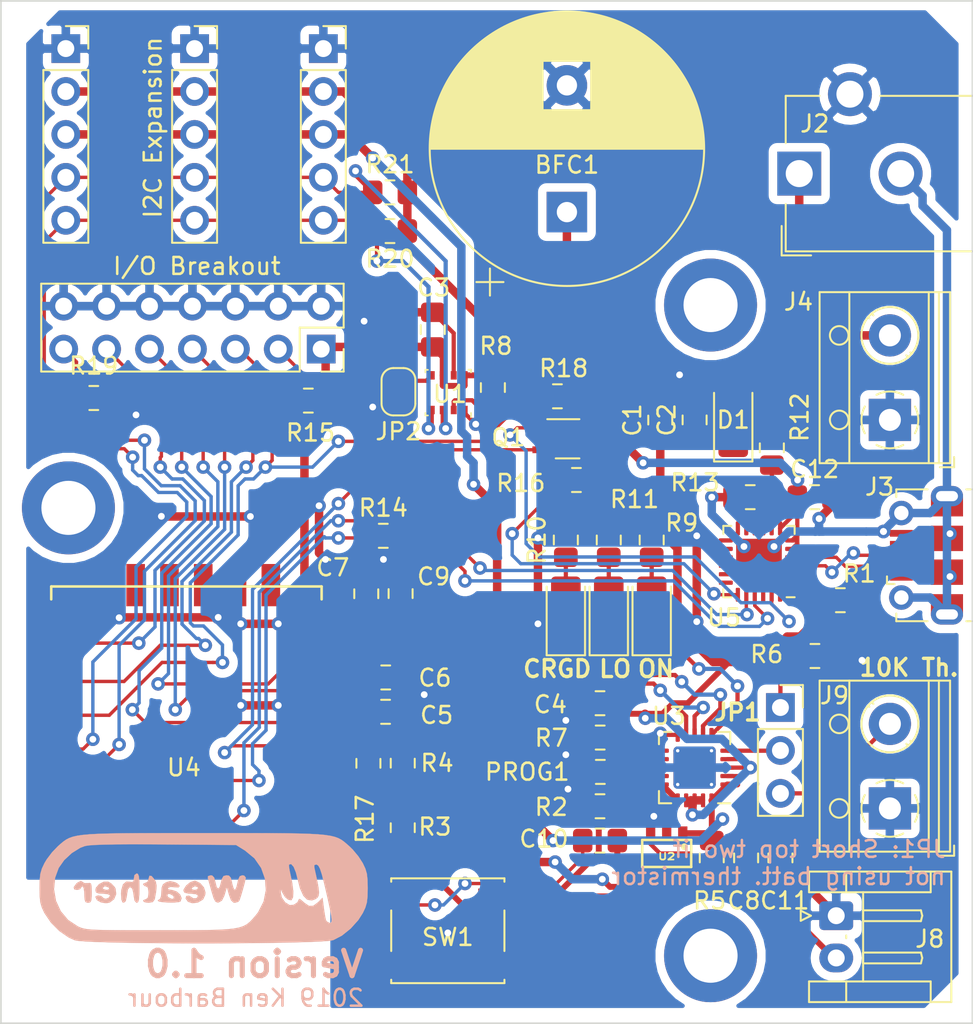
<source format=kicad_pcb>
(kicad_pcb (version 20171130) (host pcbnew 5.1.4-3.fc30)

  (general
    (thickness 1.6)
    (drawings 13)
    (tracks 700)
    (zones 0)
    (modules 61)
    (nets 65)
  )

  (page USLetter)
  (layers
    (0 F.Cu signal hide)
    (31 B.Cu signal hide)
    (32 B.Adhes user hide)
    (33 F.Adhes user hide)
    (34 B.Paste user)
    (35 F.Paste user hide)
    (36 B.SilkS user hide)
    (37 F.SilkS user)
    (38 B.Mask user)
    (39 F.Mask user hide)
    (40 Dwgs.User user)
    (41 Cmts.User user)
    (42 Eco1.User user hide)
    (43 Eco2.User user hide)
    (44 Edge.Cuts user)
    (45 Margin user)
    (46 B.CrtYd user hide)
    (47 F.CrtYd user)
    (48 B.Fab user)
    (49 F.Fab user hide)
  )

  (setup
    (last_trace_width 0.25)
    (user_trace_width 0.25)
    (user_trace_width 0.5)
    (trace_clearance 0.2)
    (zone_clearance 0.508)
    (zone_45_only yes)
    (trace_min 0.2)
    (via_size 0.8)
    (via_drill 0.4)
    (via_min_size 0.6)
    (via_min_drill 0.3)
    (uvia_size 0.3)
    (uvia_drill 0.1)
    (uvias_allowed no)
    (uvia_min_size 0.2)
    (uvia_min_drill 0.1)
    (edge_width 0.1)
    (segment_width 0.2)
    (pcb_text_width 0.3)
    (pcb_text_size 1.5 1.5)
    (mod_edge_width 0.15)
    (mod_text_size 1 1)
    (mod_text_width 0.15)
    (pad_size 5.5 5.5)
    (pad_drill 3.2)
    (pad_to_mask_clearance 0)
    (solder_mask_min_width 0.25)
    (aux_axis_origin 81.6256 59.2784)
    (grid_origin 128.6256 119.2784)
    (visible_elements FFFFFF7F)
    (pcbplotparams
      (layerselection 0x010fc_ffffffff)
      (usegerberextensions false)
      (usegerberattributes true)
      (usegerberadvancedattributes false)
      (creategerberjobfile false)
      (excludeedgelayer false)
      (linewidth 0.100000)
      (plotframeref false)
      (viasonmask false)
      (mode 1)
      (useauxorigin true)
      (hpglpennumber 1)
      (hpglpenspeed 20)
      (hpglpendiameter 15.000000)
      (psnegative false)
      (psa4output false)
      (plotreference true)
      (plotvalue true)
      (plotinvisibletext false)
      (padsonsilk false)
      (subtractmaskfromsilk false)
      (outputformat 1)
      (mirror false)
      (drillshape 0)
      (scaleselection 1)
      (outputdirectory "export/"))
  )

  (net 0 "")
  (net 1 VBUS)
  (net 2 GND)
  (net 3 +3V3)
  (net 4 /LOAD)
  (net 5 /V_BATT)
  (net 6 GNDS)
  (net 7 "Net-(CHARGED1-Pad2)")
  (net 8 "Net-(CHARGED1-Pad1)")
  (net 9 "Net-(D1-Pad2)")
  (net 10 /SDA)
  (net 11 /SCL)
  (net 12 /D-)
  (net 13 "Net-(J3-Pad1)")
  (net 14 "Net-(J3-Pad4)")
  (net 15 /D+)
  (net 16 /GPIO0)
  (net 17 /GPIO2)
  (net 18 /GPIO12)
  (net 19 /GPIO13)
  (net 20 /GPIO14)
  (net 21 /GPIO15)
  (net 22 "Net-(J9-Pad2)")
  (net 23 "Net-(JP1-Pad1)")
  (net 24 "Net-(JP1-Pad2)")
  (net 25 "Net-(JP2-Pad1)")
  (net 26 "Net-(LOW1-Pad1)")
  (net 27 "Net-(LOW1-Pad2)")
  (net 28 "Net-(PROG1-Pad1)")
  (net 29 "Net-(PWR1-Pad1)")
  (net 30 "Net-(PWR1-Pad2)")
  (net 31 /DTR)
  (net 32 "Net-(Q1-Pad2)")
  (net 33 /GPIO16)
  (net 34 /RTS)
  (net 35 "Net-(Q1-Pad5)")
  (net 36 /ADC)
  (net 37 "Net-(R5-Pad1)")
  (net 38 "Net-(R7-Pad1)")
  (net 39 "Net-(R8-Pad2)")
  (net 40 "Net-(R12-Pad1)")
  (net 41 /RXD)
  (net 42 /USB_RX)
  (net 43 /CH_PD)
  (net 44 "Net-(U2-Pad4)")
  (net 45 /TXD)
  (net 46 "Net-(U4-Pad17)")
  (net 47 "Net-(U4-Pad18)")
  (net 48 "Net-(U4-Pad19)")
  (net 49 "Net-(U4-Pad20)")
  (net 50 "Net-(U4-Pad21)")
  (net 51 "Net-(U4-Pad22)")
  (net 52 "Net-(U5-Pad1)")
  (net 53 "Net-(U5-Pad9)")
  (net 54 "Net-(U5-Pad10)")
  (net 55 "Net-(U5-Pad11)")
  (net 56 "Net-(U5-Pad12)")
  (net 57 "Net-(U5-Pad13)")
  (net 58 "Net-(U5-Pad14)")
  (net 59 "Net-(U5-Pad15)")
  (net 60 "Net-(U5-Pad16)")
  (net 61 "Net-(U5-Pad17)")
  (net 62 "Net-(U5-Pad18)")
  (net 63 "Net-(U5-Pad22)")
  (net 64 "Net-(U5-Pad24)")

  (net_class Default "This is the default net class."
    (clearance 0.2)
    (trace_width 0.25)
    (via_dia 0.8)
    (via_drill 0.4)
    (uvia_dia 0.3)
    (uvia_drill 0.1)
    (add_net "Net-(J3-Pad1)")
    (add_net "Net-(J3-Pad4)")
    (add_net "Net-(J9-Pad2)")
    (add_net "Net-(JP1-Pad1)")
    (add_net "Net-(JP1-Pad2)")
    (add_net "Net-(JP2-Pad1)")
    (add_net "Net-(Q1-Pad2)")
    (add_net "Net-(Q1-Pad5)")
    (add_net "Net-(R12-Pad1)")
    (add_net "Net-(R5-Pad1)")
    (add_net "Net-(R7-Pad1)")
    (add_net "Net-(R8-Pad2)")
    (add_net "Net-(U2-Pad4)")
    (add_net "Net-(U4-Pad17)")
    (add_net "Net-(U4-Pad18)")
    (add_net "Net-(U4-Pad19)")
    (add_net "Net-(U4-Pad20)")
    (add_net "Net-(U4-Pad21)")
    (add_net "Net-(U4-Pad22)")
    (add_net "Net-(U5-Pad1)")
    (add_net "Net-(U5-Pad10)")
    (add_net "Net-(U5-Pad11)")
    (add_net "Net-(U5-Pad12)")
    (add_net "Net-(U5-Pad13)")
    (add_net "Net-(U5-Pad14)")
    (add_net "Net-(U5-Pad15)")
    (add_net "Net-(U5-Pad16)")
    (add_net "Net-(U5-Pad17)")
    (add_net "Net-(U5-Pad18)")
    (add_net "Net-(U5-Pad22)")
    (add_net "Net-(U5-Pad24)")
    (add_net "Net-(U5-Pad9)")
  )

  (net_class Ground ""
    (clearance 0.2)
    (trace_width 0.25)
    (via_dia 0.8)
    (via_drill 0.4)
    (uvia_dia 0.3)
    (uvia_drill 0.1)
    (add_net GND)
    (add_net GNDS)
  )

  (net_class Power ""
    (clearance 0.2)
    (trace_width 0.35)
    (via_dia 0.8)
    (via_drill 0.4)
    (uvia_dia 0.3)
    (uvia_drill 0.1)
    (add_net +3V3)
    (add_net /LOAD)
    (add_net /V_BATT)
    (add_net "Net-(D1-Pad2)")
    (add_net VBUS)
  )

  (net_class Signal ""
    (clearance 0.2)
    (trace_width 0.2)
    (via_dia 0.8)
    (via_drill 0.4)
    (uvia_dia 0.3)
    (uvia_drill 0.1)
    (add_net /ADC)
    (add_net /CH_PD)
    (add_net /D+)
    (add_net /D-)
    (add_net /DTR)
    (add_net /GPIO0)
    (add_net /GPIO12)
    (add_net /GPIO13)
    (add_net /GPIO14)
    (add_net /GPIO15)
    (add_net /GPIO16)
    (add_net /GPIO2)
    (add_net /RTS)
    (add_net /RXD)
    (add_net /SCL)
    (add_net /SDA)
    (add_net /TXD)
    (add_net /USB_RX)
    (add_net "Net-(CHARGED1-Pad1)")
    (add_net "Net-(CHARGED1-Pad2)")
    (add_net "Net-(LOW1-Pad1)")
    (add_net "Net-(LOW1-Pad2)")
    (add_net "Net-(PROG1-Pad1)")
    (add_net "Net-(PWR1-Pad1)")
    (add_net "Net-(PWR1-Pad2)")
  )

  (module "Weather Station PCB:logo" (layer B.Cu) (tedit 0) (tstamp 5DA7A87B)
    (at 93.6256 111.7784 180)
    (fp_text reference G*** (at 0 0) (layer B.SilkS) hide
      (effects (font (size 1.524 1.524) (thickness 0.3)) (justify mirror))
    )
    (fp_text value LOGO (at 0.75 0) (layer B.SilkS) hide
      (effects (font (size 1.524 1.524) (thickness 0.3)) (justify mirror))
    )
    (fp_poly (pts (xy 7.481534 0.31509) (xy 7.536264 0.263614) (xy 7.689822 0.051592) (xy 7.652293 -0.076134)
      (xy 7.489744 -0.108547) (xy 7.313359 -0.06309) (xy 7.27265 0) (xy 7.190048 0.105393)
      (xy 7.164103 0.108547) (xy 7.099368 0.011529) (xy 7.060537 -0.233937) (xy 7.055556 -0.379914)
      (xy 7.041351 -0.685164) (xy 6.98237 -0.829508) (xy 6.854057 -0.868189) (xy 6.838462 -0.868376)
      (xy 6.71403 -0.843004) (xy 6.648616 -0.732877) (xy 6.624054 -0.486975) (xy 6.621368 -0.258707)
      (xy 6.628479 0.085855) (xy 6.661966 0.259934) (xy 6.740061 0.309987) (xy 6.838354 0.294218)
      (xy 7.04022 0.289335) (xy 7.116127 0.335832) (xy 7.267345 0.428431) (xy 7.481534 0.31509)) (layer B.SilkS) (width 0.01))
    (fp_poly (pts (xy 4.092537 0.773405) (xy 4.124787 0.585395) (xy 4.15728 0.385043) (xy 4.272773 0.360015)
      (xy 4.29547 0.367912) (xy 4.575438 0.389503) (xy 4.772316 0.220616) (xy 4.873578 -0.123922)
      (xy 4.884616 -0.32946) (xy 4.8656 -0.673847) (xy 4.801647 -0.839559) (xy 4.728036 -0.868376)
      (xy 4.609356 -0.773083) (xy 4.544297 -0.479557) (xy 4.538079 -0.407051) (xy 4.485132 -0.084599)
      (xy 4.381203 0.047994) (xy 4.341881 0.054274) (xy 4.222003 -0.02964) (xy 4.155866 -0.296924)
      (xy 4.145682 -0.407051) (xy 4.089509 -0.7364) (xy 3.980541 -0.865513) (xy 3.955725 -0.868376)
      (xy 3.874696 -0.822334) (xy 3.826098 -0.659701) (xy 3.803303 -0.34372) (xy 3.799146 0)
      (xy 3.806814 0.445557) (xy 3.83464 0.712951) (xy 3.889849 0.840732) (xy 3.961966 0.868376)
      (xy 4.092537 0.773405)) (layer B.SilkS) (width 0.01))
    (fp_poly (pts (xy 3.256179 0.561726) (xy 3.256411 0.542735) (xy 3.324282 0.365935) (xy 3.419231 0.325641)
      (xy 3.563682 0.267029) (xy 3.582052 0.217094) (xy 3.494133 0.120794) (xy 3.419231 0.108547)
      (xy 3.298806 0.026163) (xy 3.256705 -0.236766) (xy 3.256411 -0.271367) (xy 3.291718 -0.552358)
      (xy 3.404402 -0.650595) (xy 3.419231 -0.651282) (xy 3.563682 -0.709894) (xy 3.582052 -0.759829)
      (xy 3.487775 -0.83623) (xy 3.260827 -0.868373) (xy 3.258479 -0.868376) (xy 3.007499 -0.825284)
      (xy 2.89547 -0.667258) (xy 2.88515 -0.624145) (xy 2.803014 -0.160006) (xy 2.784596 0.154675)
      (xy 2.830663 0.378207) (xy 2.900068 0.509203) (xy 3.078655 0.716628) (xy 3.204748 0.734831)
      (xy 3.256179 0.561726)) (layer B.SilkS) (width 0.01))
    (fp_poly (pts (xy 2.225214 0.345392) (xy 2.407291 0.221019) (xy 2.484363 0.020127) (xy 2.496581 -0.214767)
      (xy 2.520536 -0.487515) (xy 2.580413 -0.639791) (xy 2.605128 -0.651282) (xy 2.710585 -0.727444)
      (xy 2.713675 -0.751052) (xy 2.617129 -0.800579) (xy 2.374718 -0.835116) (xy 2.05729 -0.852597)
      (xy 1.735691 -0.850953) (xy 1.480765 -0.828116) (xy 1.369208 -0.79029) (xy 1.299527 -0.597191)
      (xy 1.32887 -0.525965) (xy 1.760383 -0.525965) (xy 1.792443 -0.633811) (xy 1.905214 -0.634512)
      (xy 2.095582 -0.530406) (xy 2.14731 -0.450958) (xy 2.115249 -0.343111) (xy 2.002479 -0.342411)
      (xy 1.812111 -0.446516) (xy 1.760383 -0.525965) (xy 1.32887 -0.525965) (xy 1.388021 -0.382386)
      (xy 1.590091 -0.201713) (xy 1.861141 -0.11101) (xy 1.913732 -0.108547) (xy 2.097906 -0.072062)
      (xy 2.112739 0.006355) (xy 1.962608 0.069824) (xy 1.726419 0.052004) (xy 1.482554 0.04072)
      (xy 1.41406 0.123509) (xy 1.527246 0.258259) (xy 1.682479 0.345392) (xy 1.986452 0.413628)
      (xy 2.225214 0.345392)) (layer B.SilkS) (width 0.01))
    (fp_poly (pts (xy -0.257852 0.705453) (xy -0.255555 0.569872) (xy -0.312708 0.365371) (xy -0.405313 0.034013)
      (xy -0.484999 -0.25112) (xy -0.595238 -0.605208) (xy -0.692754 -0.790696) (xy -0.807646 -0.851815)
      (xy -0.891293 -0.848129) (xy -1.083093 -0.737774) (xy -1.226595 -0.450683) (xy -1.248615 -0.379914)
      (xy -1.375996 0.054274) (xy -1.506284 -0.407051) (xy -1.623145 -0.717264) (xy -1.762401 -0.85285)
      (xy -1.852889 -0.868376) (xy -2.053592 -0.808833) (xy -2.119133 -0.732692) (xy -2.21517 -0.445227)
      (xy -2.321137 -0.090055) (xy -2.416404 0.258432) (xy -2.480342 0.52584) (xy -2.495406 0.624146)
      (xy -2.406298 0.735841) (xy -2.289028 0.759829) (xy -2.137908 0.701693) (xy -2.043314 0.496293)
      (xy -2.008119 0.325641) (xy -1.942566 0.054421) (xy -1.867647 -0.097073) (xy -1.845299 -0.108547)
      (xy -1.773235 -0.012788) (xy -1.701577 0.226591) (xy -1.682478 0.325641) (xy -1.612422 0.611)
      (xy -1.503822 0.736371) (xy -1.359377 0.759829) (xy -1.176047 0.713137) (xy -1.073937 0.534786)
      (xy -1.039072 0.383723) (xy -0.952826 0.068227) (xy -0.859209 -0.037335) (xy -0.769642 0.069043)
      (xy -0.705633 0.32518) (xy -0.629755 0.618363) (xy -0.51316 0.744102) (xy -0.417332 0.759829)
      (xy -0.257852 0.705453)) (layer B.SilkS) (width 0.01))
    (fp_poly (pts (xy 5.917483 0.375117) (xy 6.186027 0.239456) (xy 6.369516 0.027578) (xy 6.404274 -0.111049)
      (xy 6.366982 -0.251622) (xy 6.217422 -0.313705) (xy 5.970086 -0.325641) (xy 5.698207 -0.350468)
      (xy 5.546976 -0.412492) (xy 5.535898 -0.437595) (xy 5.61458 -0.565569) (xy 5.778881 -0.630741)
      (xy 5.921181 -0.600352) (xy 5.945485 -0.562264) (xy 6.057614 -0.466374) (xy 6.238536 -0.435691)
      (xy 6.380989 -0.477886) (xy 6.404274 -0.529444) (xy 6.309217 -0.713794) (xy 6.075664 -0.84552)
      (xy 5.781041 -0.894528) (xy 5.561456 -0.857026) (xy 5.29846 -0.65754) (xy 5.172726 -0.35382)
      (xy 5.211434 -0.028269) (xy 5.22647 0) (xy 5.590171 0) (xy 5.623407 -0.085436)
      (xy 5.746586 -0.108547) (xy 5.92642 -0.06426) (xy 5.970086 0) (xy 5.882631 0.097358)
      (xy 5.813671 0.108547) (xy 5.628865 0.042393) (xy 5.590171 0) (xy 5.22647 0)
      (xy 5.258754 0.060693) (xy 5.464438 0.276773) (xy 5.646868 0.380684) (xy 5.917483 0.375117)) (layer B.SilkS) (width 0.01))
    (fp_poly (pts (xy 0.791098 0.352213) (xy 1.030603 0.156684) (xy 1.178784 -0.076807) (xy 1.194017 -0.16282)
      (xy 1.122321 -0.276034) (xy 0.884655 -0.322686) (xy 0.759829 -0.325641) (xy 0.457104 -0.357804)
      (xy 0.3271 -0.44305) (xy 0.389055 -0.564512) (xy 0.443646 -0.602854) (xy 0.612572 -0.602776)
      (xy 0.68245 -0.554986) (xy 0.870818 -0.444362) (xy 1.024101 -0.466417) (xy 1.066671 -0.609939)
      (xy 1.066293 -0.611895) (xy 0.930905 -0.804593) (xy 0.66729 -0.893898) (xy 0.349151 -0.856131)
      (xy 0.328706 -0.848849) (xy 0.030431 -0.671784) (xy -0.095487 -0.39875) (xy -0.106885 -0.244231)
      (xy -0.031587 0) (xy 0.325641 0) (xy 0.416828 -0.08734) (xy 0.549141 -0.108547)
      (xy 0.699231 -0.066761) (xy 0.705556 0) (xy 0.548502 0.099877) (xy 0.482056 0.108547)
      (xy 0.341764 0.047856) (xy 0.325641 0) (xy -0.031587 0) (xy -0.018514 0.042399)
      (xy 0.200202 0.292556) (xy 0.473978 0.427619) (xy 0.542735 0.434188) (xy 0.791098 0.352213)) (layer B.SilkS) (width 0.01))
    (fp_poly (pts (xy 2.759097 3.255731) (xy 3.854102 3.252648) (xy 4.781328 3.24575) (xy 5.557213 3.233548)
      (xy 6.198197 3.214553) (xy 6.720717 3.187276) (xy 7.141211 3.150226) (xy 7.476118 3.101916)
      (xy 7.741876 3.040856) (xy 7.954923 2.965556) (xy 8.131697 2.874528) (xy 8.288637 2.766281)
      (xy 8.44218 2.639327) (xy 8.608765 2.492177) (xy 8.628604 2.474682) (xy 8.967906 2.121655)
      (xy 9.284089 1.704488) (xy 9.420068 1.478774) (xy 9.570942 1.158559) (xy 9.659512 0.858877)
      (xy 9.701321 0.500975) (xy 9.711911 0.0061) (xy 9.711912 0) (xy 9.701563 -0.4967)
      (xy 9.660156 -0.855614) (xy 9.572148 -1.155495) (xy 9.421997 -1.475096) (xy 9.420068 -1.478774)
      (xy 9.03877 -2.039739) (xy 8.537278 -2.541969) (xy 7.980193 -2.927573) (xy 7.627207 -3.085437)
      (xy 7.408025 -3.122408) (xy 6.994953 -3.155192) (xy 6.410726 -3.183799) (xy 5.678077 -3.208238)
      (xy 4.819742 -3.22852) (xy 3.858455 -3.244655) (xy 2.816951 -3.256654) (xy 1.717964 -3.264525)
      (xy 0.584229 -3.26828) (xy -0.561519 -3.267928) (xy -1.696546 -3.263479) (xy -2.798117 -3.254944)
      (xy -3.843497 -3.242332) (xy -4.809952 -3.225654) (xy -5.674748 -3.204919) (xy -6.415149 -3.180138)
      (xy -7.00842 -3.151321) (xy -7.431828 -3.118478) (xy -7.662638 -3.081619) (xy -7.671643 -3.07866)
      (xy -8.186863 -2.810433) (xy -8.703043 -2.394826) (xy -9.155203 -1.891299) (xy -9.192429 -1.833319)
      (xy -7.576833 -1.833319) (xy -7.570791 -1.978141) (xy -7.530176 -2.045597) (xy -7.458392 -2.06239)
      (xy -7.457077 -2.062393) (xy -7.287441 -1.972441) (xy -7.233542 -1.872436) (xy -7.188986 -1.657055)
      (xy -7.135847 -1.321935) (xy -7.109323 -1.125898) (xy -7.03884 -0.569318) (xy -6.780764 -0.827394)
      (xy -6.495513 -1.040331) (xy -6.235434 -1.051246) (xy -5.952646 -0.859677) (xy -5.910878 -0.819036)
      (xy -5.736861 -0.668439) (xy -5.647569 -0.636945) (xy -5.644444 -0.648462) (xy -5.55222 -0.840893)
      (xy -5.340055 -0.982423) (xy -5.104712 -1.009117) (xy -5.100298 -1.008005) (xy -4.825855 -0.839873)
      (xy -4.625727 -0.549727) (xy -4.565854 -0.274352) (xy -4.570498 -0.125791) (xy -3.681029 -0.125791)
      (xy -3.548679 -0.795506) (xy -3.227906 -1.423393) (xy -3.074082 -1.621575) (xy -2.896339 -1.826831)
      (xy -2.732159 -1.996973) (xy -2.560127 -2.135307) (xy -2.358825 -2.245138) (xy -2.106838 -2.329772)
      (xy -1.78275 -2.392515) (xy -1.365145 -2.436672) (xy -0.832606 -2.465549) (xy -0.163719 -2.482452)
      (xy 0.662934 -2.490687) (xy 1.668769 -2.49356) (xy 2.579175 -2.494197) (xy 3.670166 -2.494423)
      (xy 4.566122 -2.493104) (xy 5.289103 -2.489206) (xy 5.861169 -2.481693) (xy 6.304377 -2.46953)
      (xy 6.640787 -2.451681) (xy 6.892459 -2.42711) (xy 7.081451 -2.394783) (xy 7.229822 -2.353664)
      (xy 7.359632 -2.302717) (xy 7.439838 -2.266036) (xy 8.017783 -1.882217) (xy 8.454543 -1.362776)
      (xy 8.737108 -0.747306) (xy 8.85247 -0.075402) (xy 8.787621 0.613342) (xy 8.576082 1.192315)
      (xy 8.251324 1.654434) (xy 7.799746 2.073371) (xy 7.297587 2.385421) (xy 7.023875 2.489407)
      (xy 6.806984 2.525509) (xy 6.437969 2.553522) (xy 5.905452 2.573674) (xy 5.198052 2.586193)
      (xy 4.304392 2.591308) (xy 3.213093 2.589246) (xy 2.325032 2.583652) (xy -1.917031 2.550855)
      (xy -2.448167 2.222344) (xy -3.008526 1.75982) (xy -3.404855 1.189323) (xy -3.631055 0.548302)
      (xy -3.681029 -0.125791) (xy -4.570498 -0.125791) (xy -4.572735 -0.054273) (xy -4.662259 -0.275136)
      (xy -4.819615 -0.531544) (xy -5.017732 -0.694819) (xy -5.193801 -0.714856) (xy -5.205501 -0.708494)
      (xy -5.29507 -0.532219) (xy -5.307188 -0.18003) (xy -5.242664 0.321489) (xy -5.162437 0.70466)
      (xy -5.088465 1.051652) (xy -5.049183 1.30322) (xy -5.050904 1.396489) (xy -5.186296 1.419178)
      (xy -5.328926 1.253765) (xy -5.461274 0.927824) (xy -5.535331 0.634051) (xy -5.703086 -0.012746)
      (xy -5.89988 -0.450974) (xy -6.131862 -0.687949) (xy -6.405176 -0.730984) (xy -6.617267 -0.653476)
      (xy -6.735852 -0.570299) (xy -6.806291 -0.450584) (xy -6.827565 -0.260559) (xy -6.79865 0.033547)
      (xy -6.718525 0.465507) (xy -6.58617 1.069091) (xy -6.561943 1.175662) (xy -6.55123 1.361311)
      (xy -6.663244 1.397183) (xy -6.694061 1.392126) (xy -6.789876 1.325745) (xy -6.886053 1.145389)
      (xy -6.993325 0.821919) (xy -7.122428 0.326195) (xy -7.187135 0.053643) (xy -7.353452 -0.667651)
      (xy -7.47157 -1.204775) (xy -7.544895 -1.584431) (xy -7.576833 -1.833319) (xy -9.192429 -1.833319)
      (xy -9.420068 -1.478774) (xy -9.570942 -1.158559) (xy -9.659512 -0.858876) (xy -9.701321 -0.500974)
      (xy -9.71191 -0.006099) (xy -9.711911 0) (xy -9.701563 0.4967) (xy -9.660156 0.855615)
      (xy -9.572148 1.155495) (xy -9.421997 1.475096) (xy -9.420068 1.478774) (xy -9.162075 1.877329)
      (xy -8.824651 2.282602) (xy -8.628604 2.474682) (xy -8.459579 2.624146) (xy -8.305405 2.75325)
      (xy -8.149645 2.863483) (xy -7.975859 2.956334) (xy -7.76761 3.033292) (xy -7.508459 3.095847)
      (xy -7.181969 3.145487) (xy -6.7717 3.183703) (xy -6.261216 3.211983) (xy -5.634077 3.231817)
      (xy -4.873845 3.244694) (xy -3.964082 3.252102) (xy -2.888351 3.255533) (xy -1.630212 3.256472)
      (xy -0.173228 3.256413) (xy 0 3.25641) (xy 1.479876 3.256488) (xy 2.759097 3.255731)) (layer B.SilkS) (width 0.01))
  )

  (module "Weather Station PCB:ESP-12E_SMD" locked (layer F.Cu) (tedit 5DA74E59) (tstamp 5DAABDCD)
    (at 99.5934 109.5502 180)
    (descr "Module, ESP-8266, ESP-12, 16 pad, SMD")
    (tags "Module ESP-8266 ESP8266")
    (path /5D97542B)
    (fp_text reference U4 (at 7.1374 4.9022) (layer F.SilkS)
      (effects (font (size 1 1) (thickness 0.15)))
    )
    (fp_text value ESP-12E (at 5.08 6.35 270) (layer F.Fab) hide
      (effects (font (size 1 1) (thickness 0.15)))
    )
    (fp_line (start -1.008 -8.4) (end 14.992 -8.4) (layer F.Fab) (width 0.05))
    (fp_line (start -1.008 15.6) (end -1.008 -8.4) (layer F.Fab) (width 0.05))
    (fp_line (start 14.992 15.6) (end -1.008 15.6) (layer F.Fab) (width 0.05))
    (fp_line (start 15 -8.4) (end 15 15.6) (layer F.Fab) (width 0.05))
    (fp_line (start -1.008 -2.6) (end 14.992 -2.6) (layer Dwgs.User) (width 0.1524))
    (fp_text user "No Copper" (at 6.892 -5.4 180) (layer Dwgs.User)
      (effects (font (size 1 1) (thickness 0.15)))
    )
    (fp_line (start -1.008 -8.4) (end 14.992 -2.6) (layer Dwgs.User) (width 0.1524))
    (fp_line (start 14.992 -8.4) (end -1.008 -2.6) (layer Dwgs.User) (width 0.1524))
    (fp_line (start 14.986 15.621) (end 14.986 14.859) (layer F.SilkS) (width 0.1524))
    (fp_line (start -1.016 15.621) (end 14.986 15.621) (layer F.SilkS) (width 0.1524))
    (fp_line (start -1.016 14.859) (end -1.016 15.621) (layer F.SilkS) (width 0.1524))
    (fp_line (start -1.016 -8.382) (end -1.016 -1.016) (layer Dwgs.User) (width 0.1524))
    (fp_line (start 14.986 -8.382) (end 14.986 -0.889) (layer Dwgs.User) (width 0.1524))
    (fp_line (start -1.016 -8.382) (end 14.986 -8.382) (layer Dwgs.User) (width 0.1524))
    (fp_line (start -2.25 16) (end -2.25 -0.5) (layer F.CrtYd) (width 0.05))
    (fp_line (start 16.25 16) (end -2.25 16) (layer F.CrtYd) (width 0.05))
    (fp_line (start 16.25 -8.75) (end 16.25 16) (layer F.CrtYd) (width 0.05))
    (fp_line (start 15.25 -8.75) (end 16.25 -8.75) (layer F.CrtYd) (width 0.05))
    (fp_line (start -2.25 -8.75) (end 15.25 -8.75) (layer F.CrtYd) (width 0.05))
    (fp_line (start -2.25 -0.5) (end -2.25 -8.75) (layer F.CrtYd) (width 0.05))
    (pad 22 smd rect (at 11.99 15 270) (size 2.5 1.1) (drill (offset -0.7 0)) (layers F.Cu F.Paste F.Mask)
      (net 51 "Net-(U4-Pad22)"))
    (pad 21 smd rect (at 9.99 15 270) (size 2.5 1.1) (drill (offset -0.7 0)) (layers F.Cu F.Paste F.Mask)
      (net 50 "Net-(U4-Pad21)"))
    (pad 20 smd rect (at 7.99 15 270) (size 2.5 1.1) (drill (offset -0.7 0)) (layers F.Cu F.Paste F.Mask)
      (net 49 "Net-(U4-Pad20)"))
    (pad 19 smd rect (at 5.99 15 270) (size 2.5 1.1) (drill (offset -0.7 0)) (layers F.Cu F.Paste F.Mask)
      (net 48 "Net-(U4-Pad19)"))
    (pad 18 smd rect (at 3.99 15 270) (size 2.5 1.1) (drill (offset -0.7 0)) (layers F.Cu F.Paste F.Mask)
      (net 47 "Net-(U4-Pad18)"))
    (pad 17 smd rect (at 1.99 15 270) (size 2.5 1.1) (drill (offset -0.7 0)) (layers F.Cu F.Paste F.Mask)
      (net 46 "Net-(U4-Pad17)"))
    (pad 16 smd rect (at 14 0 180) (size 2.5 1.1) (drill (offset 0.7 0)) (layers F.Cu F.Paste F.Mask)
      (net 45 /TXD))
    (pad 15 smd rect (at 14 2 180) (size 2.5 1.1) (drill (offset 0.7 0)) (layers F.Cu F.Paste F.Mask)
      (net 41 /RXD))
    (pad 14 smd rect (at 14 4 180) (size 2.5 1.1) (drill (offset 0.7 0)) (layers F.Cu F.Paste F.Mask)
      (net 11 /SCL))
    (pad 13 smd rect (at 14 6 180) (size 2.5 1.1) (drill (offset 0.7 0)) (layers F.Cu F.Paste F.Mask)
      (net 10 /SDA))
    (pad 12 smd rect (at 14 8 180) (size 2.5 1.1) (drill (offset 0.7 0)) (layers F.Cu F.Paste F.Mask)
      (net 16 /GPIO0))
    (pad 11 smd rect (at 14 10 180) (size 2.5 1.1) (drill (offset 0.7 0)) (layers F.Cu F.Paste F.Mask)
      (net 17 /GPIO2))
    (pad 10 smd rect (at 14 12 180) (size 2.5 1.1) (drill (offset 0.7 0)) (layers F.Cu F.Paste F.Mask)
      (net 21 /GPIO15))
    (pad 9 smd rect (at 14 14 180) (size 2.5 1.1) (drill (offset 0.7 0)) (layers F.Cu F.Paste F.Mask)
      (net 2 GND))
    (pad 8 smd rect (at 0 14 180) (size 2.5 1.1) (drill (offset -0.7 0)) (layers F.Cu F.Paste F.Mask)
      (net 3 +3V3))
    (pad 7 smd rect (at 0 12 180) (size 2.5 1.1) (drill (offset -0.7 0)) (layers F.Cu F.Paste F.Mask)
      (net 19 /GPIO13))
    (pad 6 smd rect (at 0 10 180) (size 2.5 1.1) (drill (offset -0.7 0)) (layers F.Cu F.Paste F.Mask)
      (net 18 /GPIO12))
    (pad 5 smd rect (at 0 8 180) (size 2.5 1.1) (drill (offset -0.7 0)) (layers F.Cu F.Paste F.Mask)
      (net 20 /GPIO14))
    (pad 4 smd rect (at 0 6 180) (size 2.5 1.1) (drill (offset -0.7 0)) (layers F.Cu F.Paste F.Mask)
      (net 33 /GPIO16))
    (pad 3 smd rect (at 0 4 180) (size 2.5 1.1) (drill (offset -0.7 0)) (layers F.Cu F.Paste F.Mask)
      (net 43 /CH_PD))
    (pad 2 smd rect (at 0 2 180) (size 2.5 1.1) (drill (offset -0.7 0)) (layers F.Cu F.Paste F.Mask)
      (net 36 /ADC))
    (pad 1 smd rect (at 0 0 180) (size 2.5 1.1) (drill (offset -0.7 0)) (layers F.Cu F.Paste F.Mask)
      (net 33 /GPIO16))
    (model ${ESPLIB}/ESP8266.3dshapes/ESP-12.wrl
      (at (xyz 0 0 0))
      (scale (xyz 0.3937 0.3937 0.3937))
      (rotate (xyz 0 0 0))
    )
  )

  (module Button_Switch_SMD:SW_SPST_EVQQ2 (layer F.Cu) (tedit 5872491A) (tstamp 5DA731CE)
    (at 108.077 114.3 180)
    (descr "Light Touch Switch, https://industrial.panasonic.com/cdbs/www-data/pdf/ATK0000/ATK0000CE28.pdf")
    (path /5D977D56)
    (attr smd)
    (fp_text reference SW1 (at 0 -0.381) (layer F.SilkS)
      (effects (font (size 1 1) (thickness 0.15)))
    )
    (fp_text value RESET (at 0 4.25) (layer F.Fab)
      (effects (font (size 1 1) (thickness 0.15)))
    )
    (fp_line (start -3.25 -3) (end 3.25 -3) (layer F.Fab) (width 0.1))
    (fp_line (start 3.25 -3) (end 3.25 3) (layer F.Fab) (width 0.1))
    (fp_line (start 3.25 3) (end -3.25 3) (layer F.Fab) (width 0.1))
    (fp_line (start -3.25 3) (end -3.25 -3) (layer F.Fab) (width 0.1))
    (fp_text user %R (at 0.05 -3.95) (layer F.Fab)
      (effects (font (size 1 1) (thickness 0.15)))
    )
    (fp_line (start -5.25 -3.25) (end 5.25 -3.25) (layer F.CrtYd) (width 0.05))
    (fp_line (start 5.25 -3.25) (end 5.25 3.25) (layer F.CrtYd) (width 0.05))
    (fp_line (start 5.25 3.25) (end -5.25 3.25) (layer F.CrtYd) (width 0.05))
    (fp_line (start -5.25 3.25) (end -5.25 -3.25) (layer F.CrtYd) (width 0.05))
    (fp_line (start 3.35 -3.1) (end 3.35 -2.9) (layer F.SilkS) (width 0.12))
    (fp_line (start 3.35 3.1) (end 3.35 2.9) (layer F.SilkS) (width 0.12))
    (fp_line (start -3.35 3.1) (end -3.35 2.9) (layer F.SilkS) (width 0.12))
    (fp_line (start -3.35 -3.1) (end -3.35 -2.9) (layer F.SilkS) (width 0.12))
    (fp_line (start -3.35 -1.2) (end -3.35 1.2) (layer F.SilkS) (width 0.12))
    (fp_line (start 3.35 -1.2) (end 3.35 1.2) (layer F.SilkS) (width 0.12))
    (fp_line (start 3.35 -3.1) (end -3.35 -3.1) (layer F.SilkS) (width 0.12))
    (fp_line (start -3.35 3.1) (end 3.35 3.1) (layer F.SilkS) (width 0.12))
    (fp_circle (center 0 0) (end 1.9 0) (layer F.Fab) (width 0.1))
    (fp_circle (center 0 0) (end 1.5 0) (layer F.Fab) (width 0.1))
    (pad 1 smd rect (at 3.4 -2 180) (size 3.2 1) (layers F.Cu F.Paste F.Mask)
      (net 2 GND))
    (pad 1 smd rect (at -3.4 -2 180) (size 3.2 1) (layers F.Cu F.Paste F.Mask)
      (net 2 GND))
    (pad 2 smd rect (at -3.4 2 180) (size 3.2 1) (layers F.Cu F.Paste F.Mask)
      (net 33 /GPIO16))
    (pad 2 smd rect (at 3.4 2 180) (size 3.2 1) (layers F.Cu F.Paste F.Mask)
      (net 33 /GPIO16))
    (model ${KISYS3DMOD}/Button_Switch_SMD.3dshapes/SW_SPST_EVQQ2.wrl
      (at (xyz 0 0 0))
      (scale (xyz 1 1 1))
      (rotate (xyz 0 0 0))
    )
  )

  (module MountingHole:MountingHole_3.2mm_M3_ISO14580_Pad (layer F.Cu) (tedit 5DA76477) (tstamp 5DBE5DB3)
    (at 123.6256 77.2784)
    (descr "Mounting Hole 3.2mm, M3, ISO14580")
    (tags "mounting hole 3.2mm m3 iso14580")
    (attr virtual)
    (fp_text reference REF** (at 0 -3.75) (layer F.SilkS) hide
      (effects (font (size 1 1) (thickness 0.15)))
    )
    (fp_text value MountingHole_3.2mm_M3_ISO14580_Pad (at 0 3.75) (layer F.Fab) hide
      (effects (font (size 1 1) (thickness 0.15)))
    )
    (fp_text user %R (at 0.3 0) (layer F.Fab)
      (effects (font (size 1 1) (thickness 0.15)))
    )
    (fp_circle (center 0 0) (end 2.75 0) (layer Cmts.User) (width 0.15))
    (fp_circle (center 0 0) (end 3 0) (layer F.CrtYd) (width 0.05))
    (pad "" thru_hole circle (at 0 0) (size 5.5 5.5) (drill 3.2) (layers *.Cu *.Mask))
  )

  (module MountingHole:MountingHole_3.2mm_M3_ISO14580_Pad (layer F.Cu) (tedit 5DA76488) (tstamp 5DA7AE4B)
    (at 85.6256 89.2784)
    (descr "Mounting Hole 3.2mm, M3, ISO14580")
    (tags "mounting hole 3.2mm m3 iso14580")
    (attr virtual)
    (fp_text reference REF** (at 0 -3.75) (layer F.SilkS) hide
      (effects (font (size 1 1) (thickness 0.15)))
    )
    (fp_text value MountingHole_3.2mm_M3_ISO14580_Pad (at 0 3.75) (layer F.Fab) hide
      (effects (font (size 1 1) (thickness 0.15)))
    )
    (fp_text user %R (at 0.3 0) (layer F.Fab)
      (effects (font (size 1 1) (thickness 0.15)))
    )
    (fp_circle (center 0 0) (end 2.75 0) (layer Cmts.User) (width 0.15))
    (fp_circle (center 0 0) (end 3 0) (layer F.CrtYd) (width 0.05))
    (pad "" thru_hole circle (at 0 0) (size 5.5 5.5) (drill 3.2) (layers *.Cu *.Mask))
  )

  (module Capacitor_SMD:C_0805_2012Metric_Pad1.15x1.40mm_HandSolder (layer F.Cu) (tedit 5B36C52B) (tstamp 5DBE5933)
    (at 129.785 88.646)
    (descr "Capacitor SMD 0805 (2012 Metric), square (rectangular) end terminal, IPC_7351 nominal with elongated pad for handsoldering. (Body size source: https://docs.google.com/spreadsheets/d/1BsfQQcO9C6DZCsRaXUlFlo91Tg2WpOkGARC1WS5S8t0/edit?usp=sharing), generated with kicad-footprint-generator")
    (tags "capacitor handsolder")
    (path /5DA2711E)
    (attr smd)
    (fp_text reference C12 (at 0 -1.65) (layer F.SilkS)
      (effects (font (size 1 1) (thickness 0.15)))
    )
    (fp_text value 22uF (at 0 1.65) (layer F.Fab)
      (effects (font (size 1 1) (thickness 0.15)))
    )
    (fp_text user %R (at 0 0) (layer F.Fab)
      (effects (font (size 0.5 0.5) (thickness 0.08)))
    )
    (fp_line (start 1.85 0.95) (end -1.85 0.95) (layer F.CrtYd) (width 0.05))
    (fp_line (start 1.85 -0.95) (end 1.85 0.95) (layer F.CrtYd) (width 0.05))
    (fp_line (start -1.85 -0.95) (end 1.85 -0.95) (layer F.CrtYd) (width 0.05))
    (fp_line (start -1.85 0.95) (end -1.85 -0.95) (layer F.CrtYd) (width 0.05))
    (fp_line (start -0.261252 0.71) (end 0.261252 0.71) (layer F.SilkS) (width 0.12))
    (fp_line (start -0.261252 -0.71) (end 0.261252 -0.71) (layer F.SilkS) (width 0.12))
    (fp_line (start 1 0.6) (end -1 0.6) (layer F.Fab) (width 0.1))
    (fp_line (start 1 -0.6) (end 1 0.6) (layer F.Fab) (width 0.1))
    (fp_line (start -1 -0.6) (end 1 -0.6) (layer F.Fab) (width 0.1))
    (fp_line (start -1 0.6) (end -1 -0.6) (layer F.Fab) (width 0.1))
    (pad 2 smd roundrect (at 1.025 0) (size 1.15 1.4) (layers F.Cu F.Paste F.Mask) (roundrect_rratio 0.217391)
      (net 6 GNDS))
    (pad 1 smd roundrect (at -1.025 0) (size 1.15 1.4) (layers F.Cu F.Paste F.Mask) (roundrect_rratio 0.217391)
      (net 3 +3V3))
    (model ${KISYS3DMOD}/Capacitor_SMD.3dshapes/C_0805_2012Metric.wrl
      (at (xyz 0 0 0))
      (scale (xyz 1 1 1))
      (rotate (xyz 0 0 0))
    )
  )

  (module Capacitor_SMD:C_0805_2012Metric_Pad1.15x1.40mm_HandSolder (layer F.Cu) (tedit 5B36C52B) (tstamp 5DBE5923)
    (at 127.762 109.991 270)
    (descr "Capacitor SMD 0805 (2012 Metric), square (rectangular) end terminal, IPC_7351 nominal with elongated pad for handsoldering. (Body size source: https://docs.google.com/spreadsheets/d/1BsfQQcO9C6DZCsRaXUlFlo91Tg2WpOkGARC1WS5S8t0/edit?usp=sharing), generated with kicad-footprint-generator")
    (tags "capacitor handsolder")
    (path /5D9FF536)
    (attr smd)
    (fp_text reference C11 (at 2.531 -0.254) (layer F.SilkS)
      (effects (font (size 1 1) (thickness 0.15)))
    )
    (fp_text value 22uF (at 0 1.65 270) (layer F.Fab)
      (effects (font (size 1 1) (thickness 0.15)))
    )
    (fp_line (start -1 0.6) (end -1 -0.6) (layer F.Fab) (width 0.1))
    (fp_line (start -1 -0.6) (end 1 -0.6) (layer F.Fab) (width 0.1))
    (fp_line (start 1 -0.6) (end 1 0.6) (layer F.Fab) (width 0.1))
    (fp_line (start 1 0.6) (end -1 0.6) (layer F.Fab) (width 0.1))
    (fp_line (start -0.261252 -0.71) (end 0.261252 -0.71) (layer F.SilkS) (width 0.12))
    (fp_line (start -0.261252 0.71) (end 0.261252 0.71) (layer F.SilkS) (width 0.12))
    (fp_line (start -1.85 0.95) (end -1.85 -0.95) (layer F.CrtYd) (width 0.05))
    (fp_line (start -1.85 -0.95) (end 1.85 -0.95) (layer F.CrtYd) (width 0.05))
    (fp_line (start 1.85 -0.95) (end 1.85 0.95) (layer F.CrtYd) (width 0.05))
    (fp_line (start 1.85 0.95) (end -1.85 0.95) (layer F.CrtYd) (width 0.05))
    (fp_text user %R (at 0 0 270) (layer F.Fab)
      (effects (font (size 0.5 0.5) (thickness 0.08)))
    )
    (pad 1 smd roundrect (at -1.025 0 270) (size 1.15 1.4) (layers F.Cu F.Paste F.Mask) (roundrect_rratio 0.217391)
      (net 4 /LOAD))
    (pad 2 smd roundrect (at 1.025 0 270) (size 1.15 1.4) (layers F.Cu F.Paste F.Mask) (roundrect_rratio 0.217391)
      (net 2 GND))
    (model ${KISYS3DMOD}/Capacitor_SMD.3dshapes/C_0805_2012Metric.wrl
      (at (xyz 0 0 0))
      (scale (xyz 1 1 1))
      (rotate (xyz 0 0 0))
    )
  )

  (module Capacitor_SMD:C_0805_2012Metric_Pad1.15x1.40mm_HandSolder (layer F.Cu) (tedit 5B36C52B) (tstamp 5DBE5913)
    (at 117.085 106.934 180)
    (descr "Capacitor SMD 0805 (2012 Metric), square (rectangular) end terminal, IPC_7351 nominal with elongated pad for handsoldering. (Body size source: https://docs.google.com/spreadsheets/d/1BsfQQcO9C6DZCsRaXUlFlo91Tg2WpOkGARC1WS5S8t0/edit?usp=sharing), generated with kicad-footprint-generator")
    (tags "capacitor handsolder")
    (path /5D97EAC1)
    (attr smd)
    (fp_text reference C10 (at 3.3184 -1.9304 180) (layer F.SilkS)
      (effects (font (size 1 1) (thickness 0.15)))
    )
    (fp_text value 4.7uF (at 0 1.65 180) (layer F.Fab)
      (effects (font (size 1 1) (thickness 0.15)))
    )
    (fp_text user %R (at 0 0 180) (layer F.Fab)
      (effects (font (size 0.5 0.5) (thickness 0.08)))
    )
    (fp_line (start 1.85 0.95) (end -1.85 0.95) (layer F.CrtYd) (width 0.05))
    (fp_line (start 1.85 -0.95) (end 1.85 0.95) (layer F.CrtYd) (width 0.05))
    (fp_line (start -1.85 -0.95) (end 1.85 -0.95) (layer F.CrtYd) (width 0.05))
    (fp_line (start -1.85 0.95) (end -1.85 -0.95) (layer F.CrtYd) (width 0.05))
    (fp_line (start -0.261252 0.71) (end 0.261252 0.71) (layer F.SilkS) (width 0.12))
    (fp_line (start -0.261252 -0.71) (end 0.261252 -0.71) (layer F.SilkS) (width 0.12))
    (fp_line (start 1 0.6) (end -1 0.6) (layer F.Fab) (width 0.1))
    (fp_line (start 1 -0.6) (end 1 0.6) (layer F.Fab) (width 0.1))
    (fp_line (start -1 -0.6) (end 1 -0.6) (layer F.Fab) (width 0.1))
    (fp_line (start -1 0.6) (end -1 -0.6) (layer F.Fab) (width 0.1))
    (pad 2 smd roundrect (at 1.025 0 180) (size 1.15 1.4) (layers F.Cu F.Paste F.Mask) (roundrect_rratio 0.217391)
      (net 2 GND))
    (pad 1 smd roundrect (at -1.025 0 180) (size 1.15 1.4) (layers F.Cu F.Paste F.Mask) (roundrect_rratio 0.217391)
      (net 5 /V_BATT))
    (model ${KISYS3DMOD}/Capacitor_SMD.3dshapes/C_0805_2012Metric.wrl
      (at (xyz 0 0 0))
      (scale (xyz 1 1 1))
      (rotate (xyz 0 0 0))
    )
  )

  (module Capacitor_SMD:C_0805_2012Metric_Pad1.15x1.40mm_HandSolder (layer F.Cu) (tedit 5B36C52B) (tstamp 5DBE5903)
    (at 105.283 94.352 90)
    (descr "Capacitor SMD 0805 (2012 Metric), square (rectangular) end terminal, IPC_7351 nominal with elongated pad for handsoldering. (Body size source: https://docs.google.com/spreadsheets/d/1BsfQQcO9C6DZCsRaXUlFlo91Tg2WpOkGARC1WS5S8t0/edit?usp=sharing), generated with kicad-footprint-generator")
    (tags "capacitor handsolder")
    (path /5D9F979F)
    (attr smd)
    (fp_text reference C9 (at 1.007 1.9558 180) (layer F.SilkS)
      (effects (font (size 1 1) (thickness 0.15)))
    )
    (fp_text value 22uF (at 0 1.65 90) (layer F.Fab)
      (effects (font (size 1 1) (thickness 0.15)))
    )
    (fp_line (start -1 0.6) (end -1 -0.6) (layer F.Fab) (width 0.1))
    (fp_line (start -1 -0.6) (end 1 -0.6) (layer F.Fab) (width 0.1))
    (fp_line (start 1 -0.6) (end 1 0.6) (layer F.Fab) (width 0.1))
    (fp_line (start 1 0.6) (end -1 0.6) (layer F.Fab) (width 0.1))
    (fp_line (start -0.261252 -0.71) (end 0.261252 -0.71) (layer F.SilkS) (width 0.12))
    (fp_line (start -0.261252 0.71) (end 0.261252 0.71) (layer F.SilkS) (width 0.12))
    (fp_line (start -1.85 0.95) (end -1.85 -0.95) (layer F.CrtYd) (width 0.05))
    (fp_line (start -1.85 -0.95) (end 1.85 -0.95) (layer F.CrtYd) (width 0.05))
    (fp_line (start 1.85 -0.95) (end 1.85 0.95) (layer F.CrtYd) (width 0.05))
    (fp_line (start 1.85 0.95) (end -1.85 0.95) (layer F.CrtYd) (width 0.05))
    (fp_text user %R (at 0 0 90) (layer F.Fab)
      (effects (font (size 0.5 0.5) (thickness 0.08)))
    )
    (pad 1 smd roundrect (at -1.025 0 90) (size 1.15 1.4) (layers F.Cu F.Paste F.Mask) (roundrect_rratio 0.217391)
      (net 3 +3V3))
    (pad 2 smd roundrect (at 1.025 0 90) (size 1.15 1.4) (layers F.Cu F.Paste F.Mask) (roundrect_rratio 0.217391)
      (net 2 GND))
    (model ${KISYS3DMOD}/Capacitor_SMD.3dshapes/C_0805_2012Metric.wrl
      (at (xyz 0 0 0))
      (scale (xyz 1 1 1))
      (rotate (xyz 0 0 0))
    )
  )

  (module Capacitor_SMD:C_0805_2012Metric_Pad1.15x1.40mm_HandSolder (layer F.Cu) (tedit 5B36C52B) (tstamp 5DBE58F3)
    (at 125.73 109.991 270)
    (descr "Capacitor SMD 0805 (2012 Metric), square (rectangular) end terminal, IPC_7351 nominal with elongated pad for handsoldering. (Body size source: https://docs.google.com/spreadsheets/d/1BsfQQcO9C6DZCsRaXUlFlo91Tg2WpOkGARC1WS5S8t0/edit?usp=sharing), generated with kicad-footprint-generator")
    (tags "capacitor handsolder")
    (path /5D97EB2B)
    (attr smd)
    (fp_text reference C8 (at 2.531 0.127) (layer F.SilkS)
      (effects (font (size 1 1) (thickness 0.15)))
    )
    (fp_text value 22uF (at 0 1.65 270) (layer F.Fab)
      (effects (font (size 1 1) (thickness 0.15)))
    )
    (fp_text user %R (at 0 0 270) (layer F.Fab)
      (effects (font (size 0.5 0.5) (thickness 0.08)))
    )
    (fp_line (start 1.85 0.95) (end -1.85 0.95) (layer F.CrtYd) (width 0.05))
    (fp_line (start 1.85 -0.95) (end 1.85 0.95) (layer F.CrtYd) (width 0.05))
    (fp_line (start -1.85 -0.95) (end 1.85 -0.95) (layer F.CrtYd) (width 0.05))
    (fp_line (start -1.85 0.95) (end -1.85 -0.95) (layer F.CrtYd) (width 0.05))
    (fp_line (start -0.261252 0.71) (end 0.261252 0.71) (layer F.SilkS) (width 0.12))
    (fp_line (start -0.261252 -0.71) (end 0.261252 -0.71) (layer F.SilkS) (width 0.12))
    (fp_line (start 1 0.6) (end -1 0.6) (layer F.Fab) (width 0.1))
    (fp_line (start 1 -0.6) (end 1 0.6) (layer F.Fab) (width 0.1))
    (fp_line (start -1 -0.6) (end 1 -0.6) (layer F.Fab) (width 0.1))
    (fp_line (start -1 0.6) (end -1 -0.6) (layer F.Fab) (width 0.1))
    (pad 2 smd roundrect (at 1.025 0 270) (size 1.15 1.4) (layers F.Cu F.Paste F.Mask) (roundrect_rratio 0.217391)
      (net 2 GND))
    (pad 1 smd roundrect (at -1.025 0 270) (size 1.15 1.4) (layers F.Cu F.Paste F.Mask) (roundrect_rratio 0.217391)
      (net 4 /LOAD))
    (model ${KISYS3DMOD}/Capacitor_SMD.3dshapes/C_0805_2012Metric.wrl
      (at (xyz 0 0 0))
      (scale (xyz 1 1 1))
      (rotate (xyz 0 0 0))
    )
  )

  (module Capacitor_SMD:C_0805_2012Metric_Pad1.15x1.40mm_HandSolder (layer F.Cu) (tedit 5B36C52B) (tstamp 5DBE58E3)
    (at 103.251 94.361 90)
    (descr "Capacitor SMD 0805 (2012 Metric), square (rectangular) end terminal, IPC_7351 nominal with elongated pad for handsoldering. (Body size source: https://docs.google.com/spreadsheets/d/1BsfQQcO9C6DZCsRaXUlFlo91Tg2WpOkGARC1WS5S8t0/edit?usp=sharing), generated with kicad-footprint-generator")
    (tags "capacitor handsolder")
    (path /5D9F96FD)
    (attr smd)
    (fp_text reference C7 (at 1.5494 -1.9812 180) (layer F.SilkS)
      (effects (font (size 1 1) (thickness 0.15)))
    )
    (fp_text value 22uF (at 0 1.65 90) (layer F.Fab)
      (effects (font (size 1 1) (thickness 0.15)))
    )
    (fp_line (start -1 0.6) (end -1 -0.6) (layer F.Fab) (width 0.1))
    (fp_line (start -1 -0.6) (end 1 -0.6) (layer F.Fab) (width 0.1))
    (fp_line (start 1 -0.6) (end 1 0.6) (layer F.Fab) (width 0.1))
    (fp_line (start 1 0.6) (end -1 0.6) (layer F.Fab) (width 0.1))
    (fp_line (start -0.261252 -0.71) (end 0.261252 -0.71) (layer F.SilkS) (width 0.12))
    (fp_line (start -0.261252 0.71) (end 0.261252 0.71) (layer F.SilkS) (width 0.12))
    (fp_line (start -1.85 0.95) (end -1.85 -0.95) (layer F.CrtYd) (width 0.05))
    (fp_line (start -1.85 -0.95) (end 1.85 -0.95) (layer F.CrtYd) (width 0.05))
    (fp_line (start 1.85 -0.95) (end 1.85 0.95) (layer F.CrtYd) (width 0.05))
    (fp_line (start 1.85 0.95) (end -1.85 0.95) (layer F.CrtYd) (width 0.05))
    (fp_text user %R (at 0 0 90) (layer F.Fab)
      (effects (font (size 0.5 0.5) (thickness 0.08)))
    )
    (pad 1 smd roundrect (at -1.025 0 90) (size 1.15 1.4) (layers F.Cu F.Paste F.Mask) (roundrect_rratio 0.217391)
      (net 3 +3V3))
    (pad 2 smd roundrect (at 1.025 0 90) (size 1.15 1.4) (layers F.Cu F.Paste F.Mask) (roundrect_rratio 0.217391)
      (net 2 GND))
    (model ${KISYS3DMOD}/Capacitor_SMD.3dshapes/C_0805_2012Metric.wrl
      (at (xyz 0 0 0))
      (scale (xyz 1 1 1))
      (rotate (xyz 0 0 0))
    )
  )

  (module Capacitor_SMD:C_0805_2012Metric_Pad1.15x1.40mm_HandSolder (layer F.Cu) (tedit 5B36C52B) (tstamp 5DBE58D3)
    (at 104.403 99.314)
    (descr "Capacitor SMD 0805 (2012 Metric), square (rectangular) end terminal, IPC_7351 nominal with elongated pad for handsoldering. (Body size source: https://docs.google.com/spreadsheets/d/1BsfQQcO9C6DZCsRaXUlFlo91Tg2WpOkGARC1WS5S8t0/edit?usp=sharing), generated with kicad-footprint-generator")
    (tags "capacitor handsolder")
    (path /5D9C75B1)
    (attr smd)
    (fp_text reference C6 (at 2.912 0.0254 180) (layer F.SilkS)
      (effects (font (size 1 1) (thickness 0.15)))
    )
    (fp_text value 22uF (at 0 1.65 180) (layer F.Fab)
      (effects (font (size 1 1) (thickness 0.15)))
    )
    (fp_text user %R (at 0 0 180) (layer F.Fab)
      (effects (font (size 0.5 0.5) (thickness 0.08)))
    )
    (fp_line (start 1.85 0.95) (end -1.85 0.95) (layer F.CrtYd) (width 0.05))
    (fp_line (start 1.85 -0.95) (end 1.85 0.95) (layer F.CrtYd) (width 0.05))
    (fp_line (start -1.85 -0.95) (end 1.85 -0.95) (layer F.CrtYd) (width 0.05))
    (fp_line (start -1.85 0.95) (end -1.85 -0.95) (layer F.CrtYd) (width 0.05))
    (fp_line (start -0.261252 0.71) (end 0.261252 0.71) (layer F.SilkS) (width 0.12))
    (fp_line (start -0.261252 -0.71) (end 0.261252 -0.71) (layer F.SilkS) (width 0.12))
    (fp_line (start 1 0.6) (end -1 0.6) (layer F.Fab) (width 0.1))
    (fp_line (start 1 -0.6) (end 1 0.6) (layer F.Fab) (width 0.1))
    (fp_line (start -1 -0.6) (end 1 -0.6) (layer F.Fab) (width 0.1))
    (fp_line (start -1 0.6) (end -1 -0.6) (layer F.Fab) (width 0.1))
    (pad 2 smd roundrect (at 1.025 0) (size 1.15 1.4) (layers F.Cu F.Paste F.Mask) (roundrect_rratio 0.217391)
      (net 2 GND))
    (pad 1 smd roundrect (at -1.025 0) (size 1.15 1.4) (layers F.Cu F.Paste F.Mask) (roundrect_rratio 0.217391)
      (net 3 +3V3))
    (model ${KISYS3DMOD}/Capacitor_SMD.3dshapes/C_0805_2012Metric.wrl
      (at (xyz 0 0 0))
      (scale (xyz 1 1 1))
      (rotate (xyz 0 0 0))
    )
  )

  (module Capacitor_SMD:C_0805_2012Metric_Pad1.15x1.40mm_HandSolder (layer F.Cu) (tedit 5B36C52B) (tstamp 5DBE58C3)
    (at 104.394 101.346)
    (descr "Capacitor SMD 0805 (2012 Metric), square (rectangular) end terminal, IPC_7351 nominal with elongated pad for handsoldering. (Body size source: https://docs.google.com/spreadsheets/d/1BsfQQcO9C6DZCsRaXUlFlo91Tg2WpOkGARC1WS5S8t0/edit?usp=sharing), generated with kicad-footprint-generator")
    (tags "capacitor handsolder")
    (path /5D9C750D)
    (attr smd)
    (fp_text reference C5 (at 3.0226 0.2032 180) (layer F.SilkS)
      (effects (font (size 1 1) (thickness 0.15)))
    )
    (fp_text value 22uF (at 0 1.65 180) (layer F.Fab)
      (effects (font (size 1 1) (thickness 0.15)))
    )
    (fp_line (start -1 0.6) (end -1 -0.6) (layer F.Fab) (width 0.1))
    (fp_line (start -1 -0.6) (end 1 -0.6) (layer F.Fab) (width 0.1))
    (fp_line (start 1 -0.6) (end 1 0.6) (layer F.Fab) (width 0.1))
    (fp_line (start 1 0.6) (end -1 0.6) (layer F.Fab) (width 0.1))
    (fp_line (start -0.261252 -0.71) (end 0.261252 -0.71) (layer F.SilkS) (width 0.12))
    (fp_line (start -0.261252 0.71) (end 0.261252 0.71) (layer F.SilkS) (width 0.12))
    (fp_line (start -1.85 0.95) (end -1.85 -0.95) (layer F.CrtYd) (width 0.05))
    (fp_line (start -1.85 -0.95) (end 1.85 -0.95) (layer F.CrtYd) (width 0.05))
    (fp_line (start 1.85 -0.95) (end 1.85 0.95) (layer F.CrtYd) (width 0.05))
    (fp_line (start 1.85 0.95) (end -1.85 0.95) (layer F.CrtYd) (width 0.05))
    (fp_text user %R (at 0 0 180) (layer F.Fab)
      (effects (font (size 0.5 0.5) (thickness 0.08)))
    )
    (pad 1 smd roundrect (at -1.025 0) (size 1.15 1.4) (layers F.Cu F.Paste F.Mask) (roundrect_rratio 0.217391)
      (net 3 +3V3))
    (pad 2 smd roundrect (at 1.025 0) (size 1.15 1.4) (layers F.Cu F.Paste F.Mask) (roundrect_rratio 0.217391)
      (net 2 GND))
    (model ${KISYS3DMOD}/Capacitor_SMD.3dshapes/C_0805_2012Metric.wrl
      (at (xyz 0 0 0))
      (scale (xyz 1 1 1))
      (rotate (xyz 0 0 0))
    )
  )

  (module Capacitor_SMD:C_0805_2012Metric_Pad1.15x1.40mm_HandSolder (layer F.Cu) (tedit 5B36C52B) (tstamp 5DA72EFE)
    (at 117.085 100.838 180)
    (descr "Capacitor SMD 0805 (2012 Metric), square (rectangular) end terminal, IPC_7351 nominal with elongated pad for handsoldering. (Body size source: https://docs.google.com/spreadsheets/d/1BsfQQcO9C6DZCsRaXUlFlo91Tg2WpOkGARC1WS5S8t0/edit?usp=sharing), generated with kicad-footprint-generator")
    (tags "capacitor handsolder")
    (path /5DA00DBD)
    (attr smd)
    (fp_text reference C4 (at 2.9374 -0.0762 180) (layer F.SilkS)
      (effects (font (size 1 1) (thickness 0.15)))
    )
    (fp_text value 22uF (at 0 1.65 180) (layer F.Fab)
      (effects (font (size 1 1) (thickness 0.15)))
    )
    (fp_text user %R (at 0 0 180) (layer F.Fab)
      (effects (font (size 0.5 0.5) (thickness 0.08)))
    )
    (fp_line (start 1.85 0.95) (end -1.85 0.95) (layer F.CrtYd) (width 0.05))
    (fp_line (start 1.85 -0.95) (end 1.85 0.95) (layer F.CrtYd) (width 0.05))
    (fp_line (start -1.85 -0.95) (end 1.85 -0.95) (layer F.CrtYd) (width 0.05))
    (fp_line (start -1.85 0.95) (end -1.85 -0.95) (layer F.CrtYd) (width 0.05))
    (fp_line (start -0.261252 0.71) (end 0.261252 0.71) (layer F.SilkS) (width 0.12))
    (fp_line (start -0.261252 -0.71) (end 0.261252 -0.71) (layer F.SilkS) (width 0.12))
    (fp_line (start 1 0.6) (end -1 0.6) (layer F.Fab) (width 0.1))
    (fp_line (start 1 -0.6) (end 1 0.6) (layer F.Fab) (width 0.1))
    (fp_line (start -1 -0.6) (end 1 -0.6) (layer F.Fab) (width 0.1))
    (fp_line (start -1 0.6) (end -1 -0.6) (layer F.Fab) (width 0.1))
    (pad 2 smd roundrect (at 1.025 0 180) (size 1.15 1.4) (layers F.Cu F.Paste F.Mask) (roundrect_rratio 0.217391)
      (net 2 GND))
    (pad 1 smd roundrect (at -1.025 0 180) (size 1.15 1.4) (layers F.Cu F.Paste F.Mask) (roundrect_rratio 0.217391)
      (net 1 VBUS))
    (model ${KISYS3DMOD}/Capacitor_SMD.3dshapes/C_0805_2012Metric.wrl
      (at (xyz 0 0 0))
      (scale (xyz 1 1 1))
      (rotate (xyz 0 0 0))
    )
  )

  (module Capacitor_SMD:C_0805_2012Metric_Pad1.15x1.40mm_HandSolder (layer F.Cu) (tedit 5B36C52B) (tstamp 5DBE58A3)
    (at 107.188 78.731 90)
    (descr "Capacitor SMD 0805 (2012 Metric), square (rectangular) end terminal, IPC_7351 nominal with elongated pad for handsoldering. (Body size source: https://docs.google.com/spreadsheets/d/1BsfQQcO9C6DZCsRaXUlFlo91Tg2WpOkGARC1WS5S8t0/edit?usp=sharing), generated with kicad-footprint-generator")
    (tags "capacitor handsolder")
    (path /5D9F58D1)
    (attr smd)
    (fp_text reference C3 (at 2.4802 0.0508 180) (layer F.SilkS)
      (effects (font (size 1 1) (thickness 0.15)))
    )
    (fp_text value 22uF (at 0 1.65 90) (layer F.Fab)
      (effects (font (size 1 1) (thickness 0.15)))
    )
    (fp_line (start -1 0.6) (end -1 -0.6) (layer F.Fab) (width 0.1))
    (fp_line (start -1 -0.6) (end 1 -0.6) (layer F.Fab) (width 0.1))
    (fp_line (start 1 -0.6) (end 1 0.6) (layer F.Fab) (width 0.1))
    (fp_line (start 1 0.6) (end -1 0.6) (layer F.Fab) (width 0.1))
    (fp_line (start -0.261252 -0.71) (end 0.261252 -0.71) (layer F.SilkS) (width 0.12))
    (fp_line (start -0.261252 0.71) (end 0.261252 0.71) (layer F.SilkS) (width 0.12))
    (fp_line (start -1.85 0.95) (end -1.85 -0.95) (layer F.CrtYd) (width 0.05))
    (fp_line (start -1.85 -0.95) (end 1.85 -0.95) (layer F.CrtYd) (width 0.05))
    (fp_line (start 1.85 -0.95) (end 1.85 0.95) (layer F.CrtYd) (width 0.05))
    (fp_line (start 1.85 0.95) (end -1.85 0.95) (layer F.CrtYd) (width 0.05))
    (fp_text user %R (at 0 0 90) (layer F.Fab)
      (effects (font (size 0.5 0.5) (thickness 0.08)))
    )
    (pad 1 smd roundrect (at -1.025 0 90) (size 1.15 1.4) (layers F.Cu F.Paste F.Mask) (roundrect_rratio 0.217391)
      (net 3 +3V3))
    (pad 2 smd roundrect (at 1.025 0 90) (size 1.15 1.4) (layers F.Cu F.Paste F.Mask) (roundrect_rratio 0.217391)
      (net 2 GND))
    (model ${KISYS3DMOD}/Capacitor_SMD.3dshapes/C_0805_2012Metric.wrl
      (at (xyz 0 0 0))
      (scale (xyz 1 1 1))
      (rotate (xyz 0 0 0))
    )
  )

  (module Capacitor_SMD:C_0805_2012Metric_Pad1.15x1.40mm_HandSolder (layer F.Cu) (tedit 5B36C52B) (tstamp 5DBE5893)
    (at 122.682 84.074 90)
    (descr "Capacitor SMD 0805 (2012 Metric), square (rectangular) end terminal, IPC_7351 nominal with elongated pad for handsoldering. (Body size source: https://docs.google.com/spreadsheets/d/1BsfQQcO9C6DZCsRaXUlFlo91Tg2WpOkGARC1WS5S8t0/edit?usp=sharing), generated with kicad-footprint-generator")
    (tags "capacitor handsolder")
    (path /5D9E9EE8)
    (attr smd)
    (fp_text reference C2 (at 0 -1.65 90) (layer F.SilkS)
      (effects (font (size 1 1) (thickness 0.15)))
    )
    (fp_text value 22uF (at 0 1.65 90) (layer F.Fab)
      (effects (font (size 1 1) (thickness 0.15)))
    )
    (fp_text user %R (at 0 0 90) (layer F.Fab)
      (effects (font (size 0.5 0.5) (thickness 0.08)))
    )
    (fp_line (start 1.85 0.95) (end -1.85 0.95) (layer F.CrtYd) (width 0.05))
    (fp_line (start 1.85 -0.95) (end 1.85 0.95) (layer F.CrtYd) (width 0.05))
    (fp_line (start -1.85 -0.95) (end 1.85 -0.95) (layer F.CrtYd) (width 0.05))
    (fp_line (start -1.85 0.95) (end -1.85 -0.95) (layer F.CrtYd) (width 0.05))
    (fp_line (start -0.261252 0.71) (end 0.261252 0.71) (layer F.SilkS) (width 0.12))
    (fp_line (start -0.261252 -0.71) (end 0.261252 -0.71) (layer F.SilkS) (width 0.12))
    (fp_line (start 1 0.6) (end -1 0.6) (layer F.Fab) (width 0.1))
    (fp_line (start 1 -0.6) (end 1 0.6) (layer F.Fab) (width 0.1))
    (fp_line (start -1 -0.6) (end 1 -0.6) (layer F.Fab) (width 0.1))
    (fp_line (start -1 0.6) (end -1 -0.6) (layer F.Fab) (width 0.1))
    (pad 2 smd roundrect (at 1.025 0 90) (size 1.15 1.4) (layers F.Cu F.Paste F.Mask) (roundrect_rratio 0.217391)
      (net 2 GND))
    (pad 1 smd roundrect (at -1.025 0 90) (size 1.15 1.4) (layers F.Cu F.Paste F.Mask) (roundrect_rratio 0.217391)
      (net 1 VBUS))
    (model ${KISYS3DMOD}/Capacitor_SMD.3dshapes/C_0805_2012Metric.wrl
      (at (xyz 0 0 0))
      (scale (xyz 1 1 1))
      (rotate (xyz 0 0 0))
    )
  )

  (module Capacitor_SMD:C_0805_2012Metric_Pad1.15x1.40mm_HandSolder (layer F.Cu) (tedit 5B36C52B) (tstamp 5DBE5883)
    (at 120.65 84.083 90)
    (descr "Capacitor SMD 0805 (2012 Metric), square (rectangular) end terminal, IPC_7351 nominal with elongated pad for handsoldering. (Body size source: https://docs.google.com/spreadsheets/d/1BsfQQcO9C6DZCsRaXUlFlo91Tg2WpOkGARC1WS5S8t0/edit?usp=sharing), generated with kicad-footprint-generator")
    (tags "capacitor handsolder")
    (path /5D9F2EBF)
    (attr smd)
    (fp_text reference C1 (at 0 -1.65 90) (layer F.SilkS)
      (effects (font (size 1 1) (thickness 0.15)))
    )
    (fp_text value 22uF (at 0 1.65 90) (layer F.Fab)
      (effects (font (size 1 1) (thickness 0.15)))
    )
    (fp_line (start -1 0.6) (end -1 -0.6) (layer F.Fab) (width 0.1))
    (fp_line (start -1 -0.6) (end 1 -0.6) (layer F.Fab) (width 0.1))
    (fp_line (start 1 -0.6) (end 1 0.6) (layer F.Fab) (width 0.1))
    (fp_line (start 1 0.6) (end -1 0.6) (layer F.Fab) (width 0.1))
    (fp_line (start -0.261252 -0.71) (end 0.261252 -0.71) (layer F.SilkS) (width 0.12))
    (fp_line (start -0.261252 0.71) (end 0.261252 0.71) (layer F.SilkS) (width 0.12))
    (fp_line (start -1.85 0.95) (end -1.85 -0.95) (layer F.CrtYd) (width 0.05))
    (fp_line (start -1.85 -0.95) (end 1.85 -0.95) (layer F.CrtYd) (width 0.05))
    (fp_line (start 1.85 -0.95) (end 1.85 0.95) (layer F.CrtYd) (width 0.05))
    (fp_line (start 1.85 0.95) (end -1.85 0.95) (layer F.CrtYd) (width 0.05))
    (fp_text user %R (at 0 0 90) (layer F.Fab)
      (effects (font (size 0.5 0.5) (thickness 0.08)))
    )
    (pad 1 smd roundrect (at -1.025 0 90) (size 1.15 1.4) (layers F.Cu F.Paste F.Mask) (roundrect_rratio 0.217391)
      (net 1 VBUS))
    (pad 2 smd roundrect (at 1.025 0 90) (size 1.15 1.4) (layers F.Cu F.Paste F.Mask) (roundrect_rratio 0.217391)
      (net 2 GND))
    (model ${KISYS3DMOD}/Capacitor_SMD.3dshapes/C_0805_2012Metric.wrl
      (at (xyz 0 0 0))
      (scale (xyz 1 1 1))
      (rotate (xyz 0 0 0))
    )
  )

  (module Package_DFN_QFN:QFN-24-1EP_4x4mm_P0.5mm_EP2.7x2.7mm (layer F.Cu) (tedit 5B4E6D2D) (tstamp 5DBE52AA)
    (at 126.492 92.456 180)
    (descr "QFN, 24 Pin (http://www.alfarzpp.lv/eng/sc/AS3330.pdf), generated with kicad-footprint-generator ipc_dfn_qfn_generator.py")
    (tags "QFN DFN_QFN")
    (path /5DA11A11)
    (attr smd)
    (fp_text reference U5 (at 2.0664 -3.32 180) (layer F.SilkS)
      (effects (font (size 1 1) (thickness 0.15)))
    )
    (fp_text value CP2102N-A01-GQFN24 (at 0 3.32 180) (layer F.Fab)
      (effects (font (size 1 1) (thickness 0.15)))
    )
    (fp_line (start 1.635 -2.11) (end 2.11 -2.11) (layer F.SilkS) (width 0.12))
    (fp_line (start 2.11 -2.11) (end 2.11 -1.635) (layer F.SilkS) (width 0.12))
    (fp_line (start -1.635 2.11) (end -2.11 2.11) (layer F.SilkS) (width 0.12))
    (fp_line (start -2.11 2.11) (end -2.11 1.635) (layer F.SilkS) (width 0.12))
    (fp_line (start 1.635 2.11) (end 2.11 2.11) (layer F.SilkS) (width 0.12))
    (fp_line (start 2.11 2.11) (end 2.11 1.635) (layer F.SilkS) (width 0.12))
    (fp_line (start -1.635 -2.11) (end -2.11 -2.11) (layer F.SilkS) (width 0.12))
    (fp_line (start -1 -2) (end 2 -2) (layer F.Fab) (width 0.1))
    (fp_line (start 2 -2) (end 2 2) (layer F.Fab) (width 0.1))
    (fp_line (start 2 2) (end -2 2) (layer F.Fab) (width 0.1))
    (fp_line (start -2 2) (end -2 -1) (layer F.Fab) (width 0.1))
    (fp_line (start -2 -1) (end -1 -2) (layer F.Fab) (width 0.1))
    (fp_line (start -2.62 -2.62) (end -2.62 2.62) (layer F.CrtYd) (width 0.05))
    (fp_line (start -2.62 2.62) (end 2.62 2.62) (layer F.CrtYd) (width 0.05))
    (fp_line (start 2.62 2.62) (end 2.62 -2.62) (layer F.CrtYd) (width 0.05))
    (fp_line (start 2.62 -2.62) (end -2.62 -2.62) (layer F.CrtYd) (width 0.05))
    (fp_text user %R (at 0 0 180) (layer F.Fab)
      (effects (font (size 1 1) (thickness 0.15)))
    )
    (pad 25 smd roundrect (at 0 0 180) (size 2.7 2.7) (layers F.Cu F.Mask) (roundrect_rratio 0.09259299999999999)
      (net 6 GNDS))
    (pad "" smd roundrect (at -0.675 -0.675 180) (size 1.09 1.09) (layers F.Paste) (roundrect_rratio 0.229358))
    (pad "" smd roundrect (at -0.675 0.675 180) (size 1.09 1.09) (layers F.Paste) (roundrect_rratio 0.229358))
    (pad "" smd roundrect (at 0.675 -0.675 180) (size 1.09 1.09) (layers F.Paste) (roundrect_rratio 0.229358))
    (pad "" smd roundrect (at 0.675 0.675 180) (size 1.09 1.09) (layers F.Paste) (roundrect_rratio 0.229358))
    (pad 1 smd roundrect (at -1.9625 -1.25 180) (size 0.825 0.25) (layers F.Cu F.Paste F.Mask) (roundrect_rratio 0.25)
      (net 52 "Net-(U5-Pad1)"))
    (pad 2 smd roundrect (at -1.9625 -0.75 180) (size 0.825 0.25) (layers F.Cu F.Paste F.Mask) (roundrect_rratio 0.25)
      (net 6 GNDS))
    (pad 3 smd roundrect (at -1.9625 -0.25 180) (size 0.825 0.25) (layers F.Cu F.Paste F.Mask) (roundrect_rratio 0.25)
      (net 15 /D+))
    (pad 4 smd roundrect (at -1.9625 0.25 180) (size 0.825 0.25) (layers F.Cu F.Paste F.Mask) (roundrect_rratio 0.25)
      (net 12 /D-))
    (pad 5 smd roundrect (at -1.9625 0.75 180) (size 0.825 0.25) (layers F.Cu F.Paste F.Mask) (roundrect_rratio 0.25)
      (net 3 +3V3))
    (pad 6 smd roundrect (at -1.9625 1.25 180) (size 0.825 0.25) (layers F.Cu F.Paste F.Mask) (roundrect_rratio 0.25)
      (net 3 +3V3))
    (pad 7 smd roundrect (at -1.25 1.9625 180) (size 0.25 0.825) (layers F.Cu F.Paste F.Mask) (roundrect_rratio 0.25)
      (net 3 +3V3))
    (pad 8 smd roundrect (at -0.75 1.9625 180) (size 0.25 0.825) (layers F.Cu F.Paste F.Mask) (roundrect_rratio 0.25)
      (net 40 "Net-(R12-Pad1)"))
    (pad 9 smd roundrect (at -0.25 1.9625 180) (size 0.25 0.825) (layers F.Cu F.Paste F.Mask) (roundrect_rratio 0.25)
      (net 53 "Net-(U5-Pad9)"))
    (pad 10 smd roundrect (at 0.25 1.9625 180) (size 0.25 0.825) (layers F.Cu F.Paste F.Mask) (roundrect_rratio 0.25)
      (net 54 "Net-(U5-Pad10)"))
    (pad 11 smd roundrect (at 0.75 1.9625 180) (size 0.25 0.825) (layers F.Cu F.Paste F.Mask) (roundrect_rratio 0.25)
      (net 55 "Net-(U5-Pad11)"))
    (pad 12 smd roundrect (at 1.25 1.9625 180) (size 0.25 0.825) (layers F.Cu F.Paste F.Mask) (roundrect_rratio 0.25)
      (net 56 "Net-(U5-Pad12)"))
    (pad 13 smd roundrect (at 1.9625 1.25 180) (size 0.825 0.25) (layers F.Cu F.Paste F.Mask) (roundrect_rratio 0.25)
      (net 57 "Net-(U5-Pad13)"))
    (pad 14 smd roundrect (at 1.9625 0.75 180) (size 0.825 0.25) (layers F.Cu F.Paste F.Mask) (roundrect_rratio 0.25)
      (net 58 "Net-(U5-Pad14)"))
    (pad 15 smd roundrect (at 1.9625 0.25 180) (size 0.825 0.25) (layers F.Cu F.Paste F.Mask) (roundrect_rratio 0.25)
      (net 59 "Net-(U5-Pad15)"))
    (pad 16 smd roundrect (at 1.9625 -0.25 180) (size 0.825 0.25) (layers F.Cu F.Paste F.Mask) (roundrect_rratio 0.25)
      (net 60 "Net-(U5-Pad16)"))
    (pad 17 smd roundrect (at 1.9625 -0.75 180) (size 0.825 0.25) (layers F.Cu F.Paste F.Mask) (roundrect_rratio 0.25)
      (net 61 "Net-(U5-Pad17)"))
    (pad 18 smd roundrect (at 1.9625 -1.25 180) (size 0.825 0.25) (layers F.Cu F.Paste F.Mask) (roundrect_rratio 0.25)
      (net 62 "Net-(U5-Pad18)"))
    (pad 19 smd roundrect (at 1.25 -1.9625 180) (size 0.25 0.825) (layers F.Cu F.Paste F.Mask) (roundrect_rratio 0.25)
      (net 34 /RTS))
    (pad 20 smd roundrect (at 0.75 -1.9625 180) (size 0.25 0.825) (layers F.Cu F.Paste F.Mask) (roundrect_rratio 0.25)
      (net 45 /TXD))
    (pad 21 smd roundrect (at 0.25 -1.9625 180) (size 0.25 0.825) (layers F.Cu F.Paste F.Mask) (roundrect_rratio 0.25)
      (net 42 /USB_RX))
    (pad 22 smd roundrect (at -0.25 -1.9625 180) (size 0.25 0.825) (layers F.Cu F.Paste F.Mask) (roundrect_rratio 0.25)
      (net 63 "Net-(U5-Pad22)"))
    (pad 23 smd roundrect (at -0.75 -1.9625 180) (size 0.25 0.825) (layers F.Cu F.Paste F.Mask) (roundrect_rratio 0.25)
      (net 31 /DTR))
    (pad 24 smd roundrect (at -1.25 -1.9625 180) (size 0.25 0.825) (layers F.Cu F.Paste F.Mask) (roundrect_rratio 0.25)
      (net 64 "Net-(U5-Pad24)"))
    (model ${KISYS3DMOD}/Package_DFN_QFN.3dshapes/QFN-24-1EP_4x4mm_P0.5mm_EP2.7x2.7mm.wrl
      (at (xyz 0 0 0))
      (scale (xyz 1 1 1))
      (rotate (xyz 0 0 0))
    )
  )

  (module Resistor_SMD:R_0805_2012Metric_Pad1.15x1.40mm_HandSolder (layer F.Cu) (tedit 5B36C52B) (tstamp 5DBE5238)
    (at 105.41 108.204 270)
    (descr "Resistor SMD 0805 (2012 Metric), square (rectangular) end terminal, IPC_7351 nominal with elongated pad for handsoldering. (Body size source: https://docs.google.com/spreadsheets/d/1BsfQQcO9C6DZCsRaXUlFlo91Tg2WpOkGARC1WS5S8t0/edit?usp=sharing), generated with kicad-footprint-generator")
    (tags "resistor handsolder")
    (path /5DA42B1D)
    (attr smd)
    (fp_text reference R3 (at -0.0508 -1.905) (layer F.SilkS)
      (effects (font (size 1 1) (thickness 0.15)))
    )
    (fp_text value ? (at 0 1.65 270) (layer F.Fab)
      (effects (font (size 1 1) (thickness 0.15)))
    )
    (fp_text user %R (at 0 0 270) (layer F.Fab)
      (effects (font (size 0.5 0.5) (thickness 0.08)))
    )
    (fp_line (start 1.85 0.95) (end -1.85 0.95) (layer F.CrtYd) (width 0.05))
    (fp_line (start 1.85 -0.95) (end 1.85 0.95) (layer F.CrtYd) (width 0.05))
    (fp_line (start -1.85 -0.95) (end 1.85 -0.95) (layer F.CrtYd) (width 0.05))
    (fp_line (start -1.85 0.95) (end -1.85 -0.95) (layer F.CrtYd) (width 0.05))
    (fp_line (start -0.261252 0.71) (end 0.261252 0.71) (layer F.SilkS) (width 0.12))
    (fp_line (start -0.261252 -0.71) (end 0.261252 -0.71) (layer F.SilkS) (width 0.12))
    (fp_line (start 1 0.6) (end -1 0.6) (layer F.Fab) (width 0.1))
    (fp_line (start 1 -0.6) (end 1 0.6) (layer F.Fab) (width 0.1))
    (fp_line (start -1 -0.6) (end 1 -0.6) (layer F.Fab) (width 0.1))
    (fp_line (start -1 0.6) (end -1 -0.6) (layer F.Fab) (width 0.1))
    (pad 2 smd roundrect (at 1.025 0 270) (size 1.15 1.4) (layers F.Cu F.Paste F.Mask) (roundrect_rratio 0.217391)
      (net 5 /V_BATT))
    (pad 1 smd roundrect (at -1.025 0 270) (size 1.15 1.4) (layers F.Cu F.Paste F.Mask) (roundrect_rratio 0.217391)
      (net 36 /ADC))
    (model ${KISYS3DMOD}/Resistor_SMD.3dshapes/R_0805_2012Metric.wrl
      (at (xyz 0 0 0))
      (scale (xyz 1 1 1))
      (rotate (xyz 0 0 0))
    )
  )

  (module Resistor_SMD:R_0805_2012Metric_Pad1.15x1.40mm_HandSolder (layer F.Cu) (tedit 5B36C52B) (tstamp 5DBE5228)
    (at 105.41 104.385 270)
    (descr "Resistor SMD 0805 (2012 Metric), square (rectangular) end terminal, IPC_7351 nominal with elongated pad for handsoldering. (Body size source: https://docs.google.com/spreadsheets/d/1BsfQQcO9C6DZCsRaXUlFlo91Tg2WpOkGARC1WS5S8t0/edit?usp=sharing), generated with kicad-footprint-generator")
    (tags "resistor handsolder")
    (path /5DA42B24)
    (attr smd)
    (fp_text reference R4 (at 0 -2.032 180) (layer F.SilkS)
      (effects (font (size 1 1) (thickness 0.15)))
    )
    (fp_text value ? (at 0 1.65 90) (layer F.Fab)
      (effects (font (size 1 1) (thickness 0.15)))
    )
    (fp_line (start -1 0.6) (end -1 -0.6) (layer F.Fab) (width 0.1))
    (fp_line (start -1 -0.6) (end 1 -0.6) (layer F.Fab) (width 0.1))
    (fp_line (start 1 -0.6) (end 1 0.6) (layer F.Fab) (width 0.1))
    (fp_line (start 1 0.6) (end -1 0.6) (layer F.Fab) (width 0.1))
    (fp_line (start -0.261252 -0.71) (end 0.261252 -0.71) (layer F.SilkS) (width 0.12))
    (fp_line (start -0.261252 0.71) (end 0.261252 0.71) (layer F.SilkS) (width 0.12))
    (fp_line (start -1.85 0.95) (end -1.85 -0.95) (layer F.CrtYd) (width 0.05))
    (fp_line (start -1.85 -0.95) (end 1.85 -0.95) (layer F.CrtYd) (width 0.05))
    (fp_line (start 1.85 -0.95) (end 1.85 0.95) (layer F.CrtYd) (width 0.05))
    (fp_line (start 1.85 0.95) (end -1.85 0.95) (layer F.CrtYd) (width 0.05))
    (fp_text user %R (at 0 0 90) (layer F.Fab)
      (effects (font (size 0.5 0.5) (thickness 0.08)))
    )
    (pad 1 smd roundrect (at -1.025 0 270) (size 1.15 1.4) (layers F.Cu F.Paste F.Mask) (roundrect_rratio 0.217391)
      (net 2 GND))
    (pad 2 smd roundrect (at 1.025 0 270) (size 1.15 1.4) (layers F.Cu F.Paste F.Mask) (roundrect_rratio 0.217391)
      (net 36 /ADC))
    (model ${KISYS3DMOD}/Resistor_SMD.3dshapes/R_0805_2012Metric.wrl
      (at (xyz 0 0 0))
      (scale (xyz 1 1 1))
      (rotate (xyz 0 0 0))
    )
  )

  (module Resistor_SMD:R_0805_2012Metric_Pad1.15x1.40mm_HandSolder (layer F.Cu) (tedit 5B36C52B) (tstamp 5DBE5218)
    (at 123.698 109.991 90)
    (descr "Resistor SMD 0805 (2012 Metric), square (rectangular) end terminal, IPC_7351 nominal with elongated pad for handsoldering. (Body size source: https://docs.google.com/spreadsheets/d/1BsfQQcO9C6DZCsRaXUlFlo91Tg2WpOkGARC1WS5S8t0/edit?usp=sharing), generated with kicad-footprint-generator")
    (tags "resistor handsolder")
    (path /5D9BC9C9)
    (attr smd)
    (fp_text reference R5 (at -2.531 -0.127 180) (layer F.SilkS)
      (effects (font (size 1 1) (thickness 0.15)))
    )
    (fp_text value 10K (at 0 1.65 90) (layer F.Fab)
      (effects (font (size 1 1) (thickness 0.15)))
    )
    (fp_text user %R (at 0 0 90) (layer F.Fab)
      (effects (font (size 0.5 0.5) (thickness 0.08)))
    )
    (fp_line (start 1.85 0.95) (end -1.85 0.95) (layer F.CrtYd) (width 0.05))
    (fp_line (start 1.85 -0.95) (end 1.85 0.95) (layer F.CrtYd) (width 0.05))
    (fp_line (start -1.85 -0.95) (end 1.85 -0.95) (layer F.CrtYd) (width 0.05))
    (fp_line (start -1.85 0.95) (end -1.85 -0.95) (layer F.CrtYd) (width 0.05))
    (fp_line (start -0.261252 0.71) (end 0.261252 0.71) (layer F.SilkS) (width 0.12))
    (fp_line (start -0.261252 -0.71) (end 0.261252 -0.71) (layer F.SilkS) (width 0.12))
    (fp_line (start 1 0.6) (end -1 0.6) (layer F.Fab) (width 0.1))
    (fp_line (start 1 -0.6) (end 1 0.6) (layer F.Fab) (width 0.1))
    (fp_line (start -1 -0.6) (end 1 -0.6) (layer F.Fab) (width 0.1))
    (fp_line (start -1 0.6) (end -1 -0.6) (layer F.Fab) (width 0.1))
    (pad 2 smd roundrect (at 1.025 0 90) (size 1.15 1.4) (layers F.Cu F.Paste F.Mask) (roundrect_rratio 0.217391)
      (net 4 /LOAD))
    (pad 1 smd roundrect (at -1.025 0 90) (size 1.15 1.4) (layers F.Cu F.Paste F.Mask) (roundrect_rratio 0.217391)
      (net 37 "Net-(R5-Pad1)"))
    (model ${KISYS3DMOD}/Resistor_SMD.3dshapes/R_0805_2012Metric.wrl
      (at (xyz 0 0 0))
      (scale (xyz 1 1 1))
      (rotate (xyz 0 0 0))
    )
  )

  (module Resistor_SMD:R_0805_2012Metric_Pad1.15x1.40mm_HandSolder (layer F.Cu) (tedit 5B36C52B) (tstamp 5DBE5208)
    (at 129.803 98.044)
    (descr "Resistor SMD 0805 (2012 Metric), square (rectangular) end terminal, IPC_7351 nominal with elongated pad for handsoldering. (Body size source: https://docs.google.com/spreadsheets/d/1BsfQQcO9C6DZCsRaXUlFlo91Tg2WpOkGARC1WS5S8t0/edit?usp=sharing), generated with kicad-footprint-generator")
    (tags "resistor handsolder")
    (path /5D9A55CA)
    (attr smd)
    (fp_text reference R6 (at -2.8538 -0.1016) (layer F.SilkS)
      (effects (font (size 1 1) (thickness 0.15)))
    )
    (fp_text value 10K (at 0 1.65) (layer F.Fab)
      (effects (font (size 1 1) (thickness 0.15)))
    )
    (fp_line (start -1 0.6) (end -1 -0.6) (layer F.Fab) (width 0.1))
    (fp_line (start -1 -0.6) (end 1 -0.6) (layer F.Fab) (width 0.1))
    (fp_line (start 1 -0.6) (end 1 0.6) (layer F.Fab) (width 0.1))
    (fp_line (start 1 0.6) (end -1 0.6) (layer F.Fab) (width 0.1))
    (fp_line (start -0.261252 -0.71) (end 0.261252 -0.71) (layer F.SilkS) (width 0.12))
    (fp_line (start -0.261252 0.71) (end 0.261252 0.71) (layer F.SilkS) (width 0.12))
    (fp_line (start -1.85 0.95) (end -1.85 -0.95) (layer F.CrtYd) (width 0.05))
    (fp_line (start -1.85 -0.95) (end 1.85 -0.95) (layer F.CrtYd) (width 0.05))
    (fp_line (start 1.85 -0.95) (end 1.85 0.95) (layer F.CrtYd) (width 0.05))
    (fp_line (start 1.85 0.95) (end -1.85 0.95) (layer F.CrtYd) (width 0.05))
    (fp_text user %R (at 0 0) (layer F.Fab)
      (effects (font (size 0.5 0.5) (thickness 0.08)))
    )
    (pad 1 smd roundrect (at -1.025 0) (size 1.15 1.4) (layers F.Cu F.Paste F.Mask) (roundrect_rratio 0.217391)
      (net 23 "Net-(JP1-Pad1)"))
    (pad 2 smd roundrect (at 1.025 0) (size 1.15 1.4) (layers F.Cu F.Paste F.Mask) (roundrect_rratio 0.217391)
      (net 2 GND))
    (model ${KISYS3DMOD}/Resistor_SMD.3dshapes/R_0805_2012Metric.wrl
      (at (xyz 0 0 0))
      (scale (xyz 1 1 1))
      (rotate (xyz 0 0 0))
    )
  )

  (module Resistor_SMD:R_0805_2012Metric_Pad1.15x1.40mm_HandSolder (layer F.Cu) (tedit 5B36C52B) (tstamp 5DBE51F8)
    (at 117.094 102.87 180)
    (descr "Resistor SMD 0805 (2012 Metric), square (rectangular) end terminal, IPC_7351 nominal with elongated pad for handsoldering. (Body size source: https://docs.google.com/spreadsheets/d/1BsfQQcO9C6DZCsRaXUlFlo91Tg2WpOkGARC1WS5S8t0/edit?usp=sharing), generated with kicad-footprint-generator")
    (tags "resistor handsolder")
    (path /5DA60B2B)
    (attr smd)
    (fp_text reference R7 (at 2.8956 -0.0254 180) (layer F.SilkS)
      (effects (font (size 1 1) (thickness 0.15)))
    )
    (fp_text value 2K (at 0 1.65 180) (layer F.Fab)
      (effects (font (size 1 1) (thickness 0.15)))
    )
    (fp_text user %R (at 0 0 180) (layer F.Fab)
      (effects (font (size 0.5 0.5) (thickness 0.08)))
    )
    (fp_line (start 1.85 0.95) (end -1.85 0.95) (layer F.CrtYd) (width 0.05))
    (fp_line (start 1.85 -0.95) (end 1.85 0.95) (layer F.CrtYd) (width 0.05))
    (fp_line (start -1.85 -0.95) (end 1.85 -0.95) (layer F.CrtYd) (width 0.05))
    (fp_line (start -1.85 0.95) (end -1.85 -0.95) (layer F.CrtYd) (width 0.05))
    (fp_line (start -0.261252 0.71) (end 0.261252 0.71) (layer F.SilkS) (width 0.12))
    (fp_line (start -0.261252 -0.71) (end 0.261252 -0.71) (layer F.SilkS) (width 0.12))
    (fp_line (start 1 0.6) (end -1 0.6) (layer F.Fab) (width 0.1))
    (fp_line (start 1 -0.6) (end 1 0.6) (layer F.Fab) (width 0.1))
    (fp_line (start -1 -0.6) (end 1 -0.6) (layer F.Fab) (width 0.1))
    (fp_line (start -1 0.6) (end -1 -0.6) (layer F.Fab) (width 0.1))
    (pad 2 smd roundrect (at 1.025 0 180) (size 1.15 1.4) (layers F.Cu F.Paste F.Mask) (roundrect_rratio 0.217391)
      (net 2 GND))
    (pad 1 smd roundrect (at -1.025 0 180) (size 1.15 1.4) (layers F.Cu F.Paste F.Mask) (roundrect_rratio 0.217391)
      (net 38 "Net-(R7-Pad1)"))
    (model ${KISYS3DMOD}/Resistor_SMD.3dshapes/R_0805_2012Metric.wrl
      (at (xyz 0 0 0))
      (scale (xyz 1 1 1))
      (rotate (xyz 0 0 0))
    )
  )

  (module Resistor_SMD:R_0805_2012Metric_Pad1.15x1.40mm_HandSolder (layer F.Cu) (tedit 5B36C52B) (tstamp 5DBE51E8)
    (at 110.744 82.16 270)
    (descr "Resistor SMD 0805 (2012 Metric), square (rectangular) end terminal, IPC_7351 nominal with elongated pad for handsoldering. (Body size source: https://docs.google.com/spreadsheets/d/1BsfQQcO9C6DZCsRaXUlFlo91Tg2WpOkGARC1WS5S8t0/edit?usp=sharing), generated with kicad-footprint-generator")
    (tags "resistor handsolder")
    (path /5D9C856A)
    (attr smd)
    (fp_text reference R8 (at -2.4548 -0.1778) (layer F.SilkS)
      (effects (font (size 1 1) (thickness 0.15)))
    )
    (fp_text value 10K (at 0 1.65 270) (layer F.Fab)
      (effects (font (size 1 1) (thickness 0.15)))
    )
    (fp_line (start -1 0.6) (end -1 -0.6) (layer F.Fab) (width 0.1))
    (fp_line (start -1 -0.6) (end 1 -0.6) (layer F.Fab) (width 0.1))
    (fp_line (start 1 -0.6) (end 1 0.6) (layer F.Fab) (width 0.1))
    (fp_line (start 1 0.6) (end -1 0.6) (layer F.Fab) (width 0.1))
    (fp_line (start -0.261252 -0.71) (end 0.261252 -0.71) (layer F.SilkS) (width 0.12))
    (fp_line (start -0.261252 0.71) (end 0.261252 0.71) (layer F.SilkS) (width 0.12))
    (fp_line (start -1.85 0.95) (end -1.85 -0.95) (layer F.CrtYd) (width 0.05))
    (fp_line (start -1.85 -0.95) (end 1.85 -0.95) (layer F.CrtYd) (width 0.05))
    (fp_line (start 1.85 -0.95) (end 1.85 0.95) (layer F.CrtYd) (width 0.05))
    (fp_line (start 1.85 0.95) (end -1.85 0.95) (layer F.CrtYd) (width 0.05))
    (fp_text user %R (at 0 0 270) (layer F.Fab)
      (effects (font (size 0.5 0.5) (thickness 0.08)))
    )
    (pad 1 smd roundrect (at -1.025 0 270) (size 1.15 1.4) (layers F.Cu F.Paste F.Mask) (roundrect_rratio 0.217391)
      (net 3 +3V3))
    (pad 2 smd roundrect (at 1.025 0 270) (size 1.15 1.4) (layers F.Cu F.Paste F.Mask) (roundrect_rratio 0.217391)
      (net 39 "Net-(R8-Pad2)"))
    (model ${KISYS3DMOD}/Resistor_SMD.3dshapes/R_0805_2012Metric.wrl
      (at (xyz 0 0 0))
      (scale (xyz 1 1 1))
      (rotate (xyz 0 0 0))
    )
  )

  (module Resistor_SMD:R_0805_2012Metric_Pad1.15x1.40mm_HandSolder (layer F.Cu) (tedit 5B36C52B) (tstamp 5DBE51D8)
    (at 120.142 91.177 270)
    (descr "Resistor SMD 0805 (2012 Metric), square (rectangular) end terminal, IPC_7351 nominal with elongated pad for handsoldering. (Body size source: https://docs.google.com/spreadsheets/d/1BsfQQcO9C6DZCsRaXUlFlo91Tg2WpOkGARC1WS5S8t0/edit?usp=sharing), generated with kicad-footprint-generator")
    (tags "resistor handsolder")
    (path /5D986FB2)
    (attr smd)
    (fp_text reference R9 (at -1.007 -1.778) (layer F.SilkS)
      (effects (font (size 1 1) (thickness 0.15)))
    )
    (fp_text value 1K (at 0 1.65 270) (layer F.Fab)
      (effects (font (size 1 1) (thickness 0.15)))
    )
    (fp_text user %R (at 0 0 270) (layer F.Fab)
      (effects (font (size 0.5 0.5) (thickness 0.08)))
    )
    (fp_line (start 1.85 0.95) (end -1.85 0.95) (layer F.CrtYd) (width 0.05))
    (fp_line (start 1.85 -0.95) (end 1.85 0.95) (layer F.CrtYd) (width 0.05))
    (fp_line (start -1.85 -0.95) (end 1.85 -0.95) (layer F.CrtYd) (width 0.05))
    (fp_line (start -1.85 0.95) (end -1.85 -0.95) (layer F.CrtYd) (width 0.05))
    (fp_line (start -0.261252 0.71) (end 0.261252 0.71) (layer F.SilkS) (width 0.12))
    (fp_line (start -0.261252 -0.71) (end 0.261252 -0.71) (layer F.SilkS) (width 0.12))
    (fp_line (start 1 0.6) (end -1 0.6) (layer F.Fab) (width 0.1))
    (fp_line (start 1 -0.6) (end 1 0.6) (layer F.Fab) (width 0.1))
    (fp_line (start -1 -0.6) (end 1 -0.6) (layer F.Fab) (width 0.1))
    (fp_line (start -1 0.6) (end -1 -0.6) (layer F.Fab) (width 0.1))
    (pad 2 smd roundrect (at 1.025 0 270) (size 1.15 1.4) (layers F.Cu F.Paste F.Mask) (roundrect_rratio 0.217391)
      (net 30 "Net-(PWR1-Pad2)"))
    (pad 1 smd roundrect (at -1.025 0 270) (size 1.15 1.4) (layers F.Cu F.Paste F.Mask) (roundrect_rratio 0.217391)
      (net 1 VBUS))
    (model ${KISYS3DMOD}/Resistor_SMD.3dshapes/R_0805_2012Metric.wrl
      (at (xyz 0 0 0))
      (scale (xyz 1 1 1))
      (rotate (xyz 0 0 0))
    )
  )

  (module Resistor_SMD:R_0805_2012Metric_Pad1.15x1.40mm_HandSolder (layer F.Cu) (tedit 5B36C52B) (tstamp 5DBE51C8)
    (at 115.062 91.177 270)
    (descr "Resistor SMD 0805 (2012 Metric), square (rectangular) end terminal, IPC_7351 nominal with elongated pad for handsoldering. (Body size source: https://docs.google.com/spreadsheets/d/1BsfQQcO9C6DZCsRaXUlFlo91Tg2WpOkGARC1WS5S8t0/edit?usp=sharing), generated with kicad-footprint-generator")
    (tags "resistor handsolder")
    (path /5D986F5C)
    (attr smd)
    (fp_text reference R10 (at 0 1.7145 270) (layer F.SilkS)
      (effects (font (size 1 1) (thickness 0.15)))
    )
    (fp_text value 1K (at 0 1.65 270) (layer F.Fab)
      (effects (font (size 1 1) (thickness 0.15)))
    )
    (fp_line (start -1 0.6) (end -1 -0.6) (layer F.Fab) (width 0.1))
    (fp_line (start -1 -0.6) (end 1 -0.6) (layer F.Fab) (width 0.1))
    (fp_line (start 1 -0.6) (end 1 0.6) (layer F.Fab) (width 0.1))
    (fp_line (start 1 0.6) (end -1 0.6) (layer F.Fab) (width 0.1))
    (fp_line (start -0.261252 -0.71) (end 0.261252 -0.71) (layer F.SilkS) (width 0.12))
    (fp_line (start -0.261252 0.71) (end 0.261252 0.71) (layer F.SilkS) (width 0.12))
    (fp_line (start -1.85 0.95) (end -1.85 -0.95) (layer F.CrtYd) (width 0.05))
    (fp_line (start -1.85 -0.95) (end 1.85 -0.95) (layer F.CrtYd) (width 0.05))
    (fp_line (start 1.85 -0.95) (end 1.85 0.95) (layer F.CrtYd) (width 0.05))
    (fp_line (start 1.85 0.95) (end -1.85 0.95) (layer F.CrtYd) (width 0.05))
    (fp_text user %R (at 0 0 270) (layer F.Fab)
      (effects (font (size 0.5 0.5) (thickness 0.08)))
    )
    (pad 1 smd roundrect (at -1.025 0 270) (size 1.15 1.4) (layers F.Cu F.Paste F.Mask) (roundrect_rratio 0.217391)
      (net 1 VBUS))
    (pad 2 smd roundrect (at 1.025 0 270) (size 1.15 1.4) (layers F.Cu F.Paste F.Mask) (roundrect_rratio 0.217391)
      (net 7 "Net-(CHARGED1-Pad2)"))
    (model ${KISYS3DMOD}/Resistor_SMD.3dshapes/R_0805_2012Metric.wrl
      (at (xyz 0 0 0))
      (scale (xyz 1 1 1))
      (rotate (xyz 0 0 0))
    )
  )

  (module Resistor_SMD:R_0805_2012Metric_Pad1.15x1.40mm_HandSolder (layer F.Cu) (tedit 5B36C52B) (tstamp 5DBE51B8)
    (at 117.602 91.177 270)
    (descr "Resistor SMD 0805 (2012 Metric), square (rectangular) end terminal, IPC_7351 nominal with elongated pad for handsoldering. (Body size source: https://docs.google.com/spreadsheets/d/1BsfQQcO9C6DZCsRaXUlFlo91Tg2WpOkGARC1WS5S8t0/edit?usp=sharing), generated with kicad-footprint-generator")
    (tags "resistor handsolder")
    (path /5D986BAF)
    (attr smd)
    (fp_text reference R11 (at -2.404 -1.524) (layer F.SilkS)
      (effects (font (size 1 1) (thickness 0.15)))
    )
    (fp_text value 1K (at 0 1.65 270) (layer F.Fab)
      (effects (font (size 1 1) (thickness 0.15)))
    )
    (fp_text user %R (at 0 0 270) (layer F.Fab)
      (effects (font (size 0.5 0.5) (thickness 0.08)))
    )
    (fp_line (start 1.85 0.95) (end -1.85 0.95) (layer F.CrtYd) (width 0.05))
    (fp_line (start 1.85 -0.95) (end 1.85 0.95) (layer F.CrtYd) (width 0.05))
    (fp_line (start -1.85 -0.95) (end 1.85 -0.95) (layer F.CrtYd) (width 0.05))
    (fp_line (start -1.85 0.95) (end -1.85 -0.95) (layer F.CrtYd) (width 0.05))
    (fp_line (start -0.261252 0.71) (end 0.261252 0.71) (layer F.SilkS) (width 0.12))
    (fp_line (start -0.261252 -0.71) (end 0.261252 -0.71) (layer F.SilkS) (width 0.12))
    (fp_line (start 1 0.6) (end -1 0.6) (layer F.Fab) (width 0.1))
    (fp_line (start 1 -0.6) (end 1 0.6) (layer F.Fab) (width 0.1))
    (fp_line (start -1 -0.6) (end 1 -0.6) (layer F.Fab) (width 0.1))
    (fp_line (start -1 0.6) (end -1 -0.6) (layer F.Fab) (width 0.1))
    (pad 2 smd roundrect (at 1.025 0 270) (size 1.15 1.4) (layers F.Cu F.Paste F.Mask) (roundrect_rratio 0.217391)
      (net 27 "Net-(LOW1-Pad2)"))
    (pad 1 smd roundrect (at -1.025 0 270) (size 1.15 1.4) (layers F.Cu F.Paste F.Mask) (roundrect_rratio 0.217391)
      (net 1 VBUS))
    (model ${KISYS3DMOD}/Resistor_SMD.3dshapes/R_0805_2012Metric.wrl
      (at (xyz 0 0 0))
      (scale (xyz 1 1 1))
      (rotate (xyz 0 0 0))
    )
  )

  (module Resistor_SMD:R_0805_2012Metric_Pad1.15x1.40mm_HandSolder (layer F.Cu) (tedit 5B36C52B) (tstamp 5DBE51A8)
    (at 127.254 85.725 90)
    (descr "Resistor SMD 0805 (2012 Metric), square (rectangular) end terminal, IPC_7351 nominal with elongated pad for handsoldering. (Body size source: https://docs.google.com/spreadsheets/d/1BsfQQcO9C6DZCsRaXUlFlo91Tg2WpOkGARC1WS5S8t0/edit?usp=sharing), generated with kicad-footprint-generator")
    (tags "resistor handsolder")
    (path /5DA19089)
    (attr smd)
    (fp_text reference R12 (at 1.8034 1.651 90) (layer F.SilkS)
      (effects (font (size 1 1) (thickness 0.15)))
    )
    (fp_text value 22.1K (at 0 1.65 90) (layer F.Fab)
      (effects (font (size 1 1) (thickness 0.15)))
    )
    (fp_line (start -1 0.6) (end -1 -0.6) (layer F.Fab) (width 0.1))
    (fp_line (start -1 -0.6) (end 1 -0.6) (layer F.Fab) (width 0.1))
    (fp_line (start 1 -0.6) (end 1 0.6) (layer F.Fab) (width 0.1))
    (fp_line (start 1 0.6) (end -1 0.6) (layer F.Fab) (width 0.1))
    (fp_line (start -0.261252 -0.71) (end 0.261252 -0.71) (layer F.SilkS) (width 0.12))
    (fp_line (start -0.261252 0.71) (end 0.261252 0.71) (layer F.SilkS) (width 0.12))
    (fp_line (start -1.85 0.95) (end -1.85 -0.95) (layer F.CrtYd) (width 0.05))
    (fp_line (start -1.85 -0.95) (end 1.85 -0.95) (layer F.CrtYd) (width 0.05))
    (fp_line (start 1.85 -0.95) (end 1.85 0.95) (layer F.CrtYd) (width 0.05))
    (fp_line (start 1.85 0.95) (end -1.85 0.95) (layer F.CrtYd) (width 0.05))
    (fp_text user %R (at 0 0 90) (layer F.Fab)
      (effects (font (size 0.5 0.5) (thickness 0.08)))
    )
    (pad 1 smd roundrect (at -1.025 0 90) (size 1.15 1.4) (layers F.Cu F.Paste F.Mask) (roundrect_rratio 0.217391)
      (net 40 "Net-(R12-Pad1)"))
    (pad 2 smd roundrect (at 1.025 0 90) (size 1.15 1.4) (layers F.Cu F.Paste F.Mask) (roundrect_rratio 0.217391)
      (net 1 VBUS))
    (model ${KISYS3DMOD}/Resistor_SMD.3dshapes/R_0805_2012Metric.wrl
      (at (xyz 0 0 0))
      (scale (xyz 1 1 1))
      (rotate (xyz 0 0 0))
    )
  )

  (module Resistor_SMD:R_0805_2012Metric_Pad1.15x1.40mm_HandSolder (layer F.Cu) (tedit 5B36C52B) (tstamp 5DBE5198)
    (at 104.258 90.932)
    (descr "Resistor SMD 0805 (2012 Metric), square (rectangular) end terminal, IPC_7351 nominal with elongated pad for handsoldering. (Body size source: https://docs.google.com/spreadsheets/d/1BsfQQcO9C6DZCsRaXUlFlo91Tg2WpOkGARC1WS5S8t0/edit?usp=sharing), generated with kicad-footprint-generator")
    (tags "resistor handsolder")
    (path /5D98E88F)
    (attr smd)
    (fp_text reference R14 (at 0 -1.65) (layer F.SilkS)
      (effects (font (size 1 1) (thickness 0.15)))
    )
    (fp_text value 1K (at 0 1.65) (layer F.Fab)
      (effects (font (size 1 1) (thickness 0.15)))
    )
    (fp_text user %R (at 0 0) (layer F.Fab)
      (effects (font (size 0.5 0.5) (thickness 0.08)))
    )
    (fp_line (start 1.85 0.95) (end -1.85 0.95) (layer F.CrtYd) (width 0.05))
    (fp_line (start 1.85 -0.95) (end 1.85 0.95) (layer F.CrtYd) (width 0.05))
    (fp_line (start -1.85 -0.95) (end 1.85 -0.95) (layer F.CrtYd) (width 0.05))
    (fp_line (start -1.85 0.95) (end -1.85 -0.95) (layer F.CrtYd) (width 0.05))
    (fp_line (start -0.261252 0.71) (end 0.261252 0.71) (layer F.SilkS) (width 0.12))
    (fp_line (start -0.261252 -0.71) (end 0.261252 -0.71) (layer F.SilkS) (width 0.12))
    (fp_line (start 1 0.6) (end -1 0.6) (layer F.Fab) (width 0.1))
    (fp_line (start 1 -0.6) (end 1 0.6) (layer F.Fab) (width 0.1))
    (fp_line (start -1 -0.6) (end 1 -0.6) (layer F.Fab) (width 0.1))
    (fp_line (start -1 0.6) (end -1 -0.6) (layer F.Fab) (width 0.1))
    (pad 2 smd roundrect (at 1.025 0) (size 1.15 1.4) (layers F.Cu F.Paste F.Mask) (roundrect_rratio 0.217391)
      (net 42 /USB_RX))
    (pad 1 smd roundrect (at -1.025 0) (size 1.15 1.4) (layers F.Cu F.Paste F.Mask) (roundrect_rratio 0.217391)
      (net 41 /RXD))
    (model ${KISYS3DMOD}/Resistor_SMD.3dshapes/R_0805_2012Metric.wrl
      (at (xyz 0 0 0))
      (scale (xyz 1 1 1))
      (rotate (xyz 0 0 0))
    )
  )

  (module Resistor_SMD:R_0805_2012Metric_Pad1.15x1.40mm_HandSolder (layer F.Cu) (tedit 5B36C52B) (tstamp 5DBE5188)
    (at 99.822 82.931)
    (descr "Resistor SMD 0805 (2012 Metric), square (rectangular) end terminal, IPC_7351 nominal with elongated pad for handsoldering. (Body size source: https://docs.google.com/spreadsheets/d/1BsfQQcO9C6DZCsRaXUlFlo91Tg2WpOkGARC1WS5S8t0/edit?usp=sharing), generated with kicad-footprint-generator")
    (tags "resistor handsolder")
    (path /5D9932F8)
    (attr smd)
    (fp_text reference R15 (at 0.127 1.905) (layer F.SilkS)
      (effects (font (size 1 1) (thickness 0.15)))
    )
    (fp_text value 10K (at 0 1.65) (layer F.Fab)
      (effects (font (size 1 1) (thickness 0.15)))
    )
    (fp_line (start -1 0.6) (end -1 -0.6) (layer F.Fab) (width 0.1))
    (fp_line (start -1 -0.6) (end 1 -0.6) (layer F.Fab) (width 0.1))
    (fp_line (start 1 -0.6) (end 1 0.6) (layer F.Fab) (width 0.1))
    (fp_line (start 1 0.6) (end -1 0.6) (layer F.Fab) (width 0.1))
    (fp_line (start -0.261252 -0.71) (end 0.261252 -0.71) (layer F.SilkS) (width 0.12))
    (fp_line (start -0.261252 0.71) (end 0.261252 0.71) (layer F.SilkS) (width 0.12))
    (fp_line (start -1.85 0.95) (end -1.85 -0.95) (layer F.CrtYd) (width 0.05))
    (fp_line (start -1.85 -0.95) (end 1.85 -0.95) (layer F.CrtYd) (width 0.05))
    (fp_line (start 1.85 -0.95) (end 1.85 0.95) (layer F.CrtYd) (width 0.05))
    (fp_line (start 1.85 0.95) (end -1.85 0.95) (layer F.CrtYd) (width 0.05))
    (fp_text user %R (at 0 0) (layer F.Fab)
      (effects (font (size 0.5 0.5) (thickness 0.08)))
    )
    (pad 1 smd roundrect (at -1.025 0) (size 1.15 1.4) (layers F.Cu F.Paste F.Mask) (roundrect_rratio 0.217391)
      (net 17 /GPIO2))
    (pad 2 smd roundrect (at 1.025 0) (size 1.15 1.4) (layers F.Cu F.Paste F.Mask) (roundrect_rratio 0.217391)
      (net 3 +3V3))
    (model ${KISYS3DMOD}/Resistor_SMD.3dshapes/R_0805_2012Metric.wrl
      (at (xyz 0 0 0))
      (scale (xyz 1 1 1))
      (rotate (xyz 0 0 0))
    )
  )

  (module Resistor_SMD:R_0805_2012Metric_Pad1.15x1.40mm_HandSolder (layer F.Cu) (tedit 5B36C52B) (tstamp 5DBE5178)
    (at 115.688 87.63 180)
    (descr "Resistor SMD 0805 (2012 Metric), square (rectangular) end terminal, IPC_7351 nominal with elongated pad for handsoldering. (Body size source: https://docs.google.com/spreadsheets/d/1BsfQQcO9C6DZCsRaXUlFlo91Tg2WpOkGARC1WS5S8t0/edit?usp=sharing), generated with kicad-footprint-generator")
    (tags "resistor handsolder")
    (path /5D9A3BC8)
    (attr smd)
    (fp_text reference R16 (at 3.293 -0.1905) (layer F.SilkS)
      (effects (font (size 1 1) (thickness 0.15)))
    )
    (fp_text value 10K (at 0 1.65) (layer F.Fab)
      (effects (font (size 1 1) (thickness 0.15)))
    )
    (fp_text user %R (at 0 0) (layer F.Fab)
      (effects (font (size 0.5 0.5) (thickness 0.08)))
    )
    (fp_line (start 1.85 0.95) (end -1.85 0.95) (layer F.CrtYd) (width 0.05))
    (fp_line (start 1.85 -0.95) (end 1.85 0.95) (layer F.CrtYd) (width 0.05))
    (fp_line (start -1.85 -0.95) (end 1.85 -0.95) (layer F.CrtYd) (width 0.05))
    (fp_line (start -1.85 0.95) (end -1.85 -0.95) (layer F.CrtYd) (width 0.05))
    (fp_line (start -0.261252 0.71) (end 0.261252 0.71) (layer F.SilkS) (width 0.12))
    (fp_line (start -0.261252 -0.71) (end 0.261252 -0.71) (layer F.SilkS) (width 0.12))
    (fp_line (start 1 0.6) (end -1 0.6) (layer F.Fab) (width 0.1))
    (fp_line (start 1 -0.6) (end 1 0.6) (layer F.Fab) (width 0.1))
    (fp_line (start -1 -0.6) (end 1 -0.6) (layer F.Fab) (width 0.1))
    (fp_line (start -1 0.6) (end -1 -0.6) (layer F.Fab) (width 0.1))
    (pad 2 smd roundrect (at 1.025 0 180) (size 1.15 1.4) (layers F.Cu F.Paste F.Mask) (roundrect_rratio 0.217391)
      (net 32 "Net-(Q1-Pad2)"))
    (pad 1 smd roundrect (at -1.025 0 180) (size 1.15 1.4) (layers F.Cu F.Paste F.Mask) (roundrect_rratio 0.217391)
      (net 34 /RTS))
    (model ${KISYS3DMOD}/Resistor_SMD.3dshapes/R_0805_2012Metric.wrl
      (at (xyz 0 0 0))
      (scale (xyz 1 1 1))
      (rotate (xyz 0 0 0))
    )
  )

  (module Resistor_SMD:R_0805_2012Metric_Pad1.15x1.40mm_HandSolder (layer F.Cu) (tedit 5B36C52B) (tstamp 5DBE5168)
    (at 103.378 104.394 90)
    (descr "Resistor SMD 0805 (2012 Metric), square (rectangular) end terminal, IPC_7351 nominal with elongated pad for handsoldering. (Body size source: https://docs.google.com/spreadsheets/d/1BsfQQcO9C6DZCsRaXUlFlo91Tg2WpOkGARC1WS5S8t0/edit?usp=sharing), generated with kicad-footprint-generator")
    (tags "resistor handsolder")
    (path /5D993581)
    (attr smd)
    (fp_text reference R17 (at -3.302 -0.2032 90) (layer F.SilkS)
      (effects (font (size 1 1) (thickness 0.15)))
    )
    (fp_text value 10K (at 0 1.65 90) (layer F.Fab)
      (effects (font (size 1 1) (thickness 0.15)))
    )
    (fp_line (start -1 0.6) (end -1 -0.6) (layer F.Fab) (width 0.1))
    (fp_line (start -1 -0.6) (end 1 -0.6) (layer F.Fab) (width 0.1))
    (fp_line (start 1 -0.6) (end 1 0.6) (layer F.Fab) (width 0.1))
    (fp_line (start 1 0.6) (end -1 0.6) (layer F.Fab) (width 0.1))
    (fp_line (start -0.261252 -0.71) (end 0.261252 -0.71) (layer F.SilkS) (width 0.12))
    (fp_line (start -0.261252 0.71) (end 0.261252 0.71) (layer F.SilkS) (width 0.12))
    (fp_line (start -1.85 0.95) (end -1.85 -0.95) (layer F.CrtYd) (width 0.05))
    (fp_line (start -1.85 -0.95) (end 1.85 -0.95) (layer F.CrtYd) (width 0.05))
    (fp_line (start 1.85 -0.95) (end 1.85 0.95) (layer F.CrtYd) (width 0.05))
    (fp_line (start 1.85 0.95) (end -1.85 0.95) (layer F.CrtYd) (width 0.05))
    (fp_text user %R (at 0 0 90) (layer F.Fab)
      (effects (font (size 0.5 0.5) (thickness 0.08)))
    )
    (pad 1 smd roundrect (at -1.025 0 90) (size 1.15 1.4) (layers F.Cu F.Paste F.Mask) (roundrect_rratio 0.217391)
      (net 43 /CH_PD))
    (pad 2 smd roundrect (at 1.025 0 90) (size 1.15 1.4) (layers F.Cu F.Paste F.Mask) (roundrect_rratio 0.217391)
      (net 3 +3V3))
    (model ${KISYS3DMOD}/Resistor_SMD.3dshapes/R_0805_2012Metric.wrl
      (at (xyz 0 0 0))
      (scale (xyz 1 1 1))
      (rotate (xyz 0 0 0))
    )
  )

  (module Resistor_SMD:R_0805_2012Metric_Pad1.15x1.40mm_HandSolder (layer F.Cu) (tedit 5B36C52B) (tstamp 5DBE5158)
    (at 114.563 82.677 180)
    (descr "Resistor SMD 0805 (2012 Metric), square (rectangular) end terminal, IPC_7351 nominal with elongated pad for handsoldering. (Body size source: https://docs.google.com/spreadsheets/d/1BsfQQcO9C6DZCsRaXUlFlo91Tg2WpOkGARC1WS5S8t0/edit?usp=sharing), generated with kicad-footprint-generator")
    (tags "resistor handsolder")
    (path /5D9A3F82)
    (attr smd)
    (fp_text reference R18 (at -0.372 1.651) (layer F.SilkS)
      (effects (font (size 1 1) (thickness 0.15)))
    )
    (fp_text value 10K (at 0 1.65) (layer F.Fab)
      (effects (font (size 1 1) (thickness 0.15)))
    )
    (fp_text user %R (at 0 0) (layer F.Fab)
      (effects (font (size 0.5 0.5) (thickness 0.08)))
    )
    (fp_line (start 1.85 0.95) (end -1.85 0.95) (layer F.CrtYd) (width 0.05))
    (fp_line (start 1.85 -0.95) (end 1.85 0.95) (layer F.CrtYd) (width 0.05))
    (fp_line (start -1.85 -0.95) (end 1.85 -0.95) (layer F.CrtYd) (width 0.05))
    (fp_line (start -1.85 0.95) (end -1.85 -0.95) (layer F.CrtYd) (width 0.05))
    (fp_line (start -0.261252 0.71) (end 0.261252 0.71) (layer F.SilkS) (width 0.12))
    (fp_line (start -0.261252 -0.71) (end 0.261252 -0.71) (layer F.SilkS) (width 0.12))
    (fp_line (start 1 0.6) (end -1 0.6) (layer F.Fab) (width 0.1))
    (fp_line (start 1 -0.6) (end 1 0.6) (layer F.Fab) (width 0.1))
    (fp_line (start -1 -0.6) (end 1 -0.6) (layer F.Fab) (width 0.1))
    (fp_line (start -1 0.6) (end -1 -0.6) (layer F.Fab) (width 0.1))
    (pad 2 smd roundrect (at 1.025 0 180) (size 1.15 1.4) (layers F.Cu F.Paste F.Mask) (roundrect_rratio 0.217391)
      (net 31 /DTR))
    (pad 1 smd roundrect (at -1.025 0 180) (size 1.15 1.4) (layers F.Cu F.Paste F.Mask) (roundrect_rratio 0.217391)
      (net 35 "Net-(Q1-Pad5)"))
    (model ${KISYS3DMOD}/Resistor_SMD.3dshapes/R_0805_2012Metric.wrl
      (at (xyz 0 0 0))
      (scale (xyz 1 1 1))
      (rotate (xyz 0 0 0))
    )
  )

  (module Resistor_SMD:R_0805_2012Metric_Pad1.15x1.40mm_HandSolder (layer F.Cu) (tedit 5B36C52B) (tstamp 5DA87689)
    (at 87.1256 82.7784 180)
    (descr "Resistor SMD 0805 (2012 Metric), square (rectangular) end terminal, IPC_7351 nominal with elongated pad for handsoldering. (Body size source: https://docs.google.com/spreadsheets/d/1BsfQQcO9C6DZCsRaXUlFlo91Tg2WpOkGARC1WS5S8t0/edit?usp=sharing), generated with kicad-footprint-generator")
    (tags "resistor handsolder")
    (path /5D9937C2)
    (attr smd)
    (fp_text reference R19 (at 0 1.905) (layer F.SilkS)
      (effects (font (size 1 1) (thickness 0.15)))
    )
    (fp_text value 4.7K (at 0 1.65) (layer F.Fab)
      (effects (font (size 1 1) (thickness 0.15)))
    )
    (fp_line (start -1 0.6) (end -1 -0.6) (layer F.Fab) (width 0.1))
    (fp_line (start -1 -0.6) (end 1 -0.6) (layer F.Fab) (width 0.1))
    (fp_line (start 1 -0.6) (end 1 0.6) (layer F.Fab) (width 0.1))
    (fp_line (start 1 0.6) (end -1 0.6) (layer F.Fab) (width 0.1))
    (fp_line (start -0.261252 -0.71) (end 0.261252 -0.71) (layer F.SilkS) (width 0.12))
    (fp_line (start -0.261252 0.71) (end 0.261252 0.71) (layer F.SilkS) (width 0.12))
    (fp_line (start -1.85 0.95) (end -1.85 -0.95) (layer F.CrtYd) (width 0.05))
    (fp_line (start -1.85 -0.95) (end 1.85 -0.95) (layer F.CrtYd) (width 0.05))
    (fp_line (start 1.85 -0.95) (end 1.85 0.95) (layer F.CrtYd) (width 0.05))
    (fp_line (start 1.85 0.95) (end -1.85 0.95) (layer F.CrtYd) (width 0.05))
    (fp_text user %R (at 0 0) (layer F.Fab)
      (effects (font (size 0.5 0.5) (thickness 0.08)))
    )
    (pad 1 smd roundrect (at -1.025 0 180) (size 1.15 1.4) (layers F.Cu F.Paste F.Mask) (roundrect_rratio 0.217391)
      (net 2 GND))
    (pad 2 smd roundrect (at 1.025 0 180) (size 1.15 1.4) (layers F.Cu F.Paste F.Mask) (roundrect_rratio 0.217391)
      (net 21 /GPIO15))
    (model ${KISYS3DMOD}/Resistor_SMD.3dshapes/R_0805_2012Metric.wrl
      (at (xyz 0 0 0))
      (scale (xyz 1 1 1))
      (rotate (xyz 0 0 0))
    )
  )

  (module Resistor_SMD:R_0805_2012Metric_Pad1.15x1.40mm_HandSolder (layer F.Cu) (tedit 5B36C52B) (tstamp 5DBE5147)
    (at 104.657 72.898 180)
    (descr "Resistor SMD 0805 (2012 Metric), square (rectangular) end terminal, IPC_7351 nominal with elongated pad for handsoldering. (Body size source: https://docs.google.com/spreadsheets/d/1BsfQQcO9C6DZCsRaXUlFlo91Tg2WpOkGARC1WS5S8t0/edit?usp=sharing), generated with kicad-footprint-generator")
    (tags "resistor handsolder")
    (path /5DA7058C)
    (attr smd)
    (fp_text reference R20 (at 0 -1.65 180) (layer F.SilkS)
      (effects (font (size 1 1) (thickness 0.15)))
    )
    (fp_text value 1K (at 0 1.65 180) (layer F.Fab)
      (effects (font (size 1 1) (thickness 0.15)))
    )
    (fp_text user %R (at 0 0 180) (layer F.Fab)
      (effects (font (size 0.5 0.5) (thickness 0.08)))
    )
    (fp_line (start 1.85 0.95) (end -1.85 0.95) (layer F.CrtYd) (width 0.05))
    (fp_line (start 1.85 -0.95) (end 1.85 0.95) (layer F.CrtYd) (width 0.05))
    (fp_line (start -1.85 -0.95) (end 1.85 -0.95) (layer F.CrtYd) (width 0.05))
    (fp_line (start -1.85 0.95) (end -1.85 -0.95) (layer F.CrtYd) (width 0.05))
    (fp_line (start -0.261252 0.71) (end 0.261252 0.71) (layer F.SilkS) (width 0.12))
    (fp_line (start -0.261252 -0.71) (end 0.261252 -0.71) (layer F.SilkS) (width 0.12))
    (fp_line (start 1 0.6) (end -1 0.6) (layer F.Fab) (width 0.1))
    (fp_line (start 1 -0.6) (end 1 0.6) (layer F.Fab) (width 0.1))
    (fp_line (start -1 -0.6) (end 1 -0.6) (layer F.Fab) (width 0.1))
    (fp_line (start -1 0.6) (end -1 -0.6) (layer F.Fab) (width 0.1))
    (pad 2 smd roundrect (at 1.025 0 180) (size 1.15 1.4) (layers F.Cu F.Paste F.Mask) (roundrect_rratio 0.217391)
      (net 11 /SCL))
    (pad 1 smd roundrect (at -1.025 0 180) (size 1.15 1.4) (layers F.Cu F.Paste F.Mask) (roundrect_rratio 0.217391)
      (net 3 +3V3))
    (model ${KISYS3DMOD}/Resistor_SMD.3dshapes/R_0805_2012Metric.wrl
      (at (xyz 0 0 0))
      (scale (xyz 1 1 1))
      (rotate (xyz 0 0 0))
    )
  )

  (module Resistor_SMD:R_0805_2012Metric_Pad1.15x1.40mm_HandSolder (layer F.Cu) (tedit 5B36C52B) (tstamp 5DBE5136)
    (at 104.657 70.612 180)
    (descr "Resistor SMD 0805 (2012 Metric), square (rectangular) end terminal, IPC_7351 nominal with elongated pad for handsoldering. (Body size source: https://docs.google.com/spreadsheets/d/1BsfQQcO9C6DZCsRaXUlFlo91Tg2WpOkGARC1WS5S8t0/edit?usp=sharing), generated with kicad-footprint-generator")
    (tags "resistor handsolder")
    (path /5DA7784D)
    (attr smd)
    (fp_text reference R21 (at 0 1.651 180) (layer F.SilkS)
      (effects (font (size 1 1) (thickness 0.15)))
    )
    (fp_text value 1K (at 0 1.65 180) (layer F.Fab)
      (effects (font (size 1 1) (thickness 0.15)))
    )
    (fp_line (start -1 0.6) (end -1 -0.6) (layer F.Fab) (width 0.1))
    (fp_line (start -1 -0.6) (end 1 -0.6) (layer F.Fab) (width 0.1))
    (fp_line (start 1 -0.6) (end 1 0.6) (layer F.Fab) (width 0.1))
    (fp_line (start 1 0.6) (end -1 0.6) (layer F.Fab) (width 0.1))
    (fp_line (start -0.261252 -0.71) (end 0.261252 -0.71) (layer F.SilkS) (width 0.12))
    (fp_line (start -0.261252 0.71) (end 0.261252 0.71) (layer F.SilkS) (width 0.12))
    (fp_line (start -1.85 0.95) (end -1.85 -0.95) (layer F.CrtYd) (width 0.05))
    (fp_line (start -1.85 -0.95) (end 1.85 -0.95) (layer F.CrtYd) (width 0.05))
    (fp_line (start 1.85 -0.95) (end 1.85 0.95) (layer F.CrtYd) (width 0.05))
    (fp_line (start 1.85 0.95) (end -1.85 0.95) (layer F.CrtYd) (width 0.05))
    (fp_text user %R (at 0 0 180) (layer F.Fab)
      (effects (font (size 0.5 0.5) (thickness 0.08)))
    )
    (pad 1 smd roundrect (at -1.025 0 180) (size 1.15 1.4) (layers F.Cu F.Paste F.Mask) (roundrect_rratio 0.217391)
      (net 3 +3V3))
    (pad 2 smd roundrect (at 1.025 0 180) (size 1.15 1.4) (layers F.Cu F.Paste F.Mask) (roundrect_rratio 0.217391)
      (net 10 /SDA))
    (model ${KISYS3DMOD}/Resistor_SMD.3dshapes/R_0805_2012Metric.wrl
      (at (xyz 0 0 0))
      (scale (xyz 1 1 1))
      (rotate (xyz 0 0 0))
    )
  )

  (module Resistor_SMD:R_0805_2012Metric_Pad1.15x1.40mm_HandSolder (layer F.Cu) (tedit 5B36C52B) (tstamp 5DBE5116)
    (at 117.085 108.966)
    (descr "Resistor SMD 0805 (2012 Metric), square (rectangular) end terminal, IPC_7351 nominal with elongated pad for handsoldering. (Body size source: https://docs.google.com/spreadsheets/d/1BsfQQcO9C6DZCsRaXUlFlo91Tg2WpOkGARC1WS5S8t0/edit?usp=sharing), generated with kicad-footprint-generator")
    (tags "resistor handsolder")
    (path /5D9BCEA3)
    (attr smd)
    (fp_text reference R2 (at -2.8866 -1.9812) (layer F.SilkS)
      (effects (font (size 1 1) (thickness 0.15)))
    )
    (fp_text value 10K (at 0 1.65) (layer F.Fab)
      (effects (font (size 1 1) (thickness 0.15)))
    )
    (fp_text user %R (at 0 0) (layer F.Fab)
      (effects (font (size 0.5 0.5) (thickness 0.08)))
    )
    (fp_line (start 1.85 0.95) (end -1.85 0.95) (layer F.CrtYd) (width 0.05))
    (fp_line (start 1.85 -0.95) (end 1.85 0.95) (layer F.CrtYd) (width 0.05))
    (fp_line (start -1.85 -0.95) (end 1.85 -0.95) (layer F.CrtYd) (width 0.05))
    (fp_line (start -1.85 0.95) (end -1.85 -0.95) (layer F.CrtYd) (width 0.05))
    (fp_line (start -0.261252 0.71) (end 0.261252 0.71) (layer F.SilkS) (width 0.12))
    (fp_line (start -0.261252 -0.71) (end 0.261252 -0.71) (layer F.SilkS) (width 0.12))
    (fp_line (start 1 0.6) (end -1 0.6) (layer F.Fab) (width 0.1))
    (fp_line (start 1 -0.6) (end 1 0.6) (layer F.Fab) (width 0.1))
    (fp_line (start -1 -0.6) (end 1 -0.6) (layer F.Fab) (width 0.1))
    (fp_line (start -1 0.6) (end -1 -0.6) (layer F.Fab) (width 0.1))
    (pad 2 smd roundrect (at 1.025 0) (size 1.15 1.4) (layers F.Cu F.Paste F.Mask) (roundrect_rratio 0.217391)
      (net 3 +3V3))
    (pad 1 smd roundrect (at -1.025 0) (size 1.15 1.4) (layers F.Cu F.Paste F.Mask) (roundrect_rratio 0.217391)
      (net 33 /GPIO16))
    (model ${KISYS3DMOD}/Resistor_SMD.3dshapes/R_0805_2012Metric.wrl
      (at (xyz 0 0 0))
      (scale (xyz 1 1 1))
      (rotate (xyz 0 0 0))
    )
  )

  (module Resistor_SMD:R_0805_2012Metric_Pad1.15x1.40mm_HandSolder (layer F.Cu) (tedit 5B36C52B) (tstamp 5DBE5106)
    (at 117.103 104.902 180)
    (descr "Resistor SMD 0805 (2012 Metric), square (rectangular) end terminal, IPC_7351 nominal with elongated pad for handsoldering. (Body size source: https://docs.google.com/spreadsheets/d/1BsfQQcO9C6DZCsRaXUlFlo91Tg2WpOkGARC1WS5S8t0/edit?usp=sharing), generated with kicad-footprint-generator")
    (tags "resistor handsolder")
    (path /5DA5D4A6)
    (attr smd)
    (fp_text reference PROG1 (at 4.327 0 180) (layer F.SilkS)
      (effects (font (size 1 1) (thickness 0.15)))
    )
    (fp_text value 2K (at 0 1.65 180) (layer F.Fab)
      (effects (font (size 1 1) (thickness 0.15)))
    )
    (fp_line (start -1 0.6) (end -1 -0.6) (layer F.Fab) (width 0.1))
    (fp_line (start -1 -0.6) (end 1 -0.6) (layer F.Fab) (width 0.1))
    (fp_line (start 1 -0.6) (end 1 0.6) (layer F.Fab) (width 0.1))
    (fp_line (start 1 0.6) (end -1 0.6) (layer F.Fab) (width 0.1))
    (fp_line (start -0.261252 -0.71) (end 0.261252 -0.71) (layer F.SilkS) (width 0.12))
    (fp_line (start -0.261252 0.71) (end 0.261252 0.71) (layer F.SilkS) (width 0.12))
    (fp_line (start -1.85 0.95) (end -1.85 -0.95) (layer F.CrtYd) (width 0.05))
    (fp_line (start -1.85 -0.95) (end 1.85 -0.95) (layer F.CrtYd) (width 0.05))
    (fp_line (start 1.85 -0.95) (end 1.85 0.95) (layer F.CrtYd) (width 0.05))
    (fp_line (start 1.85 0.95) (end -1.85 0.95) (layer F.CrtYd) (width 0.05))
    (fp_text user %R (at 0 0 180) (layer F.Fab)
      (effects (font (size 0.5 0.5) (thickness 0.08)))
    )
    (pad 1 smd roundrect (at -1.025 0 180) (size 1.15 1.4) (layers F.Cu F.Paste F.Mask) (roundrect_rratio 0.217391)
      (net 28 "Net-(PROG1-Pad1)"))
    (pad 2 smd roundrect (at 1.025 0 180) (size 1.15 1.4) (layers F.Cu F.Paste F.Mask) (roundrect_rratio 0.217391)
      (net 2 GND))
    (model ${KISYS3DMOD}/Resistor_SMD.3dshapes/R_0805_2012Metric.wrl
      (at (xyz 0 0 0))
      (scale (xyz 1 1 1))
      (rotate (xyz 0 0 0))
    )
  )

  (module Resistor_SMD:R_0805_2012Metric_Pad1.15x1.40mm_HandSolder (layer F.Cu) (tedit 5B36C52B) (tstamp 5DBE50F6)
    (at 131.309 94.742)
    (descr "Resistor SMD 0805 (2012 Metric), square (rectangular) end terminal, IPC_7351 nominal with elongated pad for handsoldering. (Body size source: https://docs.google.com/spreadsheets/d/1BsfQQcO9C6DZCsRaXUlFlo91Tg2WpOkGARC1WS5S8t0/edit?usp=sharing), generated with kicad-footprint-generator")
    (tags "resistor handsolder")
    (path /5D9EEEC6)
    (attr smd)
    (fp_text reference R1 (at 1.1166 -1.5636) (layer F.SilkS)
      (effects (font (size 1 1) (thickness 0.15)))
    )
    (fp_text value 0 (at 0 1.65) (layer F.Fab)
      (effects (font (size 1 1) (thickness 0.15)))
    )
    (fp_text user %R (at 0 0) (layer F.Fab)
      (effects (font (size 0.5 0.5) (thickness 0.08)))
    )
    (fp_line (start 1.85 0.95) (end -1.85 0.95) (layer F.CrtYd) (width 0.05))
    (fp_line (start 1.85 -0.95) (end 1.85 0.95) (layer F.CrtYd) (width 0.05))
    (fp_line (start -1.85 -0.95) (end 1.85 -0.95) (layer F.CrtYd) (width 0.05))
    (fp_line (start -1.85 0.95) (end -1.85 -0.95) (layer F.CrtYd) (width 0.05))
    (fp_line (start -0.261252 0.71) (end 0.261252 0.71) (layer F.SilkS) (width 0.12))
    (fp_line (start -0.261252 -0.71) (end 0.261252 -0.71) (layer F.SilkS) (width 0.12))
    (fp_line (start 1 0.6) (end -1 0.6) (layer F.Fab) (width 0.1))
    (fp_line (start 1 -0.6) (end 1 0.6) (layer F.Fab) (width 0.1))
    (fp_line (start -1 -0.6) (end 1 -0.6) (layer F.Fab) (width 0.1))
    (fp_line (start -1 0.6) (end -1 -0.6) (layer F.Fab) (width 0.1))
    (pad 2 smd roundrect (at 1.025 0) (size 1.15 1.4) (layers F.Cu F.Paste F.Mask) (roundrect_rratio 0.217391)
      (net 13 "Net-(J3-Pad1)"))
    (pad 1 smd roundrect (at -1.025 0) (size 1.15 1.4) (layers F.Cu F.Paste F.Mask) (roundrect_rratio 0.217391)
      (net 1 VBUS))
    (model ${KISYS3DMOD}/Resistor_SMD.3dshapes/R_0805_2012Metric.wrl
      (at (xyz 0 0 0))
      (scale (xyz 1 1 1))
      (rotate (xyz 0 0 0))
    )
  )

  (module Resistor_SMD:R_0805_2012Metric_Pad1.15x1.40mm_HandSolder (layer F.Cu) (tedit 5B36C52B) (tstamp 5DBE50E6)
    (at 125.975 88.646)
    (descr "Resistor SMD 0805 (2012 Metric), square (rectangular) end terminal, IPC_7351 nominal with elongated pad for handsoldering. (Body size source: https://docs.google.com/spreadsheets/d/1BsfQQcO9C6DZCsRaXUlFlo91Tg2WpOkGARC1WS5S8t0/edit?usp=sharing), generated with kicad-footprint-generator")
    (tags "resistor handsolder")
    (path /5DA1BC70)
    (attr smd)
    (fp_text reference R13 (at -3.2676 -0.8636) (layer F.SilkS)
      (effects (font (size 1 1) (thickness 0.15)))
    )
    (fp_text value 47.5K (at 0 1.65) (layer F.Fab)
      (effects (font (size 1 1) (thickness 0.15)))
    )
    (fp_line (start -1 0.6) (end -1 -0.6) (layer F.Fab) (width 0.1))
    (fp_line (start -1 -0.6) (end 1 -0.6) (layer F.Fab) (width 0.1))
    (fp_line (start 1 -0.6) (end 1 0.6) (layer F.Fab) (width 0.1))
    (fp_line (start 1 0.6) (end -1 0.6) (layer F.Fab) (width 0.1))
    (fp_line (start -0.261252 -0.71) (end 0.261252 -0.71) (layer F.SilkS) (width 0.12))
    (fp_line (start -0.261252 0.71) (end 0.261252 0.71) (layer F.SilkS) (width 0.12))
    (fp_line (start -1.85 0.95) (end -1.85 -0.95) (layer F.CrtYd) (width 0.05))
    (fp_line (start -1.85 -0.95) (end 1.85 -0.95) (layer F.CrtYd) (width 0.05))
    (fp_line (start 1.85 -0.95) (end 1.85 0.95) (layer F.CrtYd) (width 0.05))
    (fp_line (start 1.85 0.95) (end -1.85 0.95) (layer F.CrtYd) (width 0.05))
    (fp_text user %R (at 0 0) (layer F.Fab)
      (effects (font (size 0.5 0.5) (thickness 0.08)))
    )
    (pad 1 smd roundrect (at -1.025 0) (size 1.15 1.4) (layers F.Cu F.Paste F.Mask) (roundrect_rratio 0.217391)
      (net 6 GNDS))
    (pad 2 smd roundrect (at 1.025 0) (size 1.15 1.4) (layers F.Cu F.Paste F.Mask) (roundrect_rratio 0.217391)
      (net 40 "Net-(R12-Pad1)"))
    (model ${KISYS3DMOD}/Resistor_SMD.3dshapes/R_0805_2012Metric.wrl
      (at (xyz 0 0 0))
      (scale (xyz 1 1 1))
      (rotate (xyz 0 0 0))
    )
  )

  (module "Weather Station PCB:SOT-25" (layer F.Cu) (tedit 57E1BE70) (tstamp 5DA734CC)
    (at 121.031 109.728 180)
    (path /5D9DE7AA)
    (fp_text reference U2 (at 0 -0.18 180) (layer F.SilkS)
      (effects (font (size 0.4 0.5) (thickness 0.1)))
    )
    (fp_text value AP2112K-3.3 (at 0 0 180) (layer F.SilkS) hide
      (effects (font (size 0.4 0.5) (thickness 0.1)))
    )
    (fp_circle (center -1.05 0.4) (end -0.95 0.4) (layer F.SilkS) (width 0.2))
    (fp_line (start -1.45 -0.8) (end 1.45 -0.8) (layer F.SilkS) (width 0.15))
    (fp_line (start 1.45 -0.8) (end 1.45 0.8) (layer F.SilkS) (width 0.15))
    (fp_line (start 1.45 0.8) (end -1.45 0.8) (layer F.SilkS) (width 0.15))
    (fp_line (start -1.45 0.8) (end -1.45 -0.8) (layer F.SilkS) (width 0.15))
    (pad 5 smd rect (at -0.95 -1.2 180) (size 0.55 0.8) (layers F.Cu F.Paste F.Mask)
      (net 3 +3V3))
    (pad 4 smd rect (at 0.95 -1.2 180) (size 0.55 0.8) (layers F.Cu F.Paste F.Mask)
      (net 44 "Net-(U2-Pad4)"))
    (pad 3 smd rect (at 0.95 1.2 180) (size 0.55 0.8) (layers F.Cu F.Paste F.Mask)
      (net 37 "Net-(R5-Pad1)"))
    (pad 2 smd rect (at 0 1.2 180) (size 0.55 0.8) (layers F.Cu F.Paste F.Mask)
      (net 2 GND))
    (pad 1 smd rect (at -0.95 1.2 180) (size 0.55 0.8) (layers F.Cu F.Paste F.Mask)
      (net 4 /LOAD))
  )

  (module Connector_USB:USB_Micro-B_Molex-105017-0001 (layer F.Cu) (tedit 5A1DC0BE) (tstamp 5D9F60D7)
    (at 136.3797 92.0844 90)
    (descr http://www.molex.com/pdm_docs/sd/1050170001_sd.pdf)
    (tags "Micro-USB SMD Typ-B")
    (path /5D976754)
    (attr smd)
    (fp_text reference J3 (at 4.048 -2.7503 180) (layer F.SilkS)
      (effects (font (size 1 1) (thickness 0.15)))
    )
    (fp_text value USB_B_Micro (at 0.3 4.3375 90) (layer F.Fab)
      (effects (font (size 1 1) (thickness 0.15)))
    )
    (fp_text user "PCB Edge" (at 0 2.6875 90) (layer Dwgs.User)
      (effects (font (size 0.5 0.5) (thickness 0.08)))
    )
    (fp_text user %R (at 0 0.8875 90) (layer F.Fab)
      (effects (font (size 1 1) (thickness 0.15)))
    )
    (fp_line (start -4.4 3.64) (end 4.4 3.64) (layer F.CrtYd) (width 0.05))
    (fp_line (start 4.4 -2.46) (end 4.4 3.64) (layer F.CrtYd) (width 0.05))
    (fp_line (start -4.4 -2.46) (end 4.4 -2.46) (layer F.CrtYd) (width 0.05))
    (fp_line (start -4.4 3.64) (end -4.4 -2.46) (layer F.CrtYd) (width 0.05))
    (fp_line (start -3.9 -1.7625) (end -3.45 -1.7625) (layer F.SilkS) (width 0.12))
    (fp_line (start -3.9 0.0875) (end -3.9 -1.7625) (layer F.SilkS) (width 0.12))
    (fp_line (start 3.9 2.6375) (end 3.9 2.3875) (layer F.SilkS) (width 0.12))
    (fp_line (start 3.75 3.3875) (end 3.75 -1.6125) (layer F.Fab) (width 0.1))
    (fp_line (start -3 2.689204) (end 3 2.689204) (layer F.Fab) (width 0.1))
    (fp_line (start -3.75 3.389204) (end 3.75 3.389204) (layer F.Fab) (width 0.1))
    (fp_line (start -3.75 -1.6125) (end 3.75 -1.6125) (layer F.Fab) (width 0.1))
    (fp_line (start -3.75 3.3875) (end -3.75 -1.6125) (layer F.Fab) (width 0.1))
    (fp_line (start -3.9 2.6375) (end -3.9 2.3875) (layer F.SilkS) (width 0.12))
    (fp_line (start 3.9 0.0875) (end 3.9 -1.7625) (layer F.SilkS) (width 0.12))
    (fp_line (start 3.9 -1.7625) (end 3.45 -1.7625) (layer F.SilkS) (width 0.12))
    (fp_line (start -1.7 -2.3125) (end -1.25 -2.3125) (layer F.SilkS) (width 0.12))
    (fp_line (start -1.7 -2.3125) (end -1.7 -1.8625) (layer F.SilkS) (width 0.12))
    (fp_line (start -1.3 -1.7125) (end -1.5 -1.9125) (layer F.Fab) (width 0.1))
    (fp_line (start -1.1 -1.9125) (end -1.3 -1.7125) (layer F.Fab) (width 0.1))
    (fp_line (start -1.5 -2.1225) (end -1.1 -2.1225) (layer F.Fab) (width 0.1))
    (fp_line (start -1.5 -2.1225) (end -1.5 -1.9125) (layer F.Fab) (width 0.1))
    (fp_line (start -1.1 -2.1225) (end -1.1 -1.9125) (layer F.Fab) (width 0.1))
    (pad 6 smd rect (at 1 1.2375 90) (size 1.5 1.9) (layers F.Cu F.Paste F.Mask)
      (net 6 GNDS))
    (pad 6 thru_hole circle (at -2.5 -1.4625 90) (size 1.45 1.45) (drill 0.85) (layers *.Cu *.Mask)
      (net 6 GNDS))
    (pad 2 smd rect (at -0.65 -1.4625 90) (size 0.4 1.35) (layers F.Cu F.Paste F.Mask)
      (net 12 /D-))
    (pad 1 smd rect (at -1.3 -1.4625 90) (size 0.4 1.35) (layers F.Cu F.Paste F.Mask)
      (net 13 "Net-(J3-Pad1)"))
    (pad 5 smd rect (at 1.3 -1.4625 90) (size 0.4 1.35) (layers F.Cu F.Paste F.Mask)
      (net 6 GNDS))
    (pad 4 smd rect (at 0.65 -1.4625 90) (size 0.4 1.35) (layers F.Cu F.Paste F.Mask)
      (net 14 "Net-(J3-Pad4)"))
    (pad 3 smd rect (at 0 -1.4625 90) (size 0.4 1.35) (layers F.Cu F.Paste F.Mask)
      (net 15 /D+))
    (pad 6 thru_hole circle (at 2.5 -1.4625 90) (size 1.45 1.45) (drill 0.85) (layers *.Cu *.Mask)
      (net 6 GNDS))
    (pad 6 smd rect (at -1 1.2375 90) (size 1.5 1.9) (layers F.Cu F.Paste F.Mask)
      (net 6 GNDS))
    (pad 6 thru_hole oval (at -3.5 1.2375 270) (size 1.2 1.9) (drill oval 0.6 1.3) (layers *.Cu *.Mask)
      (net 6 GNDS))
    (pad 6 thru_hole oval (at 3.5 1.2375 90) (size 1.2 1.9) (drill oval 0.6 1.3) (layers *.Cu *.Mask)
      (net 6 GNDS))
    (pad 6 smd rect (at 2.9 1.2375 90) (size 1.2 1.9) (layers F.Cu F.Mask)
      (net 6 GNDS))
    (pad 6 smd rect (at -2.9 1.2375 90) (size 1.2 1.9) (layers F.Cu F.Mask)
      (net 6 GNDS))
    (model ${KISYS3DMOD}/Connector_USB.3dshapes/USB_Micro-B_Molex-105017-0001.wrl
      (at (xyz 0 0 0))
      (scale (xyz 1 1 1))
      (rotate (xyz 0 0 0))
    )
  )

  (module Package_DFN_QFN:QFN-20-1EP_4x4mm_P0.5mm_EP2.5x2.5mm_ThermalVias (layer F.Cu) (tedit 5B4E6D2C) (tstamp 5D9F59A1)
    (at 122.682 104.648 180)
    (descr "QFN, 20 Pin (http://ww1.microchip.com/downloads/en/PackagingSpec/00000049BQ.pdf (Page 274)), generated with kicad-footprint-generator ipc_dfn_qfn_generator.py")
    (tags "QFN DFN_QFN")
    (path /5DA5BE8B)
    (attr smd)
    (fp_text reference U3 (at 1.524 3.048 180) (layer F.SilkS)
      (effects (font (size 1 1) (thickness 0.15)))
    )
    (fp_text value MCP73871 (at 0 3.3 180) (layer F.Fab)
      (effects (font (size 1 1) (thickness 0.15)))
    )
    (fp_text user %R (at 0 0 180) (layer F.Fab)
      (effects (font (size 1 1) (thickness 0.15)))
    )
    (fp_line (start 2.6 -2.6) (end -2.6 -2.6) (layer F.CrtYd) (width 0.05))
    (fp_line (start 2.6 2.6) (end 2.6 -2.6) (layer F.CrtYd) (width 0.05))
    (fp_line (start -2.6 2.6) (end 2.6 2.6) (layer F.CrtYd) (width 0.05))
    (fp_line (start -2.6 -2.6) (end -2.6 2.6) (layer F.CrtYd) (width 0.05))
    (fp_line (start -2 -1) (end -1 -2) (layer F.Fab) (width 0.1))
    (fp_line (start -2 2) (end -2 -1) (layer F.Fab) (width 0.1))
    (fp_line (start 2 2) (end -2 2) (layer F.Fab) (width 0.1))
    (fp_line (start 2 -2) (end 2 2) (layer F.Fab) (width 0.1))
    (fp_line (start -1 -2) (end 2 -2) (layer F.Fab) (width 0.1))
    (fp_line (start -1.385 -2.11) (end -2.11 -2.11) (layer F.SilkS) (width 0.12))
    (fp_line (start 2.11 2.11) (end 2.11 1.385) (layer F.SilkS) (width 0.12))
    (fp_line (start 1.385 2.11) (end 2.11 2.11) (layer F.SilkS) (width 0.12))
    (fp_line (start -2.11 2.11) (end -2.11 1.385) (layer F.SilkS) (width 0.12))
    (fp_line (start -1.385 2.11) (end -2.11 2.11) (layer F.SilkS) (width 0.12))
    (fp_line (start 2.11 -2.11) (end 2.11 -1.385) (layer F.SilkS) (width 0.12))
    (fp_line (start 1.385 -2.11) (end 2.11 -2.11) (layer F.SilkS) (width 0.12))
    (pad 20 smd roundrect (at -1 -1.9375 180) (size 0.25 0.825) (layers F.Cu F.Paste F.Mask) (roundrect_rratio 0.25)
      (net 4 /LOAD))
    (pad 19 smd roundrect (at -0.5 -1.9375 180) (size 0.25 0.825) (layers F.Cu F.Paste F.Mask) (roundrect_rratio 0.25)
      (net 1 VBUS))
    (pad 18 smd roundrect (at 0 -1.9375 180) (size 0.25 0.825) (layers F.Cu F.Paste F.Mask) (roundrect_rratio 0.25)
      (net 1 VBUS))
    (pad 17 smd roundrect (at 0.5 -1.9375 180) (size 0.25 0.825) (layers F.Cu F.Paste F.Mask) (roundrect_rratio 0.25)
      (net 1 VBUS))
    (pad 16 smd roundrect (at 1 -1.9375 180) (size 0.25 0.825) (layers F.Cu F.Paste F.Mask) (roundrect_rratio 0.25)
      (net 5 /V_BATT))
    (pad 15 smd roundrect (at 1.9375 -1 180) (size 0.825 0.25) (layers F.Cu F.Paste F.Mask) (roundrect_rratio 0.25)
      (net 5 /V_BATT))
    (pad 14 smd roundrect (at 1.9375 -0.5 180) (size 0.825 0.25) (layers F.Cu F.Paste F.Mask) (roundrect_rratio 0.25)
      (net 5 /V_BATT))
    (pad 13 smd roundrect (at 1.9375 0 180) (size 0.825 0.25) (layers F.Cu F.Paste F.Mask) (roundrect_rratio 0.25)
      (net 28 "Net-(PROG1-Pad1)"))
    (pad 12 smd roundrect (at 1.9375 0.5 180) (size 0.825 0.25) (layers F.Cu F.Paste F.Mask) (roundrect_rratio 0.25)
      (net 38 "Net-(R7-Pad1)"))
    (pad 11 smd roundrect (at 1.9375 1 180) (size 0.825 0.25) (layers F.Cu F.Paste F.Mask) (roundrect_rratio 0.25)
      (net 2 GND))
    (pad 10 smd roundrect (at 1 1.9375 180) (size 0.25 0.825) (layers F.Cu F.Paste F.Mask) (roundrect_rratio 0.25)
      (net 2 GND))
    (pad 9 smd roundrect (at 0.5 1.9375 180) (size 0.25 0.825) (layers F.Cu F.Paste F.Mask) (roundrect_rratio 0.25)
      (net 1 VBUS))
    (pad 8 smd roundrect (at 0 1.9375 180) (size 0.25 0.825) (layers F.Cu F.Paste F.Mask) (roundrect_rratio 0.25)
      (net 8 "Net-(CHARGED1-Pad1)"))
    (pad 7 smd roundrect (at -0.5 1.9375 180) (size 0.25 0.825) (layers F.Cu F.Paste F.Mask) (roundrect_rratio 0.25)
      (net 26 "Net-(LOW1-Pad1)"))
    (pad 6 smd roundrect (at -1 1.9375 180) (size 0.25 0.825) (layers F.Cu F.Paste F.Mask) (roundrect_rratio 0.25)
      (net 29 "Net-(PWR1-Pad1)"))
    (pad 5 smd roundrect (at -1.9375 1 180) (size 0.825 0.25) (layers F.Cu F.Paste F.Mask) (roundrect_rratio 0.25)
      (net 24 "Net-(JP1-Pad2)"))
    (pad 4 smd roundrect (at -1.9375 0.5 180) (size 0.825 0.25) (layers F.Cu F.Paste F.Mask) (roundrect_rratio 0.25)
      (net 1 VBUS))
    (pad 3 smd roundrect (at -1.9375 0 180) (size 0.825 0.25) (layers F.Cu F.Paste F.Mask) (roundrect_rratio 0.25)
      (net 1 VBUS))
    (pad 2 smd roundrect (at -1.9375 -0.5 180) (size 0.825 0.25) (layers F.Cu F.Paste F.Mask) (roundrect_rratio 0.25)
      (net 1 VBUS))
    (pad 1 smd roundrect (at -1.9375 -1 180) (size 0.825 0.25) (layers F.Cu F.Paste F.Mask) (roundrect_rratio 0.25)
      (net 4 /LOAD))
    (pad "" smd roundrect (at 0.625 0.625 180) (size 1.08 1.08) (layers F.Paste) (roundrect_rratio 0.231481))
    (pad "" smd roundrect (at 0.625 -0.625 180) (size 1.08 1.08) (layers F.Paste) (roundrect_rratio 0.231481))
    (pad "" smd roundrect (at -0.625 0.625 180) (size 1.08 1.08) (layers F.Paste) (roundrect_rratio 0.231481))
    (pad "" smd roundrect (at -0.625 -0.625 180) (size 1.08 1.08) (layers F.Paste) (roundrect_rratio 0.231481))
    (pad 21 smd roundrect (at 0 0 180) (size 2.5 2.5) (layers B.Cu) (roundrect_rratio 0.1)
      (net 2 GND))
    (pad 21 thru_hole circle (at 1 1 180) (size 0.5 0.5) (drill 0.2) (layers *.Cu)
      (net 2 GND))
    (pad 21 thru_hole circle (at -1 1 180) (size 0.5 0.5) (drill 0.2) (layers *.Cu)
      (net 2 GND))
    (pad 21 thru_hole circle (at 1 -1 180) (size 0.5 0.5) (drill 0.2) (layers *.Cu)
      (net 2 GND))
    (pad 21 thru_hole circle (at -1 -1 180) (size 0.5 0.5) (drill 0.2) (layers *.Cu)
      (net 2 GND))
    (pad 21 smd roundrect (at 0 0 180) (size 2.5 2.5) (layers F.Cu F.Mask) (roundrect_rratio 0.1)
      (net 2 GND))
    (model ${KISYS3DMOD}/Package_DFN_QFN.3dshapes/QFN-20-1EP_4x4mm_P0.5mm_EP2.5x2.5mm.wrl
      (at (xyz 0 0 0))
      (scale (xyz 1 1 1))
      (rotate (xyz 0 0 0))
    )
  )

  (module TerminalBlock_RND:TerminalBlock_RND_205-00012_1x02_P5.00mm_Horizontal (layer F.Cu) (tedit 5B294F52) (tstamp 5DAABAB2)
    (at 134.239 84.074 90)
    (descr "terminal block RND 205-00012, 2 pins, pitch 5mm, size 10x7.6mm^2, drill diamater 1.3mm, pad diameter 2.5mm, see http://cdn-reichelt.de/documents/datenblatt/C151/RND_205-00012_DB_EN.pdf, script-generated using https://github.com/pointhi/kicad-footprint-generator/scripts/TerminalBlock_RND")
    (tags "THT terminal block RND 205-00012 pitch 5mm size 10x7.6mm^2 drill 1.3mm pad 2.5mm")
    (path /5D9E9429)
    (fp_text reference J4 (at 6.985 -5.4102) (layer F.SilkS)
      (effects (font (size 1 1) (thickness 0.15)))
    )
    (fp_text value "DC IN" (at 2.5 4.56 90) (layer F.Fab)
      (effects (font (size 1 1) (thickness 0.15)))
    )
    (fp_text user %R (at 2.5 -5.16 90) (layer F.Fab)
      (effects (font (size 1 1) (thickness 0.15)))
    )
    (fp_line (start 8 -4.6) (end -3 -4.6) (layer F.CrtYd) (width 0.05))
    (fp_line (start 8 4) (end 8 -4.6) (layer F.CrtYd) (width 0.05))
    (fp_line (start -3 4) (end 8 4) (layer F.CrtYd) (width 0.05))
    (fp_line (start -3 -4.6) (end -3 4) (layer F.CrtYd) (width 0.05))
    (fp_line (start -2.8 3.8) (end -2.2 3.8) (layer F.SilkS) (width 0.12))
    (fp_line (start -2.8 2.96) (end -2.8 3.8) (layer F.SilkS) (width 0.12))
    (fp_line (start 3.82 0.976) (end 3.726 1.069) (layer F.SilkS) (width 0.12))
    (fp_line (start 6.07 -1.275) (end 6.011 -1.216) (layer F.SilkS) (width 0.12))
    (fp_line (start 3.99 1.216) (end 3.931 1.274) (layer F.SilkS) (width 0.12))
    (fp_line (start 6.275 -1.069) (end 6.181 -0.976) (layer F.SilkS) (width 0.12))
    (fp_line (start 5.955 -1.138) (end 3.863 0.955) (layer F.Fab) (width 0.1))
    (fp_line (start 6.138 -0.955) (end 4.046 1.138) (layer F.Fab) (width 0.1))
    (fp_line (start 0.955 -1.138) (end -1.138 0.955) (layer F.Fab) (width 0.1))
    (fp_line (start 1.138 -0.955) (end -0.955 1.138) (layer F.Fab) (width 0.1))
    (fp_line (start 7.56 -4.16) (end 7.56 3.561) (layer F.SilkS) (width 0.12))
    (fp_line (start -2.56 -4.16) (end -2.56 3.561) (layer F.SilkS) (width 0.12))
    (fp_line (start -2.56 3.561) (end 7.56 3.561) (layer F.SilkS) (width 0.12))
    (fp_line (start -2.56 -4.16) (end 7.56 -4.16) (layer F.SilkS) (width 0.12))
    (fp_line (start -2.56 -2.4) (end 7.56 -2.4) (layer F.SilkS) (width 0.12))
    (fp_line (start -2.5 -2.4) (end 7.5 -2.4) (layer F.Fab) (width 0.1))
    (fp_line (start -2.56 2.3) (end 7.56 2.3) (layer F.SilkS) (width 0.12))
    (fp_line (start -2.5 2.3) (end 7.5 2.3) (layer F.Fab) (width 0.1))
    (fp_line (start -2.56 2.9) (end 7.56 2.9) (layer F.SilkS) (width 0.12))
    (fp_line (start -2.5 2.9) (end 7.5 2.9) (layer F.Fab) (width 0.1))
    (fp_line (start -2.5 2.9) (end -2.5 -4.1) (layer F.Fab) (width 0.1))
    (fp_line (start -1.9 3.5) (end -2.5 2.9) (layer F.Fab) (width 0.1))
    (fp_line (start 7.5 3.5) (end -1.9 3.5) (layer F.Fab) (width 0.1))
    (fp_line (start 7.5 -4.1) (end 7.5 3.5) (layer F.Fab) (width 0.1))
    (fp_line (start -2.5 -4.1) (end 7.5 -4.1) (layer F.Fab) (width 0.1))
    (fp_circle (center 5 -3) (end 5.55 -3) (layer F.SilkS) (width 0.12))
    (fp_circle (center 5 -3) (end 5.55 -3) (layer F.Fab) (width 0.1))
    (fp_circle (center 5 0) (end 6.68 0) (layer F.SilkS) (width 0.12))
    (fp_circle (center 5 0) (end 6.5 0) (layer F.Fab) (width 0.1))
    (fp_circle (center 0 -3) (end 0.55 -3) (layer F.SilkS) (width 0.12))
    (fp_circle (center 0 -3) (end 0.55 -3) (layer F.Fab) (width 0.1))
    (fp_circle (center 0 0) (end 1.5 0) (layer F.Fab) (width 0.1))
    (fp_arc (start 0 0) (end -0.789 1.484) (angle -29) (layer F.SilkS) (width 0.12))
    (fp_arc (start 0 0) (end -1.484 -0.789) (angle -56) (layer F.SilkS) (width 0.12))
    (fp_arc (start 0 0) (end 0.789 -1.484) (angle -56) (layer F.SilkS) (width 0.12))
    (fp_arc (start 0 0) (end 1.484 0.789) (angle -56) (layer F.SilkS) (width 0.12))
    (fp_arc (start 0 0) (end 0 1.68) (angle -28) (layer F.SilkS) (width 0.12))
    (pad 2 thru_hole circle (at 5 0 90) (size 2.5 2.5) (drill 1.3) (layers *.Cu *.Mask)
      (net 9 "Net-(D1-Pad2)"))
    (pad 1 thru_hole rect (at 0 0 90) (size 2.5 2.5) (drill 1.3) (layers *.Cu *.Mask)
      (net 2 GND))
    (model ${KISYS3DMOD}/TerminalBlock_RND.3dshapes/TerminalBlock_RND_205-00012_1x02_P5.00mm_Horizontal.wrl
      (at (xyz 0 0 0))
      (scale (xyz 1 1 1))
      (rotate (xyz 0 0 0))
    )
  )

  (module Capacitor_THT:CP_Radial_D16.0mm_P7.50mm (layer F.Cu) (tedit 5AE50EF1) (tstamp 5DAAB92C)
    (at 115.1256 71.7784 90)
    (descr "CP, Radial series, Radial, pin pitch=7.50mm, , diameter=16mm, Electrolytic Capacitor")
    (tags "CP Radial series Radial pin pitch 7.50mm  diameter 16mm Electrolytic Capacitor")
    (path /5D9F26FC)
    (fp_text reference BFC1 (at 2.794 0 180) (layer F.SilkS)
      (effects (font (size 1 1) (thickness 0.15)))
    )
    (fp_text value 4700uF (at 3.75 9.25 90) (layer F.Fab)
      (effects (font (size 1 1) (thickness 0.15)))
    )
    (fp_circle (center 3.75 0) (end 11.75 0) (layer F.Fab) (width 0.1))
    (fp_circle (center 3.75 0) (end 11.87 0) (layer F.SilkS) (width 0.12))
    (fp_circle (center 3.75 0) (end 12 0) (layer F.CrtYd) (width 0.05))
    (fp_line (start -3.125168 -3.5075) (end -1.525168 -3.5075) (layer F.Fab) (width 0.1))
    (fp_line (start -2.325168 -4.3075) (end -2.325168 -2.7075) (layer F.Fab) (width 0.1))
    (fp_line (start 3.75 -8.081) (end 3.75 8.081) (layer F.SilkS) (width 0.12))
    (fp_line (start 3.79 -8.08) (end 3.79 8.08) (layer F.SilkS) (width 0.12))
    (fp_line (start 3.83 -8.08) (end 3.83 8.08) (layer F.SilkS) (width 0.12))
    (fp_line (start 3.87 -8.08) (end 3.87 8.08) (layer F.SilkS) (width 0.12))
    (fp_line (start 3.91 -8.079) (end 3.91 8.079) (layer F.SilkS) (width 0.12))
    (fp_line (start 3.95 -8.078) (end 3.95 8.078) (layer F.SilkS) (width 0.12))
    (fp_line (start 3.99 -8.077) (end 3.99 8.077) (layer F.SilkS) (width 0.12))
    (fp_line (start 4.03 -8.076) (end 4.03 8.076) (layer F.SilkS) (width 0.12))
    (fp_line (start 4.07 -8.074) (end 4.07 8.074) (layer F.SilkS) (width 0.12))
    (fp_line (start 4.11 -8.073) (end 4.11 8.073) (layer F.SilkS) (width 0.12))
    (fp_line (start 4.15 -8.071) (end 4.15 8.071) (layer F.SilkS) (width 0.12))
    (fp_line (start 4.19 -8.069) (end 4.19 8.069) (layer F.SilkS) (width 0.12))
    (fp_line (start 4.23 -8.066) (end 4.23 8.066) (layer F.SilkS) (width 0.12))
    (fp_line (start 4.27 -8.064) (end 4.27 8.064) (layer F.SilkS) (width 0.12))
    (fp_line (start 4.31 -8.061) (end 4.31 8.061) (layer F.SilkS) (width 0.12))
    (fp_line (start 4.35 -8.058) (end 4.35 8.058) (layer F.SilkS) (width 0.12))
    (fp_line (start 4.39 -8.055) (end 4.39 8.055) (layer F.SilkS) (width 0.12))
    (fp_line (start 4.43 -8.052) (end 4.43 8.052) (layer F.SilkS) (width 0.12))
    (fp_line (start 4.471 -8.049) (end 4.471 8.049) (layer F.SilkS) (width 0.12))
    (fp_line (start 4.511 -8.045) (end 4.511 8.045) (layer F.SilkS) (width 0.12))
    (fp_line (start 4.551 -8.041) (end 4.551 8.041) (layer F.SilkS) (width 0.12))
    (fp_line (start 4.591 -8.037) (end 4.591 8.037) (layer F.SilkS) (width 0.12))
    (fp_line (start 4.631 -8.033) (end 4.631 8.033) (layer F.SilkS) (width 0.12))
    (fp_line (start 4.671 -8.028) (end 4.671 8.028) (layer F.SilkS) (width 0.12))
    (fp_line (start 4.711 -8.024) (end 4.711 8.024) (layer F.SilkS) (width 0.12))
    (fp_line (start 4.751 -8.019) (end 4.751 8.019) (layer F.SilkS) (width 0.12))
    (fp_line (start 4.791 -8.014) (end 4.791 8.014) (layer F.SilkS) (width 0.12))
    (fp_line (start 4.831 -8.008) (end 4.831 8.008) (layer F.SilkS) (width 0.12))
    (fp_line (start 4.871 -8.003) (end 4.871 8.003) (layer F.SilkS) (width 0.12))
    (fp_line (start 4.911 -7.997) (end 4.911 7.997) (layer F.SilkS) (width 0.12))
    (fp_line (start 4.951 -7.991) (end 4.951 7.991) (layer F.SilkS) (width 0.12))
    (fp_line (start 4.991 -7.985) (end 4.991 7.985) (layer F.SilkS) (width 0.12))
    (fp_line (start 5.031 -7.979) (end 5.031 7.979) (layer F.SilkS) (width 0.12))
    (fp_line (start 5.071 -7.972) (end 5.071 7.972) (layer F.SilkS) (width 0.12))
    (fp_line (start 5.111 -7.966) (end 5.111 7.966) (layer F.SilkS) (width 0.12))
    (fp_line (start 5.151 -7.959) (end 5.151 7.959) (layer F.SilkS) (width 0.12))
    (fp_line (start 5.191 -7.952) (end 5.191 7.952) (layer F.SilkS) (width 0.12))
    (fp_line (start 5.231 -7.944) (end 5.231 7.944) (layer F.SilkS) (width 0.12))
    (fp_line (start 5.271 -7.937) (end 5.271 7.937) (layer F.SilkS) (width 0.12))
    (fp_line (start 5.311 -7.929) (end 5.311 7.929) (layer F.SilkS) (width 0.12))
    (fp_line (start 5.351 -7.921) (end 5.351 7.921) (layer F.SilkS) (width 0.12))
    (fp_line (start 5.391 -7.913) (end 5.391 7.913) (layer F.SilkS) (width 0.12))
    (fp_line (start 5.431 -7.905) (end 5.431 7.905) (layer F.SilkS) (width 0.12))
    (fp_line (start 5.471 -7.896) (end 5.471 7.896) (layer F.SilkS) (width 0.12))
    (fp_line (start 5.511 -7.887) (end 5.511 7.887) (layer F.SilkS) (width 0.12))
    (fp_line (start 5.551 -7.878) (end 5.551 7.878) (layer F.SilkS) (width 0.12))
    (fp_line (start 5.591 -7.869) (end 5.591 7.869) (layer F.SilkS) (width 0.12))
    (fp_line (start 5.631 -7.86) (end 5.631 7.86) (layer F.SilkS) (width 0.12))
    (fp_line (start 5.671 -7.85) (end 5.671 7.85) (layer F.SilkS) (width 0.12))
    (fp_line (start 5.711 -7.84) (end 5.711 7.84) (layer F.SilkS) (width 0.12))
    (fp_line (start 5.751 -7.83) (end 5.751 7.83) (layer F.SilkS) (width 0.12))
    (fp_line (start 5.791 -7.82) (end 5.791 7.82) (layer F.SilkS) (width 0.12))
    (fp_line (start 5.831 -7.81) (end 5.831 7.81) (layer F.SilkS) (width 0.12))
    (fp_line (start 5.871 -7.799) (end 5.871 7.799) (layer F.SilkS) (width 0.12))
    (fp_line (start 5.911 -7.788) (end 5.911 7.788) (layer F.SilkS) (width 0.12))
    (fp_line (start 5.951 -7.777) (end 5.951 7.777) (layer F.SilkS) (width 0.12))
    (fp_line (start 5.991 -7.765) (end 5.991 7.765) (layer F.SilkS) (width 0.12))
    (fp_line (start 6.031 -7.754) (end 6.031 7.754) (layer F.SilkS) (width 0.12))
    (fp_line (start 6.071 -7.742) (end 6.071 -1.44) (layer F.SilkS) (width 0.12))
    (fp_line (start 6.071 1.44) (end 6.071 7.742) (layer F.SilkS) (width 0.12))
    (fp_line (start 6.111 -7.73) (end 6.111 -1.44) (layer F.SilkS) (width 0.12))
    (fp_line (start 6.111 1.44) (end 6.111 7.73) (layer F.SilkS) (width 0.12))
    (fp_line (start 6.151 -7.718) (end 6.151 -1.44) (layer F.SilkS) (width 0.12))
    (fp_line (start 6.151 1.44) (end 6.151 7.718) (layer F.SilkS) (width 0.12))
    (fp_line (start 6.191 -7.705) (end 6.191 -1.44) (layer F.SilkS) (width 0.12))
    (fp_line (start 6.191 1.44) (end 6.191 7.705) (layer F.SilkS) (width 0.12))
    (fp_line (start 6.231 -7.693) (end 6.231 -1.44) (layer F.SilkS) (width 0.12))
    (fp_line (start 6.231 1.44) (end 6.231 7.693) (layer F.SilkS) (width 0.12))
    (fp_line (start 6.271 -7.68) (end 6.271 -1.44) (layer F.SilkS) (width 0.12))
    (fp_line (start 6.271 1.44) (end 6.271 7.68) (layer F.SilkS) (width 0.12))
    (fp_line (start 6.311 -7.666) (end 6.311 -1.44) (layer F.SilkS) (width 0.12))
    (fp_line (start 6.311 1.44) (end 6.311 7.666) (layer F.SilkS) (width 0.12))
    (fp_line (start 6.351 -7.653) (end 6.351 -1.44) (layer F.SilkS) (width 0.12))
    (fp_line (start 6.351 1.44) (end 6.351 7.653) (layer F.SilkS) (width 0.12))
    (fp_line (start 6.391 -7.639) (end 6.391 -1.44) (layer F.SilkS) (width 0.12))
    (fp_line (start 6.391 1.44) (end 6.391 7.639) (layer F.SilkS) (width 0.12))
    (fp_line (start 6.431 -7.625) (end 6.431 -1.44) (layer F.SilkS) (width 0.12))
    (fp_line (start 6.431 1.44) (end 6.431 7.625) (layer F.SilkS) (width 0.12))
    (fp_line (start 6.471 -7.611) (end 6.471 -1.44) (layer F.SilkS) (width 0.12))
    (fp_line (start 6.471 1.44) (end 6.471 7.611) (layer F.SilkS) (width 0.12))
    (fp_line (start 6.511 -7.597) (end 6.511 -1.44) (layer F.SilkS) (width 0.12))
    (fp_line (start 6.511 1.44) (end 6.511 7.597) (layer F.SilkS) (width 0.12))
    (fp_line (start 6.551 -7.582) (end 6.551 -1.44) (layer F.SilkS) (width 0.12))
    (fp_line (start 6.551 1.44) (end 6.551 7.582) (layer F.SilkS) (width 0.12))
    (fp_line (start 6.591 -7.568) (end 6.591 -1.44) (layer F.SilkS) (width 0.12))
    (fp_line (start 6.591 1.44) (end 6.591 7.568) (layer F.SilkS) (width 0.12))
    (fp_line (start 6.631 -7.553) (end 6.631 -1.44) (layer F.SilkS) (width 0.12))
    (fp_line (start 6.631 1.44) (end 6.631 7.553) (layer F.SilkS) (width 0.12))
    (fp_line (start 6.671 -7.537) (end 6.671 -1.44) (layer F.SilkS) (width 0.12))
    (fp_line (start 6.671 1.44) (end 6.671 7.537) (layer F.SilkS) (width 0.12))
    (fp_line (start 6.711 -7.522) (end 6.711 -1.44) (layer F.SilkS) (width 0.12))
    (fp_line (start 6.711 1.44) (end 6.711 7.522) (layer F.SilkS) (width 0.12))
    (fp_line (start 6.751 -7.506) (end 6.751 -1.44) (layer F.SilkS) (width 0.12))
    (fp_line (start 6.751 1.44) (end 6.751 7.506) (layer F.SilkS) (width 0.12))
    (fp_line (start 6.791 -7.49) (end 6.791 -1.44) (layer F.SilkS) (width 0.12))
    (fp_line (start 6.791 1.44) (end 6.791 7.49) (layer F.SilkS) (width 0.12))
    (fp_line (start 6.831 -7.474) (end 6.831 -1.44) (layer F.SilkS) (width 0.12))
    (fp_line (start 6.831 1.44) (end 6.831 7.474) (layer F.SilkS) (width 0.12))
    (fp_line (start 6.871 -7.457) (end 6.871 -1.44) (layer F.SilkS) (width 0.12))
    (fp_line (start 6.871 1.44) (end 6.871 7.457) (layer F.SilkS) (width 0.12))
    (fp_line (start 6.911 -7.44) (end 6.911 -1.44) (layer F.SilkS) (width 0.12))
    (fp_line (start 6.911 1.44) (end 6.911 7.44) (layer F.SilkS) (width 0.12))
    (fp_line (start 6.951 -7.423) (end 6.951 -1.44) (layer F.SilkS) (width 0.12))
    (fp_line (start 6.951 1.44) (end 6.951 7.423) (layer F.SilkS) (width 0.12))
    (fp_line (start 6.991 -7.406) (end 6.991 -1.44) (layer F.SilkS) (width 0.12))
    (fp_line (start 6.991 1.44) (end 6.991 7.406) (layer F.SilkS) (width 0.12))
    (fp_line (start 7.031 -7.389) (end 7.031 -1.44) (layer F.SilkS) (width 0.12))
    (fp_line (start 7.031 1.44) (end 7.031 7.389) (layer F.SilkS) (width 0.12))
    (fp_line (start 7.071 -7.371) (end 7.071 -1.44) (layer F.SilkS) (width 0.12))
    (fp_line (start 7.071 1.44) (end 7.071 7.371) (layer F.SilkS) (width 0.12))
    (fp_line (start 7.111 -7.353) (end 7.111 -1.44) (layer F.SilkS) (width 0.12))
    (fp_line (start 7.111 1.44) (end 7.111 7.353) (layer F.SilkS) (width 0.12))
    (fp_line (start 7.151 -7.334) (end 7.151 -1.44) (layer F.SilkS) (width 0.12))
    (fp_line (start 7.151 1.44) (end 7.151 7.334) (layer F.SilkS) (width 0.12))
    (fp_line (start 7.191 -7.316) (end 7.191 -1.44) (layer F.SilkS) (width 0.12))
    (fp_line (start 7.191 1.44) (end 7.191 7.316) (layer F.SilkS) (width 0.12))
    (fp_line (start 7.231 -7.297) (end 7.231 -1.44) (layer F.SilkS) (width 0.12))
    (fp_line (start 7.231 1.44) (end 7.231 7.297) (layer F.SilkS) (width 0.12))
    (fp_line (start 7.271 -7.278) (end 7.271 -1.44) (layer F.SilkS) (width 0.12))
    (fp_line (start 7.271 1.44) (end 7.271 7.278) (layer F.SilkS) (width 0.12))
    (fp_line (start 7.311 -7.258) (end 7.311 -1.44) (layer F.SilkS) (width 0.12))
    (fp_line (start 7.311 1.44) (end 7.311 7.258) (layer F.SilkS) (width 0.12))
    (fp_line (start 7.351 -7.239) (end 7.351 -1.44) (layer F.SilkS) (width 0.12))
    (fp_line (start 7.351 1.44) (end 7.351 7.239) (layer F.SilkS) (width 0.12))
    (fp_line (start 7.391 -7.219) (end 7.391 -1.44) (layer F.SilkS) (width 0.12))
    (fp_line (start 7.391 1.44) (end 7.391 7.219) (layer F.SilkS) (width 0.12))
    (fp_line (start 7.431 -7.199) (end 7.431 -1.44) (layer F.SilkS) (width 0.12))
    (fp_line (start 7.431 1.44) (end 7.431 7.199) (layer F.SilkS) (width 0.12))
    (fp_line (start 7.471 -7.178) (end 7.471 -1.44) (layer F.SilkS) (width 0.12))
    (fp_line (start 7.471 1.44) (end 7.471 7.178) (layer F.SilkS) (width 0.12))
    (fp_line (start 7.511 -7.157) (end 7.511 -1.44) (layer F.SilkS) (width 0.12))
    (fp_line (start 7.511 1.44) (end 7.511 7.157) (layer F.SilkS) (width 0.12))
    (fp_line (start 7.551 -7.136) (end 7.551 -1.44) (layer F.SilkS) (width 0.12))
    (fp_line (start 7.551 1.44) (end 7.551 7.136) (layer F.SilkS) (width 0.12))
    (fp_line (start 7.591 -7.115) (end 7.591 -1.44) (layer F.SilkS) (width 0.12))
    (fp_line (start 7.591 1.44) (end 7.591 7.115) (layer F.SilkS) (width 0.12))
    (fp_line (start 7.631 -7.094) (end 7.631 -1.44) (layer F.SilkS) (width 0.12))
    (fp_line (start 7.631 1.44) (end 7.631 7.094) (layer F.SilkS) (width 0.12))
    (fp_line (start 7.671 -7.072) (end 7.671 -1.44) (layer F.SilkS) (width 0.12))
    (fp_line (start 7.671 1.44) (end 7.671 7.072) (layer F.SilkS) (width 0.12))
    (fp_line (start 7.711 -7.049) (end 7.711 -1.44) (layer F.SilkS) (width 0.12))
    (fp_line (start 7.711 1.44) (end 7.711 7.049) (layer F.SilkS) (width 0.12))
    (fp_line (start 7.751 -7.027) (end 7.751 -1.44) (layer F.SilkS) (width 0.12))
    (fp_line (start 7.751 1.44) (end 7.751 7.027) (layer F.SilkS) (width 0.12))
    (fp_line (start 7.791 -7.004) (end 7.791 -1.44) (layer F.SilkS) (width 0.12))
    (fp_line (start 7.791 1.44) (end 7.791 7.004) (layer F.SilkS) (width 0.12))
    (fp_line (start 7.831 -6.981) (end 7.831 -1.44) (layer F.SilkS) (width 0.12))
    (fp_line (start 7.831 1.44) (end 7.831 6.981) (layer F.SilkS) (width 0.12))
    (fp_line (start 7.871 -6.958) (end 7.871 -1.44) (layer F.SilkS) (width 0.12))
    (fp_line (start 7.871 1.44) (end 7.871 6.958) (layer F.SilkS) (width 0.12))
    (fp_line (start 7.911 -6.934) (end 7.911 -1.44) (layer F.SilkS) (width 0.12))
    (fp_line (start 7.911 1.44) (end 7.911 6.934) (layer F.SilkS) (width 0.12))
    (fp_line (start 7.951 -6.91) (end 7.951 -1.44) (layer F.SilkS) (width 0.12))
    (fp_line (start 7.951 1.44) (end 7.951 6.91) (layer F.SilkS) (width 0.12))
    (fp_line (start 7.991 -6.886) (end 7.991 -1.44) (layer F.SilkS) (width 0.12))
    (fp_line (start 7.991 1.44) (end 7.991 6.886) (layer F.SilkS) (width 0.12))
    (fp_line (start 8.031 -6.861) (end 8.031 -1.44) (layer F.SilkS) (width 0.12))
    (fp_line (start 8.031 1.44) (end 8.031 6.861) (layer F.SilkS) (width 0.12))
    (fp_line (start 8.071 -6.836) (end 8.071 -1.44) (layer F.SilkS) (width 0.12))
    (fp_line (start 8.071 1.44) (end 8.071 6.836) (layer F.SilkS) (width 0.12))
    (fp_line (start 8.111 -6.811) (end 8.111 -1.44) (layer F.SilkS) (width 0.12))
    (fp_line (start 8.111 1.44) (end 8.111 6.811) (layer F.SilkS) (width 0.12))
    (fp_line (start 8.151 -6.785) (end 8.151 -1.44) (layer F.SilkS) (width 0.12))
    (fp_line (start 8.151 1.44) (end 8.151 6.785) (layer F.SilkS) (width 0.12))
    (fp_line (start 8.191 -6.759) (end 8.191 -1.44) (layer F.SilkS) (width 0.12))
    (fp_line (start 8.191 1.44) (end 8.191 6.759) (layer F.SilkS) (width 0.12))
    (fp_line (start 8.231 -6.733) (end 8.231 -1.44) (layer F.SilkS) (width 0.12))
    (fp_line (start 8.231 1.44) (end 8.231 6.733) (layer F.SilkS) (width 0.12))
    (fp_line (start 8.271 -6.706) (end 8.271 -1.44) (layer F.SilkS) (width 0.12))
    (fp_line (start 8.271 1.44) (end 8.271 6.706) (layer F.SilkS) (width 0.12))
    (fp_line (start 8.311 -6.679) (end 8.311 -1.44) (layer F.SilkS) (width 0.12))
    (fp_line (start 8.311 1.44) (end 8.311 6.679) (layer F.SilkS) (width 0.12))
    (fp_line (start 8.351 -6.652) (end 8.351 -1.44) (layer F.SilkS) (width 0.12))
    (fp_line (start 8.351 1.44) (end 8.351 6.652) (layer F.SilkS) (width 0.12))
    (fp_line (start 8.391 -6.624) (end 8.391 -1.44) (layer F.SilkS) (width 0.12))
    (fp_line (start 8.391 1.44) (end 8.391 6.624) (layer F.SilkS) (width 0.12))
    (fp_line (start 8.431 -6.596) (end 8.431 -1.44) (layer F.SilkS) (width 0.12))
    (fp_line (start 8.431 1.44) (end 8.431 6.596) (layer F.SilkS) (width 0.12))
    (fp_line (start 8.471 -6.568) (end 8.471 -1.44) (layer F.SilkS) (width 0.12))
    (fp_line (start 8.471 1.44) (end 8.471 6.568) (layer F.SilkS) (width 0.12))
    (fp_line (start 8.511 -6.539) (end 8.511 -1.44) (layer F.SilkS) (width 0.12))
    (fp_line (start 8.511 1.44) (end 8.511 6.539) (layer F.SilkS) (width 0.12))
    (fp_line (start 8.551 -6.51) (end 8.551 -1.44) (layer F.SilkS) (width 0.12))
    (fp_line (start 8.551 1.44) (end 8.551 6.51) (layer F.SilkS) (width 0.12))
    (fp_line (start 8.591 -6.48) (end 8.591 -1.44) (layer F.SilkS) (width 0.12))
    (fp_line (start 8.591 1.44) (end 8.591 6.48) (layer F.SilkS) (width 0.12))
    (fp_line (start 8.631 -6.45) (end 8.631 -1.44) (layer F.SilkS) (width 0.12))
    (fp_line (start 8.631 1.44) (end 8.631 6.45) (layer F.SilkS) (width 0.12))
    (fp_line (start 8.671 -6.42) (end 8.671 -1.44) (layer F.SilkS) (width 0.12))
    (fp_line (start 8.671 1.44) (end 8.671 6.42) (layer F.SilkS) (width 0.12))
    (fp_line (start 8.711 -6.39) (end 8.711 -1.44) (layer F.SilkS) (width 0.12))
    (fp_line (start 8.711 1.44) (end 8.711 6.39) (layer F.SilkS) (width 0.12))
    (fp_line (start 8.751 -6.358) (end 8.751 -1.44) (layer F.SilkS) (width 0.12))
    (fp_line (start 8.751 1.44) (end 8.751 6.358) (layer F.SilkS) (width 0.12))
    (fp_line (start 8.791 -6.327) (end 8.791 -1.44) (layer F.SilkS) (width 0.12))
    (fp_line (start 8.791 1.44) (end 8.791 6.327) (layer F.SilkS) (width 0.12))
    (fp_line (start 8.831 -6.295) (end 8.831 -1.44) (layer F.SilkS) (width 0.12))
    (fp_line (start 8.831 1.44) (end 8.831 6.295) (layer F.SilkS) (width 0.12))
    (fp_line (start 8.871 -6.263) (end 8.871 -1.44) (layer F.SilkS) (width 0.12))
    (fp_line (start 8.871 1.44) (end 8.871 6.263) (layer F.SilkS) (width 0.12))
    (fp_line (start 8.911 -6.23) (end 8.911 -1.44) (layer F.SilkS) (width 0.12))
    (fp_line (start 8.911 1.44) (end 8.911 6.23) (layer F.SilkS) (width 0.12))
    (fp_line (start 8.951 -6.197) (end 8.951 6.197) (layer F.SilkS) (width 0.12))
    (fp_line (start 8.991 -6.163) (end 8.991 6.163) (layer F.SilkS) (width 0.12))
    (fp_line (start 9.031 -6.129) (end 9.031 6.129) (layer F.SilkS) (width 0.12))
    (fp_line (start 9.071 -6.095) (end 9.071 6.095) (layer F.SilkS) (width 0.12))
    (fp_line (start 9.111 -6.06) (end 9.111 6.06) (layer F.SilkS) (width 0.12))
    (fp_line (start 9.151 -6.025) (end 9.151 6.025) (layer F.SilkS) (width 0.12))
    (fp_line (start 9.191 -5.989) (end 9.191 5.989) (layer F.SilkS) (width 0.12))
    (fp_line (start 9.231 -5.952) (end 9.231 5.952) (layer F.SilkS) (width 0.12))
    (fp_line (start 9.271 -5.916) (end 9.271 5.916) (layer F.SilkS) (width 0.12))
    (fp_line (start 9.311 -5.878) (end 9.311 5.878) (layer F.SilkS) (width 0.12))
    (fp_line (start 9.351 -5.84) (end 9.351 5.84) (layer F.SilkS) (width 0.12))
    (fp_line (start 9.391 -5.802) (end 9.391 5.802) (layer F.SilkS) (width 0.12))
    (fp_line (start 9.431 -5.763) (end 9.431 5.763) (layer F.SilkS) (width 0.12))
    (fp_line (start 9.471 -5.724) (end 9.471 5.724) (layer F.SilkS) (width 0.12))
    (fp_line (start 9.511 -5.684) (end 9.511 5.684) (layer F.SilkS) (width 0.12))
    (fp_line (start 9.551 -5.643) (end 9.551 5.643) (layer F.SilkS) (width 0.12))
    (fp_line (start 9.591 -5.602) (end 9.591 5.602) (layer F.SilkS) (width 0.12))
    (fp_line (start 9.631 -5.56) (end 9.631 5.56) (layer F.SilkS) (width 0.12))
    (fp_line (start 9.671 -5.518) (end 9.671 5.518) (layer F.SilkS) (width 0.12))
    (fp_line (start 9.711 -5.475) (end 9.711 5.475) (layer F.SilkS) (width 0.12))
    (fp_line (start 9.751 -5.432) (end 9.751 5.432) (layer F.SilkS) (width 0.12))
    (fp_line (start 9.791 -5.388) (end 9.791 5.388) (layer F.SilkS) (width 0.12))
    (fp_line (start 9.831 -5.343) (end 9.831 5.343) (layer F.SilkS) (width 0.12))
    (fp_line (start 9.871 -5.297) (end 9.871 5.297) (layer F.SilkS) (width 0.12))
    (fp_line (start 9.911 -5.251) (end 9.911 5.251) (layer F.SilkS) (width 0.12))
    (fp_line (start 9.951 -5.204) (end 9.951 5.204) (layer F.SilkS) (width 0.12))
    (fp_line (start 9.991 -5.156) (end 9.991 5.156) (layer F.SilkS) (width 0.12))
    (fp_line (start 10.031 -5.108) (end 10.031 5.108) (layer F.SilkS) (width 0.12))
    (fp_line (start 10.071 -5.059) (end 10.071 5.059) (layer F.SilkS) (width 0.12))
    (fp_line (start 10.111 -5.009) (end 10.111 5.009) (layer F.SilkS) (width 0.12))
    (fp_line (start 10.151 -4.958) (end 10.151 4.958) (layer F.SilkS) (width 0.12))
    (fp_line (start 10.191 -4.906) (end 10.191 4.906) (layer F.SilkS) (width 0.12))
    (fp_line (start 10.231 -4.854) (end 10.231 4.854) (layer F.SilkS) (width 0.12))
    (fp_line (start 10.271 -4.8) (end 10.271 4.8) (layer F.SilkS) (width 0.12))
    (fp_line (start 10.311 -4.746) (end 10.311 4.746) (layer F.SilkS) (width 0.12))
    (fp_line (start 10.351 -4.691) (end 10.351 4.691) (layer F.SilkS) (width 0.12))
    (fp_line (start 10.391 -4.634) (end 10.391 4.634) (layer F.SilkS) (width 0.12))
    (fp_line (start 10.431 -4.577) (end 10.431 4.577) (layer F.SilkS) (width 0.12))
    (fp_line (start 10.471 -4.519) (end 10.471 4.519) (layer F.SilkS) (width 0.12))
    (fp_line (start 10.511 -4.459) (end 10.511 4.459) (layer F.SilkS) (width 0.12))
    (fp_line (start 10.551 -4.398) (end 10.551 4.398) (layer F.SilkS) (width 0.12))
    (fp_line (start 10.591 -4.336) (end 10.591 4.336) (layer F.SilkS) (width 0.12))
    (fp_line (start 10.631 -4.273) (end 10.631 4.273) (layer F.SilkS) (width 0.12))
    (fp_line (start 10.671 -4.209) (end 10.671 4.209) (layer F.SilkS) (width 0.12))
    (fp_line (start 10.711 -4.143) (end 10.711 4.143) (layer F.SilkS) (width 0.12))
    (fp_line (start 10.751 -4.076) (end 10.751 4.076) (layer F.SilkS) (width 0.12))
    (fp_line (start 10.791 -4.007) (end 10.791 4.007) (layer F.SilkS) (width 0.12))
    (fp_line (start 10.831 -3.936) (end 10.831 3.936) (layer F.SilkS) (width 0.12))
    (fp_line (start 10.871 -3.864) (end 10.871 3.864) (layer F.SilkS) (width 0.12))
    (fp_line (start 10.911 -3.79) (end 10.911 3.79) (layer F.SilkS) (width 0.12))
    (fp_line (start 10.951 -3.715) (end 10.951 3.715) (layer F.SilkS) (width 0.12))
    (fp_line (start 10.991 -3.637) (end 10.991 3.637) (layer F.SilkS) (width 0.12))
    (fp_line (start 11.031 -3.557) (end 11.031 3.557) (layer F.SilkS) (width 0.12))
    (fp_line (start 11.071 -3.475) (end 11.071 3.475) (layer F.SilkS) (width 0.12))
    (fp_line (start 11.111 -3.39) (end 11.111 3.39) (layer F.SilkS) (width 0.12))
    (fp_line (start 11.151 -3.303) (end 11.151 3.303) (layer F.SilkS) (width 0.12))
    (fp_line (start 11.191 -3.213) (end 11.191 3.213) (layer F.SilkS) (width 0.12))
    (fp_line (start 11.231 -3.12) (end 11.231 3.12) (layer F.SilkS) (width 0.12))
    (fp_line (start 11.271 -3.024) (end 11.271 3.024) (layer F.SilkS) (width 0.12))
    (fp_line (start 11.311 -2.924) (end 11.311 2.924) (layer F.SilkS) (width 0.12))
    (fp_line (start 11.351 -2.82) (end 11.351 2.82) (layer F.SilkS) (width 0.12))
    (fp_line (start 11.391 -2.711) (end 11.391 2.711) (layer F.SilkS) (width 0.12))
    (fp_line (start 11.431 -2.597) (end 11.431 2.597) (layer F.SilkS) (width 0.12))
    (fp_line (start 11.471 -2.478) (end 11.471 2.478) (layer F.SilkS) (width 0.12))
    (fp_line (start 11.511 -2.351) (end 11.511 2.351) (layer F.SilkS) (width 0.12))
    (fp_line (start 11.551 -2.218) (end 11.551 2.218) (layer F.SilkS) (width 0.12))
    (fp_line (start 11.591 -2.074) (end 11.591 2.074) (layer F.SilkS) (width 0.12))
    (fp_line (start 11.631 -1.92) (end 11.631 1.92) (layer F.SilkS) (width 0.12))
    (fp_line (start 11.671 -1.752) (end 11.671 1.752) (layer F.SilkS) (width 0.12))
    (fp_line (start 11.711 -1.564) (end 11.711 1.564) (layer F.SilkS) (width 0.12))
    (fp_line (start 11.751 -1.351) (end 11.751 1.351) (layer F.SilkS) (width 0.12))
    (fp_line (start 11.791 -1.098) (end 11.791 1.098) (layer F.SilkS) (width 0.12))
    (fp_line (start 11.831 -0.765) (end 11.831 0.765) (layer F.SilkS) (width 0.12))
    (fp_line (start -4.939491 -4.555) (end -3.339491 -4.555) (layer F.SilkS) (width 0.12))
    (fp_line (start -4.139491 -5.355) (end -4.139491 -3.755) (layer F.SilkS) (width 0.12))
    (fp_text user %R (at 3.75 0 90) (layer F.Fab)
      (effects (font (size 1 1) (thickness 0.15)))
    )
    (pad 1 thru_hole rect (at 0 0 90) (size 2.4 2.4) (drill 1.2) (layers *.Cu *.Mask)
      (net 1 VBUS))
    (pad 2 thru_hole circle (at 7.5 0 90) (size 2.4 2.4) (drill 1.2) (layers *.Cu *.Mask)
      (net 2 GND))
    (model ${KISYS3DMOD}/Capacitor_THT.3dshapes/CP_Radial_D16.0mm_P7.50mm.wrl
      (at (xyz 0 0 0))
      (scale (xyz 1 1 1))
      (rotate (xyz 0 0 0))
    )
  )

  (module LED_SMD:LED_1206_3216Metric_Pad1.42x1.75mm_HandSolder (layer F.Cu) (tedit 5B4B45C9) (tstamp 5D9F8364)
    (at 115.062 95.5405 90)
    (descr "LED SMD 1206 (3216 Metric), square (rectangular) end terminal, IPC_7351 nominal, (Body size source: http://www.tortai-tech.com/upload/download/2011102023233369053.pdf), generated with kicad-footprint-generator")
    (tags "LED handsolder")
    (path /5D987680)
    (attr smd)
    (fp_text reference CHARGED1 (at 0 -1.82 -90) (layer F.SilkS) hide
      (effects (font (size 1 1) (thickness 0.15)))
    )
    (fp_text value GREEN (at 0 1.82 -90) (layer F.Fab) hide
      (effects (font (size 1 1) (thickness 0.15)))
    )
    (fp_text user %R (at 0 0 -90) (layer F.Fab)
      (effects (font (size 0.8 0.8) (thickness 0.12)))
    )
    (fp_line (start 2.45 1.12) (end -2.45 1.12) (layer F.CrtYd) (width 0.05))
    (fp_line (start 2.45 -1.12) (end 2.45 1.12) (layer F.CrtYd) (width 0.05))
    (fp_line (start -2.45 -1.12) (end 2.45 -1.12) (layer F.CrtYd) (width 0.05))
    (fp_line (start -2.45 1.12) (end -2.45 -1.12) (layer F.CrtYd) (width 0.05))
    (fp_line (start -2.46 1.135) (end 1.6 1.135) (layer F.SilkS) (width 0.12))
    (fp_line (start -2.46 -1.135) (end -2.46 1.135) (layer F.SilkS) (width 0.12))
    (fp_line (start 1.6 -1.135) (end -2.46 -1.135) (layer F.SilkS) (width 0.12))
    (fp_line (start 1.6 0.8) (end 1.6 -0.8) (layer F.Fab) (width 0.1))
    (fp_line (start -1.6 0.8) (end 1.6 0.8) (layer F.Fab) (width 0.1))
    (fp_line (start -1.6 -0.4) (end -1.6 0.8) (layer F.Fab) (width 0.1))
    (fp_line (start -1.2 -0.8) (end -1.6 -0.4) (layer F.Fab) (width 0.1))
    (fp_line (start 1.6 -0.8) (end -1.2 -0.8) (layer F.Fab) (width 0.1))
    (pad 2 smd roundrect (at 1.4875 0 90) (size 1.425 1.75) (layers F.Cu F.Paste F.Mask) (roundrect_rratio 0.175439)
      (net 7 "Net-(CHARGED1-Pad2)"))
    (pad 1 smd roundrect (at -1.4875 0 90) (size 1.425 1.75) (layers F.Cu F.Paste F.Mask) (roundrect_rratio 0.175439)
      (net 8 "Net-(CHARGED1-Pad1)"))
    (model ${KISYS3DMOD}/LED_SMD.3dshapes/LED_1206_3216Metric.wrl
      (at (xyz 0 0 0))
      (scale (xyz 1 1 1))
      (rotate (xyz 0 0 0))
    )
  )

  (module Diode_SMD:D_1206_3216Metric_Pad1.42x1.75mm_HandSolder (layer F.Cu) (tedit 5B4B45C8) (tstamp 5DAABA1E)
    (at 124.968 84.074 90)
    (descr "Diode SMD 1206 (3216 Metric), square (rectangular) end terminal, IPC_7351 nominal, (Body size source: http://www.tortai-tech.com/upload/download/2011102023233369053.pdf), generated with kicad-footprint-generator")
    (tags "diode handsolder")
    (path /5D9F4B95)
    (attr smd)
    (fp_text reference D1 (at 0 0 180) (layer F.SilkS)
      (effects (font (size 1 1) (thickness 0.15)))
    )
    (fp_text value D_Schottky (at 0 1.82 90) (layer F.Fab) hide
      (effects (font (size 1 1) (thickness 0.15)))
    )
    (fp_line (start 1.6 -0.8) (end -1.2 -0.8) (layer F.Fab) (width 0.1))
    (fp_line (start -1.2 -0.8) (end -1.6 -0.4) (layer F.Fab) (width 0.1))
    (fp_line (start -1.6 -0.4) (end -1.6 0.8) (layer F.Fab) (width 0.1))
    (fp_line (start -1.6 0.8) (end 1.6 0.8) (layer F.Fab) (width 0.1))
    (fp_line (start 1.6 0.8) (end 1.6 -0.8) (layer F.Fab) (width 0.1))
    (fp_line (start 1.6 -1.135) (end -2.46 -1.135) (layer F.SilkS) (width 0.12))
    (fp_line (start -2.46 -1.135) (end -2.46 1.135) (layer F.SilkS) (width 0.12))
    (fp_line (start -2.46 1.135) (end 1.6 1.135) (layer F.SilkS) (width 0.12))
    (fp_line (start -2.45 1.12) (end -2.45 -1.12) (layer F.CrtYd) (width 0.05))
    (fp_line (start -2.45 -1.12) (end 2.45 -1.12) (layer F.CrtYd) (width 0.05))
    (fp_line (start 2.45 -1.12) (end 2.45 1.12) (layer F.CrtYd) (width 0.05))
    (fp_line (start 2.45 1.12) (end -2.45 1.12) (layer F.CrtYd) (width 0.05))
    (fp_text user %R (at 0 0 90) (layer F.Fab)
      (effects (font (size 0.8 0.8) (thickness 0.12)))
    )
    (pad 1 smd roundrect (at -1.4875 0 90) (size 1.425 1.75) (layers F.Cu F.Paste F.Mask) (roundrect_rratio 0.175439)
      (net 1 VBUS))
    (pad 2 smd roundrect (at 1.4875 0 90) (size 1.425 1.75) (layers F.Cu F.Paste F.Mask) (roundrect_rratio 0.175439)
      (net 9 "Net-(D1-Pad2)"))
    (model ${KISYS3DMOD}/Diode_SMD.3dshapes/D_1206_3216Metric.wrl
      (at (xyz 0 0 0))
      (scale (xyz 1 1 1))
      (rotate (xyz 0 0 0))
    )
  )

  (module Connector_PinSocket_2.54mm:PinSocket_1x05_P2.54mm_Vertical (layer F.Cu) (tedit 5A19A420) (tstamp 5DAABA37)
    (at 100.711 62.103)
    (descr "Through hole straight socket strip, 1x05, 2.54mm pitch, single row (from Kicad 4.0.7), script generated")
    (tags "Through hole socket strip THT 1x05 2.54mm single row")
    (path /5DA34DDA)
    (fp_text reference J1 (at 2.8448 -0.7874) (layer F.SilkS) hide
      (effects (font (size 1 1) (thickness 0.15)))
    )
    (fp_text value "I2C Expansion" (at -5.08 13.335 90) (layer F.Fab) hide
      (effects (font (size 1 1) (thickness 0.15)))
    )
    (fp_line (start -1.27 -1.27) (end 0.635 -1.27) (layer F.Fab) (width 0.1))
    (fp_line (start 0.635 -1.27) (end 1.27 -0.635) (layer F.Fab) (width 0.1))
    (fp_line (start 1.27 -0.635) (end 1.27 11.43) (layer F.Fab) (width 0.1))
    (fp_line (start 1.27 11.43) (end -1.27 11.43) (layer F.Fab) (width 0.1))
    (fp_line (start -1.27 11.43) (end -1.27 -1.27) (layer F.Fab) (width 0.1))
    (fp_line (start -1.33 1.27) (end 1.33 1.27) (layer F.SilkS) (width 0.12))
    (fp_line (start -1.33 1.27) (end -1.33 11.49) (layer F.SilkS) (width 0.12))
    (fp_line (start -1.33 11.49) (end 1.33 11.49) (layer F.SilkS) (width 0.12))
    (fp_line (start 1.33 1.27) (end 1.33 11.49) (layer F.SilkS) (width 0.12))
    (fp_line (start 1.33 -1.33) (end 1.33 0) (layer F.SilkS) (width 0.12))
    (fp_line (start 0 -1.33) (end 1.33 -1.33) (layer F.SilkS) (width 0.12))
    (fp_line (start -1.8 -1.8) (end 1.75 -1.8) (layer F.CrtYd) (width 0.05))
    (fp_line (start 1.75 -1.8) (end 1.75 11.9) (layer F.CrtYd) (width 0.05))
    (fp_line (start 1.75 11.9) (end -1.8 11.9) (layer F.CrtYd) (width 0.05))
    (fp_line (start -1.8 11.9) (end -1.8 -1.8) (layer F.CrtYd) (width 0.05))
    (fp_text user %R (at 0 5.08 90) (layer F.Fab)
      (effects (font (size 1 1) (thickness 0.15)))
    )
    (pad 1 thru_hole rect (at 0 0) (size 1.7 1.7) (drill 1) (layers *.Cu *.Mask)
      (net 2 GND))
    (pad 2 thru_hole oval (at 0 2.54) (size 1.7 1.7) (drill 1) (layers *.Cu *.Mask)
      (net 3 +3V3))
    (pad 3 thru_hole oval (at 0 5.08) (size 1.7 1.7) (drill 1) (layers *.Cu *.Mask)
      (net 4 /LOAD))
    (pad 4 thru_hole oval (at 0 7.62) (size 1.7 1.7) (drill 1) (layers *.Cu *.Mask)
      (net 10 /SDA))
    (pad 5 thru_hole oval (at 0 10.16) (size 1.7 1.7) (drill 1) (layers *.Cu *.Mask)
      (net 11 /SCL))
    (model ${KISYS3DMOD}/Connector_PinSocket_2.54mm.3dshapes/PinSocket_1x05_P2.54mm_Vertical.wrl
      (at (xyz 0 0 0))
      (scale (xyz 1 1 1))
      (rotate (xyz 0 0 0))
    )
  )

  (module Connector_BarrelJack:BarrelJack_CUI_PJ-102AH_Horizontal (layer F.Cu) (tedit 5A1DBF38) (tstamp 5D9F61B4)
    (at 128.874 69.5 90)
    (descr "Thin-pin DC Barrel Jack, https://cdn-shop.adafruit.com/datasheets/21mmdcjackDatasheet.pdf")
    (tags "Power Jack")
    (path /5D9EA5D9)
    (fp_text reference J2 (at 2.952 0.92 180) (layer F.SilkS)
      (effects (font (size 1 1) (thickness 0.15)))
    )
    (fp_text value Barrel_Jack_Switch (at -5.5 6.2 180) (layer F.Fab)
      (effects (font (size 1 1) (thickness 0.15)))
    )
    (fp_text user %R (at 0 6.5 90) (layer F.Fab)
      (effects (font (size 1 1) (thickness 0.15)))
    )
    (fp_line (start 1.8 -1.8) (end 1.8 -1.2) (layer F.CrtYd) (width 0.05))
    (fp_line (start 1.8 -1.2) (end 5 -1.2) (layer F.CrtYd) (width 0.05))
    (fp_line (start 5 -1.2) (end 5 1.2) (layer F.CrtYd) (width 0.05))
    (fp_line (start 5 1.2) (end 6.5 1.2) (layer F.CrtYd) (width 0.05))
    (fp_line (start 6.5 1.2) (end 6.5 4.8) (layer F.CrtYd) (width 0.05))
    (fp_line (start 6.5 4.8) (end 5 4.8) (layer F.CrtYd) (width 0.05))
    (fp_line (start 5 4.8) (end 5 14.2) (layer F.CrtYd) (width 0.05))
    (fp_line (start 5 14.2) (end -5 14.2) (layer F.CrtYd) (width 0.05))
    (fp_line (start -5 14.2) (end -5 -1.2) (layer F.CrtYd) (width 0.05))
    (fp_line (start -5 -1.2) (end -1.8 -1.2) (layer F.CrtYd) (width 0.05))
    (fp_line (start -1.8 -1.2) (end -1.8 -1.8) (layer F.CrtYd) (width 0.05))
    (fp_line (start -1.8 -1.8) (end 1.8 -1.8) (layer F.CrtYd) (width 0.05))
    (fp_line (start 4.6 4.8) (end 4.6 13.8) (layer F.SilkS) (width 0.12))
    (fp_line (start 4.6 13.8) (end -4.6 13.8) (layer F.SilkS) (width 0.12))
    (fp_line (start -4.6 13.8) (end -4.6 -0.8) (layer F.SilkS) (width 0.12))
    (fp_line (start -4.6 -0.8) (end -1.8 -0.8) (layer F.SilkS) (width 0.12))
    (fp_line (start 1.8 -0.8) (end 4.6 -0.8) (layer F.SilkS) (width 0.12))
    (fp_line (start 4.6 -0.8) (end 4.6 1.2) (layer F.SilkS) (width 0.12))
    (fp_line (start -4.84 0.7) (end -4.84 -1.04) (layer F.SilkS) (width 0.12))
    (fp_line (start -4.84 -1.04) (end -3.1 -1.04) (layer F.SilkS) (width 0.12))
    (fp_line (start 4.5 -0.7) (end 4.5 13.7) (layer F.Fab) (width 0.1))
    (fp_line (start 4.5 13.7) (end -4.5 13.7) (layer F.Fab) (width 0.1))
    (fp_line (start -4.5 13.7) (end -4.5 0.3) (layer F.Fab) (width 0.1))
    (fp_line (start -4.5 0.3) (end -3.5 -0.7) (layer F.Fab) (width 0.1))
    (fp_line (start -3.5 -0.7) (end 4.5 -0.7) (layer F.Fab) (width 0.1))
    (fp_line (start -4.5 10.2) (end 4.5 10.2) (layer F.Fab) (width 0.1))
    (pad 1 thru_hole rect (at 0 0 90) (size 2.6 2.6) (drill 1.6) (layers *.Cu *.Mask)
      (net 9 "Net-(D1-Pad2)"))
    (pad 2 thru_hole circle (at 0 6 90) (size 2.6 2.6) (drill 1.6) (layers *.Cu *.Mask)
      (net 6 GNDS))
    (pad 3 thru_hole circle (at 4.7 3 90) (size 2.6 2.6) (drill 1.6) (layers *.Cu *.Mask)
      (net 2 GND))
    (model ${KISYS3DMOD}/Connector_BarrelJack.3dshapes/BarrelJack_CUI_PJ-102AH_Horizontal.wrl
      (at (xyz 0 0 0))
      (scale (xyz 1 1 1))
      (rotate (xyz 0 0 0))
    )
  )

  (module Connector_PinSocket_2.54mm:PinSocket_1x05_P2.54mm_Vertical (layer F.Cu) (tedit 5A19A420) (tstamp 5DAABACB)
    (at 93.091 62.103)
    (descr "Through hole straight socket strip, 1x05, 2.54mm pitch, single row (from Kicad 4.0.7), script generated")
    (tags "Through hole socket strip THT 1x05 2.54mm single row")
    (path /5D9C4DC5)
    (fp_text reference J5 (at 2.921 -0.8128) (layer F.SilkS) hide
      (effects (font (size 1 1) (thickness 0.15)))
    )
    (fp_text value "I2C Expansion" (at 0 -4.445) (layer F.Fab)
      (effects (font (size 1 1) (thickness 0.15)))
    )
    (fp_text user %R (at 0 5.08 90) (layer F.Fab)
      (effects (font (size 1 1) (thickness 0.15)))
    )
    (fp_line (start -1.8 11.9) (end -1.8 -1.8) (layer F.CrtYd) (width 0.05))
    (fp_line (start 1.75 11.9) (end -1.8 11.9) (layer F.CrtYd) (width 0.05))
    (fp_line (start 1.75 -1.8) (end 1.75 11.9) (layer F.CrtYd) (width 0.05))
    (fp_line (start -1.8 -1.8) (end 1.75 -1.8) (layer F.CrtYd) (width 0.05))
    (fp_line (start 0 -1.33) (end 1.33 -1.33) (layer F.SilkS) (width 0.12))
    (fp_line (start 1.33 -1.33) (end 1.33 0) (layer F.SilkS) (width 0.12))
    (fp_line (start 1.33 1.27) (end 1.33 11.49) (layer F.SilkS) (width 0.12))
    (fp_line (start -1.33 11.49) (end 1.33 11.49) (layer F.SilkS) (width 0.12))
    (fp_line (start -1.33 1.27) (end -1.33 11.49) (layer F.SilkS) (width 0.12))
    (fp_line (start -1.33 1.27) (end 1.33 1.27) (layer F.SilkS) (width 0.12))
    (fp_line (start -1.27 11.43) (end -1.27 -1.27) (layer F.Fab) (width 0.1))
    (fp_line (start 1.27 11.43) (end -1.27 11.43) (layer F.Fab) (width 0.1))
    (fp_line (start 1.27 -0.635) (end 1.27 11.43) (layer F.Fab) (width 0.1))
    (fp_line (start 0.635 -1.27) (end 1.27 -0.635) (layer F.Fab) (width 0.1))
    (fp_line (start -1.27 -1.27) (end 0.635 -1.27) (layer F.Fab) (width 0.1))
    (pad 5 thru_hole oval (at 0 10.16) (size 1.7 1.7) (drill 1) (layers *.Cu *.Mask)
      (net 11 /SCL))
    (pad 4 thru_hole oval (at 0 7.62) (size 1.7 1.7) (drill 1) (layers *.Cu *.Mask)
      (net 10 /SDA))
    (pad 3 thru_hole oval (at 0 5.08) (size 1.7 1.7) (drill 1) (layers *.Cu *.Mask)
      (net 4 /LOAD))
    (pad 2 thru_hole oval (at 0 2.54) (size 1.7 1.7) (drill 1) (layers *.Cu *.Mask)
      (net 3 +3V3))
    (pad 1 thru_hole rect (at 0 0) (size 1.7 1.7) (drill 1) (layers *.Cu *.Mask)
      (net 2 GND))
    (model ${KISYS3DMOD}/Connector_PinSocket_2.54mm.3dshapes/PinSocket_1x05_P2.54mm_Vertical.wrl
      (at (xyz 0 0 0))
      (scale (xyz 1 1 1))
      (rotate (xyz 0 0 0))
    )
  )

  (module Connector_PinSocket_2.54mm:PinSocket_2x07_P2.54mm_Vertical (layer F.Cu) (tedit 5A19A421) (tstamp 5DA05172)
    (at 100.584 79.883 270)
    (descr "Through hole straight socket strip, 2x07, 2.54mm pitch, double cols (from Kicad 4.0.7), script generated")
    (tags "Through hole socket strip THT 2x07 2.54mm double row")
    (path /5DA09C95)
    (fp_text reference J6 (at -3.1496 17.907) (layer F.SilkS) hide
      (effects (font (size 1 1) (thickness 0.15)))
    )
    (fp_text value "I/O Breakout" (at -5.715 7.62) (layer F.Fab)
      (effects (font (size 1 1) (thickness 0.15)))
    )
    (fp_line (start -3.81 -1.27) (end 0.27 -1.27) (layer F.Fab) (width 0.1))
    (fp_line (start 0.27 -1.27) (end 1.27 -0.27) (layer F.Fab) (width 0.1))
    (fp_line (start 1.27 -0.27) (end 1.27 16.51) (layer F.Fab) (width 0.1))
    (fp_line (start 1.27 16.51) (end -3.81 16.51) (layer F.Fab) (width 0.1))
    (fp_line (start -3.81 16.51) (end -3.81 -1.27) (layer F.Fab) (width 0.1))
    (fp_line (start -3.87 -1.33) (end -1.27 -1.33) (layer F.SilkS) (width 0.12))
    (fp_line (start -3.87 -1.33) (end -3.87 16.57) (layer F.SilkS) (width 0.12))
    (fp_line (start -3.87 16.57) (end 1.33 16.57) (layer F.SilkS) (width 0.12))
    (fp_line (start 1.33 1.27) (end 1.33 16.57) (layer F.SilkS) (width 0.12))
    (fp_line (start -1.27 1.27) (end 1.33 1.27) (layer F.SilkS) (width 0.12))
    (fp_line (start -1.27 -1.33) (end -1.27 1.27) (layer F.SilkS) (width 0.12))
    (fp_line (start 1.33 -1.33) (end 1.33 0) (layer F.SilkS) (width 0.12))
    (fp_line (start 0 -1.33) (end 1.33 -1.33) (layer F.SilkS) (width 0.12))
    (fp_line (start -4.34 -1.8) (end 1.76 -1.8) (layer F.CrtYd) (width 0.05))
    (fp_line (start 1.76 -1.8) (end 1.76 17) (layer F.CrtYd) (width 0.05))
    (fp_line (start 1.76 17) (end -4.34 17) (layer F.CrtYd) (width 0.05))
    (fp_line (start -4.34 17) (end -4.34 -1.8) (layer F.CrtYd) (width 0.05))
    (fp_text user %R (at -1.27 7.62) (layer F.Fab)
      (effects (font (size 1 1) (thickness 0.15)))
    )
    (pad 1 thru_hole rect (at 0 0 270) (size 1.7 1.7) (drill 1) (layers *.Cu *.Mask)
      (net 3 +3V3))
    (pad 2 thru_hole oval (at -2.54 0 270) (size 1.7 1.7) (drill 1) (layers *.Cu *.Mask)
      (net 2 GND))
    (pad 3 thru_hole oval (at 0 2.54 270) (size 1.7 1.7) (drill 1) (layers *.Cu *.Mask)
      (net 16 /GPIO0))
    (pad 4 thru_hole oval (at -2.54 2.54 270) (size 1.7 1.7) (drill 1) (layers *.Cu *.Mask)
      (net 2 GND))
    (pad 5 thru_hole oval (at 0 5.08 270) (size 1.7 1.7) (drill 1) (layers *.Cu *.Mask)
      (net 17 /GPIO2))
    (pad 6 thru_hole oval (at -2.54 5.08 270) (size 1.7 1.7) (drill 1) (layers *.Cu *.Mask)
      (net 2 GND))
    (pad 7 thru_hole oval (at 0 7.62 270) (size 1.7 1.7) (drill 1) (layers *.Cu *.Mask)
      (net 18 /GPIO12))
    (pad 8 thru_hole oval (at -2.54 7.62 270) (size 1.7 1.7) (drill 1) (layers *.Cu *.Mask)
      (net 2 GND))
    (pad 9 thru_hole oval (at 0 10.16 270) (size 1.7 1.7) (drill 1) (layers *.Cu *.Mask)
      (net 19 /GPIO13))
    (pad 10 thru_hole oval (at -2.54 10.16 270) (size 1.7 1.7) (drill 1) (layers *.Cu *.Mask)
      (net 2 GND))
    (pad 11 thru_hole oval (at 0 12.7 270) (size 1.7 1.7) (drill 1) (layers *.Cu *.Mask)
      (net 20 /GPIO14))
    (pad 12 thru_hole oval (at -2.54 12.7 270) (size 1.7 1.7) (drill 1) (layers *.Cu *.Mask)
      (net 2 GND))
    (pad 13 thru_hole oval (at 0 15.24 270) (size 1.7 1.7) (drill 1) (layers *.Cu *.Mask)
      (net 21 /GPIO15))
    (pad 14 thru_hole oval (at -2.54 15.24 270) (size 1.7 1.7) (drill 1) (layers *.Cu *.Mask)
      (net 2 GND))
    (model ${KISYS3DMOD}/Connector_PinSocket_2.54mm.3dshapes/PinSocket_2x07_P2.54mm_Vertical.wrl
      (at (xyz 0 0 0))
      (scale (xyz 1 1 1))
      (rotate (xyz 0 0 0))
    )
  )

  (module Connector_PinSocket_2.54mm:PinSocket_1x05_P2.54mm_Vertical (layer F.Cu) (tedit 5A19A420) (tstamp 5DAABB08)
    (at 85.471 62.103)
    (descr "Through hole straight socket strip, 1x05, 2.54mm pitch, single row (from Kicad 4.0.7), script generated")
    (tags "Through hole socket strip THT 1x05 2.54mm single row")
    (path /5D9AE655)
    (fp_text reference J7 (at 3.0734 -0.7874) (layer F.SilkS) hide
      (effects (font (size 1 1) (thickness 0.15)))
    )
    (fp_text value "I2C Expansion" (at 0 12.93) (layer F.Fab) hide
      (effects (font (size 1 1) (thickness 0.15)))
    )
    (fp_line (start -1.27 -1.27) (end 0.635 -1.27) (layer F.Fab) (width 0.1))
    (fp_line (start 0.635 -1.27) (end 1.27 -0.635) (layer F.Fab) (width 0.1))
    (fp_line (start 1.27 -0.635) (end 1.27 11.43) (layer F.Fab) (width 0.1))
    (fp_line (start 1.27 11.43) (end -1.27 11.43) (layer F.Fab) (width 0.1))
    (fp_line (start -1.27 11.43) (end -1.27 -1.27) (layer F.Fab) (width 0.1))
    (fp_line (start -1.33 1.27) (end 1.33 1.27) (layer F.SilkS) (width 0.12))
    (fp_line (start -1.33 1.27) (end -1.33 11.49) (layer F.SilkS) (width 0.12))
    (fp_line (start -1.33 11.49) (end 1.33 11.49) (layer F.SilkS) (width 0.12))
    (fp_line (start 1.33 1.27) (end 1.33 11.49) (layer F.SilkS) (width 0.12))
    (fp_line (start 1.33 -1.33) (end 1.33 0) (layer F.SilkS) (width 0.12))
    (fp_line (start 0 -1.33) (end 1.33 -1.33) (layer F.SilkS) (width 0.12))
    (fp_line (start -1.8 -1.8) (end 1.75 -1.8) (layer F.CrtYd) (width 0.05))
    (fp_line (start 1.75 -1.8) (end 1.75 11.9) (layer F.CrtYd) (width 0.05))
    (fp_line (start 1.75 11.9) (end -1.8 11.9) (layer F.CrtYd) (width 0.05))
    (fp_line (start -1.8 11.9) (end -1.8 -1.8) (layer F.CrtYd) (width 0.05))
    (fp_text user %R (at 0 5.08 90) (layer F.Fab)
      (effects (font (size 1 1) (thickness 0.15)))
    )
    (pad 1 thru_hole rect (at 0 0) (size 1.7 1.7) (drill 1) (layers *.Cu *.Mask)
      (net 2 GND))
    (pad 2 thru_hole oval (at 0 2.54) (size 1.7 1.7) (drill 1) (layers *.Cu *.Mask)
      (net 3 +3V3))
    (pad 3 thru_hole oval (at 0 5.08) (size 1.7 1.7) (drill 1) (layers *.Cu *.Mask)
      (net 4 /LOAD))
    (pad 4 thru_hole oval (at 0 7.62) (size 1.7 1.7) (drill 1) (layers *.Cu *.Mask)
      (net 10 /SDA))
    (pad 5 thru_hole oval (at 0 10.16) (size 1.7 1.7) (drill 1) (layers *.Cu *.Mask)
      (net 11 /SCL))
    (model ${KISYS3DMOD}/Connector_PinSocket_2.54mm.3dshapes/PinSocket_1x05_P2.54mm_Vertical.wrl
      (at (xyz 0 0 0))
      (scale (xyz 1 1 1))
      (rotate (xyz 0 0 0))
    )
  )

  (module Connector_JST:JST_EH_S02B-EH_1x02_P2.50mm_Horizontal (layer F.Cu) (tedit 5B7717B9) (tstamp 5D9F5AC4)
    (at 131.064 113.411 270)
    (descr "JST EH series connector, S02B-EH (http://www.jst-mfg.com/product/pdf/eng/eEH.pdf), generated with kicad-footprint-generator")
    (tags "connector JST EH top entry")
    (path /5DA3E783)
    (fp_text reference J8 (at 1.3716 -5.5372) (layer F.SilkS)
      (effects (font (size 1 1) (thickness 0.15)))
    )
    (fp_text value "JST Connector" (at 1.25 2.7 270) (layer F.Fab)
      (effects (font (size 1 1) (thickness 0.15)))
    )
    (fp_line (start -1.5 -0.7) (end -1.5 1.5) (layer F.Fab) (width 0.1))
    (fp_line (start -1.5 1.5) (end -2.5 1.5) (layer F.Fab) (width 0.1))
    (fp_line (start -2.5 1.5) (end -2.5 -6.7) (layer F.Fab) (width 0.1))
    (fp_line (start -2.5 -6.7) (end 5 -6.7) (layer F.Fab) (width 0.1))
    (fp_line (start 5 -6.7) (end 5 1.5) (layer F.Fab) (width 0.1))
    (fp_line (start 5 1.5) (end 4 1.5) (layer F.Fab) (width 0.1))
    (fp_line (start 4 1.5) (end 4 -0.7) (layer F.Fab) (width 0.1))
    (fp_line (start 4 -0.7) (end -1.5 -0.7) (layer F.Fab) (width 0.1))
    (fp_line (start -3 -7.2) (end -3 2) (layer F.CrtYd) (width 0.05))
    (fp_line (start -3 2) (end 5.5 2) (layer F.CrtYd) (width 0.05))
    (fp_line (start 5.5 2) (end 5.5 -7.2) (layer F.CrtYd) (width 0.05))
    (fp_line (start 5.5 -7.2) (end -3 -7.2) (layer F.CrtYd) (width 0.05))
    (fp_line (start -1.39 -0.59) (end -1.39 1.61) (layer F.SilkS) (width 0.12))
    (fp_line (start -1.39 1.61) (end -2.61 1.61) (layer F.SilkS) (width 0.12))
    (fp_line (start -2.61 1.61) (end -2.61 -6.81) (layer F.SilkS) (width 0.12))
    (fp_line (start -2.61 -6.81) (end 5.11 -6.81) (layer F.SilkS) (width 0.12))
    (fp_line (start 5.11 -6.81) (end 5.11 1.61) (layer F.SilkS) (width 0.12))
    (fp_line (start 5.11 1.61) (end 3.89 1.61) (layer F.SilkS) (width 0.12))
    (fp_line (start 3.89 1.61) (end 3.89 -0.59) (layer F.SilkS) (width 0.12))
    (fp_line (start -2.61 -5.59) (end -1.39 -5.59) (layer F.SilkS) (width 0.12))
    (fp_line (start -1.39 -5.59) (end -1.39 -0.59) (layer F.SilkS) (width 0.12))
    (fp_line (start -1.39 -0.59) (end -2.61 -0.59) (layer F.SilkS) (width 0.12))
    (fp_line (start 5.11 -5.59) (end 3.89 -5.59) (layer F.SilkS) (width 0.12))
    (fp_line (start 3.89 -5.59) (end 3.89 -0.59) (layer F.SilkS) (width 0.12))
    (fp_line (start 3.89 -0.59) (end 5.11 -0.59) (layer F.SilkS) (width 0.12))
    (fp_line (start -1.39 -1.59) (end 3.89 -1.59) (layer F.SilkS) (width 0.12))
    (fp_line (start 0 -1.59) (end -0.32 -1.59) (layer F.SilkS) (width 0.12))
    (fp_line (start -0.32 -1.59) (end -0.32 -5.01) (layer F.SilkS) (width 0.12))
    (fp_line (start -0.32 -5.01) (end 0 -5.09) (layer F.SilkS) (width 0.12))
    (fp_line (start 0 -5.09) (end 0.32 -5.01) (layer F.SilkS) (width 0.12))
    (fp_line (start 0.32 -5.01) (end 0.32 -1.59) (layer F.SilkS) (width 0.12))
    (fp_line (start 0.32 -1.59) (end 0 -1.59) (layer F.SilkS) (width 0.12))
    (fp_line (start 1.17 -0.59) (end 1.33 -0.59) (layer F.SilkS) (width 0.12))
    (fp_line (start 2.5 -1.59) (end 2.18 -1.59) (layer F.SilkS) (width 0.12))
    (fp_line (start 2.18 -1.59) (end 2.18 -5.01) (layer F.SilkS) (width 0.12))
    (fp_line (start 2.18 -5.01) (end 2.5 -5.09) (layer F.SilkS) (width 0.12))
    (fp_line (start 2.5 -5.09) (end 2.82 -5.01) (layer F.SilkS) (width 0.12))
    (fp_line (start 2.82 -5.01) (end 2.82 -1.59) (layer F.SilkS) (width 0.12))
    (fp_line (start 2.82 -1.59) (end 2.5 -1.59) (layer F.SilkS) (width 0.12))
    (fp_line (start 0 1.5) (end -0.3 2.1) (layer F.SilkS) (width 0.12))
    (fp_line (start -0.3 2.1) (end 0.3 2.1) (layer F.SilkS) (width 0.12))
    (fp_line (start 0.3 2.1) (end 0 1.5) (layer F.SilkS) (width 0.12))
    (fp_line (start -0.5 -0.7) (end 0 -1.407107) (layer F.Fab) (width 0.1))
    (fp_line (start 0 -1.407107) (end 0.5 -0.7) (layer F.Fab) (width 0.1))
    (fp_text user %R (at 1.25 -2.6 270) (layer F.Fab)
      (effects (font (size 1 1) (thickness 0.15)))
    )
    (pad 1 thru_hole roundrect (at 0 0 270) (size 1.7 2) (drill 1) (layers *.Cu *.Mask) (roundrect_rratio 0.147059)
      (net 2 GND))
    (pad 2 thru_hole oval (at 2.5 0 270) (size 1.7 2) (drill 1) (layers *.Cu *.Mask)
      (net 5 /V_BATT))
    (model ${KISYS3DMOD}/Connector_JST.3dshapes/JST_EH_S02B-EH_1x02_P2.50mm_Horizontal.wrl
      (at (xyz 0 0 0))
      (scale (xyz 1 1 1))
      (rotate (xyz 0 0 0))
    )
  )

  (module TerminalBlock_RND:TerminalBlock_RND_205-00012_1x02_P5.00mm_Horizontal (layer F.Cu) (tedit 5B294F52) (tstamp 5DAABB6B)
    (at 134.239 107.061 90)
    (descr "terminal block RND 205-00012, 2 pins, pitch 5mm, size 10x7.6mm^2, drill diamater 1.3mm, pad diameter 2.5mm, see http://cdn-reichelt.de/documents/datenblatt/C151/RND_205-00012_DB_EN.pdf, script-generated using https://github.com/pointhi/kicad-footprint-generator/scripts/TerminalBlock_RND")
    (tags "THT terminal block RND 205-00012 pitch 5mm size 10x7.6mm^2 drill 1.3mm pad 2.5mm")
    (path /5D999C5A)
    (fp_text reference J9 (at 6.6802 -3.2766 180) (layer F.SilkS)
      (effects (font (size 1 1) (thickness 0.15)))
    )
    (fp_text value "10K NTC" (at 2.5 4.56 90) (layer F.Fab)
      (effects (font (size 1 1) (thickness 0.15)))
    )
    (fp_arc (start 0 0) (end 0 1.68) (angle -28) (layer F.SilkS) (width 0.12))
    (fp_arc (start 0 0) (end 1.484 0.789) (angle -56) (layer F.SilkS) (width 0.12))
    (fp_arc (start 0 0) (end 0.789 -1.484) (angle -56) (layer F.SilkS) (width 0.12))
    (fp_arc (start 0 0) (end -1.484 -0.789) (angle -56) (layer F.SilkS) (width 0.12))
    (fp_arc (start 0 0) (end -0.789 1.484) (angle -29) (layer F.SilkS) (width 0.12))
    (fp_circle (center 0 0) (end 1.5 0) (layer F.Fab) (width 0.1))
    (fp_circle (center 0 -3) (end 0.55 -3) (layer F.Fab) (width 0.1))
    (fp_circle (center 0 -3) (end 0.55 -3) (layer F.SilkS) (width 0.12))
    (fp_circle (center 5 0) (end 6.5 0) (layer F.Fab) (width 0.1))
    (fp_circle (center 5 0) (end 6.68 0) (layer F.SilkS) (width 0.12))
    (fp_circle (center 5 -3) (end 5.55 -3) (layer F.Fab) (width 0.1))
    (fp_circle (center 5 -3) (end 5.55 -3) (layer F.SilkS) (width 0.12))
    (fp_line (start -2.5 -4.1) (end 7.5 -4.1) (layer F.Fab) (width 0.1))
    (fp_line (start 7.5 -4.1) (end 7.5 3.5) (layer F.Fab) (width 0.1))
    (fp_line (start 7.5 3.5) (end -1.9 3.5) (layer F.Fab) (width 0.1))
    (fp_line (start -1.9 3.5) (end -2.5 2.9) (layer F.Fab) (width 0.1))
    (fp_line (start -2.5 2.9) (end -2.5 -4.1) (layer F.Fab) (width 0.1))
    (fp_line (start -2.5 2.9) (end 7.5 2.9) (layer F.Fab) (width 0.1))
    (fp_line (start -2.56 2.9) (end 7.56 2.9) (layer F.SilkS) (width 0.12))
    (fp_line (start -2.5 2.3) (end 7.5 2.3) (layer F.Fab) (width 0.1))
    (fp_line (start -2.56 2.3) (end 7.56 2.3) (layer F.SilkS) (width 0.12))
    (fp_line (start -2.5 -2.4) (end 7.5 -2.4) (layer F.Fab) (width 0.1))
    (fp_line (start -2.56 -2.4) (end 7.56 -2.4) (layer F.SilkS) (width 0.12))
    (fp_line (start -2.56 -4.16) (end 7.56 -4.16) (layer F.SilkS) (width 0.12))
    (fp_line (start -2.56 3.561) (end 7.56 3.561) (layer F.SilkS) (width 0.12))
    (fp_line (start -2.56 -4.16) (end -2.56 3.561) (layer F.SilkS) (width 0.12))
    (fp_line (start 7.56 -4.16) (end 7.56 3.561) (layer F.SilkS) (width 0.12))
    (fp_line (start 1.138 -0.955) (end -0.955 1.138) (layer F.Fab) (width 0.1))
    (fp_line (start 0.955 -1.138) (end -1.138 0.955) (layer F.Fab) (width 0.1))
    (fp_line (start 6.138 -0.955) (end 4.046 1.138) (layer F.Fab) (width 0.1))
    (fp_line (start 5.955 -1.138) (end 3.863 0.955) (layer F.Fab) (width 0.1))
    (fp_line (start 6.275 -1.069) (end 6.181 -0.976) (layer F.SilkS) (width 0.12))
    (fp_line (start 3.99 1.216) (end 3.931 1.274) (layer F.SilkS) (width 0.12))
    (fp_line (start 6.07 -1.275) (end 6.011 -1.216) (layer F.SilkS) (width 0.12))
    (fp_line (start 3.82 0.976) (end 3.726 1.069) (layer F.SilkS) (width 0.12))
    (fp_line (start -2.8 2.96) (end -2.8 3.8) (layer F.SilkS) (width 0.12))
    (fp_line (start -2.8 3.8) (end -2.2 3.8) (layer F.SilkS) (width 0.12))
    (fp_line (start -3 -4.6) (end -3 4) (layer F.CrtYd) (width 0.05))
    (fp_line (start -3 4) (end 8 4) (layer F.CrtYd) (width 0.05))
    (fp_line (start 8 4) (end 8 -4.6) (layer F.CrtYd) (width 0.05))
    (fp_line (start 8 -4.6) (end -3 -4.6) (layer F.CrtYd) (width 0.05))
    (fp_text user %R (at 2.5 -5.16 90) (layer F.Fab)
      (effects (font (size 1 1) (thickness 0.15)))
    )
    (pad 1 thru_hole rect (at 0 0 90) (size 2.5 2.5) (drill 1.3) (layers *.Cu *.Mask)
      (net 2 GND))
    (pad 2 thru_hole circle (at 5 0 90) (size 2.5 2.5) (drill 1.3) (layers *.Cu *.Mask)
      (net 22 "Net-(J9-Pad2)"))
    (model ${KISYS3DMOD}/TerminalBlock_RND.3dshapes/TerminalBlock_RND_205-00012_1x02_P5.00mm_Horizontal.wrl
      (at (xyz 0 0 0))
      (scale (xyz 1 1 1))
      (rotate (xyz 0 0 0))
    )
  )

  (module Connector_PinSocket_2.54mm:PinSocket_1x03_P2.54mm_Vertical (layer F.Cu) (tedit 5A19A429) (tstamp 5DAAD376)
    (at 127.762 101.092)
    (descr "Through hole straight socket strip, 1x03, 2.54mm pitch, single row (from Kicad 4.0.7), script generated")
    (tags "Through hole socket strip THT 1x03 2.54mm single row")
    (path /5D99A2B8)
    (fp_text reference JP1 (at -2.54 0.2864) (layer F.SilkS)
      (effects (font (size 1 1) (thickness 0.2)))
    )
    (fp_text value THERM_SEL (at -2.54 2.54 90) (layer F.Fab)
      (effects (font (size 1 1) (thickness 0.15)))
    )
    (fp_line (start -1.27 -1.27) (end 0.635 -1.27) (layer F.Fab) (width 0.1))
    (fp_line (start 0.635 -1.27) (end 1.27 -0.635) (layer F.Fab) (width 0.1))
    (fp_line (start 1.27 -0.635) (end 1.27 6.35) (layer F.Fab) (width 0.1))
    (fp_line (start 1.27 6.35) (end -1.27 6.35) (layer F.Fab) (width 0.1))
    (fp_line (start -1.27 6.35) (end -1.27 -1.27) (layer F.Fab) (width 0.1))
    (fp_line (start -1.33 1.27) (end 1.33 1.27) (layer F.SilkS) (width 0.12))
    (fp_line (start -1.33 1.27) (end -1.33 6.41) (layer F.SilkS) (width 0.12))
    (fp_line (start -1.33 6.41) (end 1.33 6.41) (layer F.SilkS) (width 0.12))
    (fp_line (start 1.33 1.27) (end 1.33 6.41) (layer F.SilkS) (width 0.12))
    (fp_line (start 1.33 -1.33) (end 1.33 0) (layer F.SilkS) (width 0.12))
    (fp_line (start 0 -1.33) (end 1.33 -1.33) (layer F.SilkS) (width 0.12))
    (fp_line (start -1.8 -1.8) (end 1.75 -1.8) (layer F.CrtYd) (width 0.05))
    (fp_line (start 1.75 -1.8) (end 1.75 6.85) (layer F.CrtYd) (width 0.05))
    (fp_line (start 1.75 6.85) (end -1.8 6.85) (layer F.CrtYd) (width 0.05))
    (fp_line (start -1.8 6.85) (end -1.8 -1.8) (layer F.CrtYd) (width 0.05))
    (fp_text user %R (at 0 2.54 -180) (layer F.Fab)
      (effects (font (size 1 1) (thickness 0.15)))
    )
    (pad 1 thru_hole rect (at 0 0) (size 1.7 1.7) (drill 1) (layers *.Cu *.Mask)
      (net 23 "Net-(JP1-Pad1)"))
    (pad 2 thru_hole oval (at 0 2.54) (size 1.7 1.7) (drill 1) (layers *.Cu *.Mask)
      (net 24 "Net-(JP1-Pad2)"))
    (pad 3 thru_hole oval (at 0 5.08) (size 1.7 1.7) (drill 1) (layers *.Cu *.Mask)
      (net 22 "Net-(J9-Pad2)"))
    (model ${KISYS3DMOD}/Connector_PinSocket_2.54mm.3dshapes/PinSocket_1x03_P2.54mm_Vertical.wrl
      (at (xyz 0 0 0))
      (scale (xyz 1 1 1))
      (rotate (xyz 0 0 0))
    )
  )

  (module Jumper:SolderJumper-2_P1.3mm_Open_RoundedPad1.0x1.5mm (layer F.Cu) (tedit 5B391E66) (tstamp 5DAAF7CC)
    (at 105.156 82.408 270)
    (descr "SMD Solder Jumper, 1x1.5mm, rounded Pads, 0.3mm gap, open")
    (tags "solder jumper open")
    (path /5D9CA713)
    (attr virtual)
    (fp_text reference JP2 (at 2.35 0) (layer F.SilkS)
      (effects (font (size 1 1) (thickness 0.15)))
    )
    (fp_text value ADDR (at -0.0358 1.8542 90) (layer F.Fab)
      (effects (font (size 1 1) (thickness 0.15)))
    )
    (fp_arc (start 0.7 -0.3) (end 1.4 -0.3) (angle -90) (layer F.SilkS) (width 0.12))
    (fp_arc (start 0.7 0.3) (end 0.7 1) (angle -90) (layer F.SilkS) (width 0.12))
    (fp_arc (start -0.7 0.3) (end -1.4 0.3) (angle -90) (layer F.SilkS) (width 0.12))
    (fp_arc (start -0.7 -0.3) (end -0.7 -1) (angle -90) (layer F.SilkS) (width 0.12))
    (fp_line (start -1.4 0.3) (end -1.4 -0.3) (layer F.SilkS) (width 0.12))
    (fp_line (start 0.7 1) (end -0.7 1) (layer F.SilkS) (width 0.12))
    (fp_line (start 1.4 -0.3) (end 1.4 0.3) (layer F.SilkS) (width 0.12))
    (fp_line (start -0.7 -1) (end 0.7 -1) (layer F.SilkS) (width 0.12))
    (fp_line (start -1.65 -1.25) (end 1.65 -1.25) (layer F.CrtYd) (width 0.05))
    (fp_line (start -1.65 -1.25) (end -1.65 1.25) (layer F.CrtYd) (width 0.05))
    (fp_line (start 1.65 1.25) (end 1.65 -1.25) (layer F.CrtYd) (width 0.05))
    (fp_line (start 1.65 1.25) (end -1.65 1.25) (layer F.CrtYd) (width 0.05))
    (pad 1 smd custom (at -0.65 0 270) (size 1 0.5) (layers F.Cu F.Mask)
      (net 25 "Net-(JP2-Pad1)") (zone_connect 0)
      (options (clearance outline) (anchor rect))
      (primitives
        (gr_circle (center 0 0.25) (end 0.5 0.25) (width 0))
        (gr_circle (center 0 -0.25) (end 0.5 -0.25) (width 0))
        (gr_poly (pts
           (xy 0 -0.75) (xy 0.5 -0.75) (xy 0.5 0.75) (xy 0 0.75)) (width 0))
      ))
    (pad 2 smd custom (at 0.65 0 270) (size 1 0.5) (layers F.Cu F.Mask)
      (net 2 GND) (zone_connect 0)
      (options (clearance outline) (anchor rect))
      (primitives
        (gr_circle (center 0 0.25) (end 0.5 0.25) (width 0))
        (gr_circle (center 0 -0.25) (end 0.5 -0.25) (width 0))
        (gr_poly (pts
           (xy 0 -0.75) (xy -0.5 -0.75) (xy -0.5 0.75) (xy 0 0.75)) (width 0))
      ))
  )

  (module LED_SMD:LED_1206_3216Metric_Pad1.42x1.75mm_HandSolder (layer F.Cu) (tedit 5B4B45C9) (tstamp 5DAABBA7)
    (at 117.602 95.5405 90)
    (descr "LED SMD 1206 (3216 Metric), square (rectangular) end terminal, IPC_7351 nominal, (Body size source: http://www.tortai-tech.com/upload/download/2011102023233369053.pdf), generated with kicad-footprint-generator")
    (tags "LED handsolder")
    (path /5D9876E0)
    (attr smd)
    (fp_text reference LOW1 (at 0 -1.82 -90) (layer F.SilkS) hide
      (effects (font (size 1 1) (thickness 0.15)))
    )
    (fp_text value ORANGE (at 0 1.82 -90) (layer F.Fab) hide
      (effects (font (size 1 1) (thickness 0.15)))
    )
    (fp_line (start 1.6 -0.8) (end -1.2 -0.8) (layer F.Fab) (width 0.1))
    (fp_line (start -1.2 -0.8) (end -1.6 -0.4) (layer F.Fab) (width 0.1))
    (fp_line (start -1.6 -0.4) (end -1.6 0.8) (layer F.Fab) (width 0.1))
    (fp_line (start -1.6 0.8) (end 1.6 0.8) (layer F.Fab) (width 0.1))
    (fp_line (start 1.6 0.8) (end 1.6 -0.8) (layer F.Fab) (width 0.1))
    (fp_line (start 1.6 -1.135) (end -2.46 -1.135) (layer F.SilkS) (width 0.12))
    (fp_line (start -2.46 -1.135) (end -2.46 1.135) (layer F.SilkS) (width 0.12))
    (fp_line (start -2.46 1.135) (end 1.6 1.135) (layer F.SilkS) (width 0.12))
    (fp_line (start -2.45 1.12) (end -2.45 -1.12) (layer F.CrtYd) (width 0.05))
    (fp_line (start -2.45 -1.12) (end 2.45 -1.12) (layer F.CrtYd) (width 0.05))
    (fp_line (start 2.45 -1.12) (end 2.45 1.12) (layer F.CrtYd) (width 0.05))
    (fp_line (start 2.45 1.12) (end -2.45 1.12) (layer F.CrtYd) (width 0.05))
    (fp_text user %R (at 0 0 -90) (layer F.Fab)
      (effects (font (size 0.8 0.8) (thickness 0.12)))
    )
    (pad 1 smd roundrect (at -1.4875 0 90) (size 1.425 1.75) (layers F.Cu F.Paste F.Mask) (roundrect_rratio 0.175439)
      (net 26 "Net-(LOW1-Pad1)"))
    (pad 2 smd roundrect (at 1.4875 0 90) (size 1.425 1.75) (layers F.Cu F.Paste F.Mask) (roundrect_rratio 0.175439)
      (net 27 "Net-(LOW1-Pad2)"))
    (model ${KISYS3DMOD}/LED_SMD.3dshapes/LED_1206_3216Metric.wrl
      (at (xyz 0 0 0))
      (scale (xyz 1 1 1))
      (rotate (xyz 0 0 0))
    )
  )

  (module LED_SMD:LED_1206_3216Metric_Pad1.42x1.75mm_HandSolder (layer F.Cu) (tedit 5B4B45C9) (tstamp 5DAABBCB)
    (at 120.142 95.5405 90)
    (descr "LED SMD 1206 (3216 Metric), square (rectangular) end terminal, IPC_7351 nominal, (Body size source: http://www.tortai-tech.com/upload/download/2011102023233369053.pdf), generated with kicad-footprint-generator")
    (tags "LED handsolder")
    (path /5D9870E4)
    (attr smd)
    (fp_text reference PWR1 (at -0.3535 1.806 90) (layer F.SilkS) hide
      (effects (font (size 1 1) (thickness 0.15)))
    )
    (fp_text value RED (at 0 1.82 -90) (layer F.Fab) hide
      (effects (font (size 1 1) (thickness 0.15)))
    )
    (fp_line (start 1.6 -0.8) (end -1.2 -0.8) (layer F.Fab) (width 0.1))
    (fp_line (start -1.2 -0.8) (end -1.6 -0.4) (layer F.Fab) (width 0.1))
    (fp_line (start -1.6 -0.4) (end -1.6 0.8) (layer F.Fab) (width 0.1))
    (fp_line (start -1.6 0.8) (end 1.6 0.8) (layer F.Fab) (width 0.1))
    (fp_line (start 1.6 0.8) (end 1.6 -0.8) (layer F.Fab) (width 0.1))
    (fp_line (start 1.6 -1.135) (end -2.46 -1.135) (layer F.SilkS) (width 0.12))
    (fp_line (start -2.46 -1.135) (end -2.46 1.135) (layer F.SilkS) (width 0.12))
    (fp_line (start -2.46 1.135) (end 1.6 1.135) (layer F.SilkS) (width 0.12))
    (fp_line (start -2.45 1.12) (end -2.45 -1.12) (layer F.CrtYd) (width 0.05))
    (fp_line (start -2.45 -1.12) (end 2.45 -1.12) (layer F.CrtYd) (width 0.05))
    (fp_line (start 2.45 -1.12) (end 2.45 1.12) (layer F.CrtYd) (width 0.05))
    (fp_line (start 2.45 1.12) (end -2.45 1.12) (layer F.CrtYd) (width 0.05))
    (fp_text user %R (at 0 0 -90) (layer F.Fab)
      (effects (font (size 0.8 0.8) (thickness 0.12)))
    )
    (pad 1 smd roundrect (at -1.4875 0 90) (size 1.425 1.75) (layers F.Cu F.Paste F.Mask) (roundrect_rratio 0.175439)
      (net 29 "Net-(PWR1-Pad1)"))
    (pad 2 smd roundrect (at 1.4875 0 90) (size 1.425 1.75) (layers F.Cu F.Paste F.Mask) (roundrect_rratio 0.175439)
      (net 30 "Net-(PWR1-Pad2)"))
    (model ${KISYS3DMOD}/LED_SMD.3dshapes/LED_1206_3216Metric.wrl
      (at (xyz 0 0 0))
      (scale (xyz 1 1 1))
      (rotate (xyz 0 0 0))
    )
  )

  (module Package_TO_SOT_SMD:SOT-363_SC-70-6_Handsoldering (layer F.Cu) (tedit 5A02FF57) (tstamp 5D9F5D69)
    (at 115.1636 85.1916)
    (descr "SOT-363, SC-70-6, Handsoldering")
    (tags "SOT-363 SC-70-6 Handsoldering")
    (path /5D978837)
    (attr smd)
    (fp_text reference Q1 (at -3.5052 -0.0762) (layer F.SilkS)
      (effects (font (size 1 1) (thickness 0.15)))
    )
    (fp_text value MBT2222ADW1T1 (at 0 2 180) (layer F.Fab)
      (effects (font (size 1 1) (thickness 0.15)))
    )
    (fp_text user %R (at 0 0 -90) (layer F.Fab)
      (effects (font (size 0.5 0.5) (thickness 0.075)))
    )
    (fp_line (start -2.4 1.4) (end 2.4 1.4) (layer F.CrtYd) (width 0.05))
    (fp_line (start 0.7 -1.16) (end -1.2 -1.16) (layer F.SilkS) (width 0.12))
    (fp_line (start -0.7 1.16) (end 0.7 1.16) (layer F.SilkS) (width 0.12))
    (fp_line (start 2.4 1.4) (end 2.4 -1.4) (layer F.CrtYd) (width 0.05))
    (fp_line (start -2.4 -1.4) (end -2.4 1.4) (layer F.CrtYd) (width 0.05))
    (fp_line (start -2.4 -1.4) (end 2.4 -1.4) (layer F.CrtYd) (width 0.05))
    (fp_line (start 0.675 -1.1) (end -0.175 -1.1) (layer F.Fab) (width 0.1))
    (fp_line (start -0.675 -0.6) (end -0.675 1.1) (layer F.Fab) (width 0.1))
    (fp_line (start 0.675 -1.1) (end 0.675 1.1) (layer F.Fab) (width 0.1))
    (fp_line (start 0.675 1.1) (end -0.675 1.1) (layer F.Fab) (width 0.1))
    (fp_line (start -0.175 -1.1) (end -0.675 -0.6) (layer F.Fab) (width 0.1))
    (pad 1 smd rect (at -1.33 -0.65) (size 1.5 0.4) (layers F.Cu F.Paste F.Mask)
      (net 31 /DTR))
    (pad 2 smd rect (at -1.33 0) (size 1.5 0.4) (layers F.Cu F.Paste F.Mask)
      (net 32 "Net-(Q1-Pad2)"))
    (pad 3 smd rect (at -1.33 0.65) (size 1.5 0.4) (layers F.Cu F.Paste F.Mask)
      (net 33 /GPIO16))
    (pad 4 smd rect (at 1.33 0.65) (size 1.5 0.4) (layers F.Cu F.Paste F.Mask)
      (net 34 /RTS))
    (pad 5 smd rect (at 1.33 0) (size 1.5 0.4) (layers F.Cu F.Paste F.Mask)
      (net 35 "Net-(Q1-Pad5)"))
    (pad 6 smd rect (at 1.33 -0.65) (size 1.5 0.4) (layers F.Cu F.Paste F.Mask)
      (net 16 /GPIO0))
    (model ${KISYS3DMOD}/Package_TO_SOT_SMD.3dshapes/SOT-363_SC-70-6.wrl
      (at (xyz 0 0 0))
      (scale (xyz 1 1 1))
      (rotate (xyz 0 0 0))
    )
  )

  (module Package_LGA:Bosch_LGA-8_2.5x2.5mm_P0.65mm_ClockwisePinNumbering (layer F.Cu) (tedit 5A0FA816) (tstamp 5DAAF83A)
    (at 108.101001 82.462001 180)
    (descr LGA-8)
    (tags "lga land grid array")
    (path /5D975A14)
    (attr smd)
    (fp_text reference U1 (at -0.102999 -0.087999 180) (layer F.SilkS)
      (effects (font (size 1 1) (thickness 0.15)))
    )
    (fp_text value BME280 (at -1.685001 2.535 180) (layer F.Fab)
      (effects (font (size 1 1) (thickness 0.15)))
    )
    (fp_text user %R (at 0 0) (layer F.Fab)
      (effects (font (size 0.5 0.5) (thickness 0.075)))
    )
    (fp_line (start -1.35 1.36) (end -1.2 1.36) (layer F.SilkS) (width 0.1))
    (fp_line (start -1.25 -0.5) (end -0.5 -1.25) (layer F.Fab) (width 0.1))
    (fp_line (start -1.35 1.35) (end -1.35 1.2) (layer F.SilkS) (width 0.1))
    (fp_line (start 1.35 1.35) (end 1.35 1.2) (layer F.SilkS) (width 0.1))
    (fp_line (start 1.35 1.35) (end 1.2 1.35) (layer F.SilkS) (width 0.1))
    (fp_line (start 1.2 -1.35) (end 1.35 -1.35) (layer F.SilkS) (width 0.1))
    (fp_line (start 1.35 -1.35) (end 1.35 -1.2) (layer F.SilkS) (width 0.1))
    (fp_line (start -1.35 -1.2) (end -1.35 -1.45) (layer F.SilkS) (width 0.1))
    (fp_line (start -1.25 1.25) (end -1.25 -0.5) (layer F.Fab) (width 0.1))
    (fp_line (start -0.5 -1.25) (end 1.25 -1.25) (layer F.Fab) (width 0.1))
    (fp_line (start 1.25 -1.25) (end 1.25 1.25) (layer F.Fab) (width 0.1))
    (fp_line (start 1.25 1.25) (end -1.25 1.25) (layer F.Fab) (width 0.1))
    (fp_line (start -1.41 1.54) (end -1.41 -1.54) (layer F.CrtYd) (width 0.05))
    (fp_line (start -1.41 -1.54) (end 1.41 -1.54) (layer F.CrtYd) (width 0.05))
    (fp_line (start 1.41 -1.54) (end 1.41 1.54) (layer F.CrtYd) (width 0.05))
    (fp_line (start 1.41 1.54) (end -1.41 1.54) (layer F.CrtYd) (width 0.05))
    (pad 4 smd rect (at 0.975 -1.025 270) (size 0.5 0.35) (layers F.Cu F.Paste F.Mask)
      (net 11 /SCL))
    (pad 3 smd rect (at 0.325 -1.025 270) (size 0.5 0.35) (layers F.Cu F.Paste F.Mask)
      (net 10 /SDA))
    (pad 2 smd rect (at -0.325 -1.025 270) (size 0.5 0.35) (layers F.Cu F.Paste F.Mask)
      (net 39 "Net-(R8-Pad2)"))
    (pad 1 smd rect (at -0.975 -1.025 270) (size 0.5 0.35) (layers F.Cu F.Paste F.Mask)
      (net 2 GND))
    (pad 8 smd rect (at -0.975 1.025 270) (size 0.5 0.35) (layers F.Cu F.Paste F.Mask)
      (net 3 +3V3))
    (pad 7 smd rect (at -0.325 1.025 270) (size 0.5 0.35) (layers F.Cu F.Paste F.Mask)
      (net 2 GND))
    (pad 6 smd rect (at 0.325 1.025 270) (size 0.5 0.35) (layers F.Cu F.Paste F.Mask)
      (net 3 +3V3))
    (pad 5 smd rect (at 0.975 1.025 270) (size 0.5 0.35) (layers F.Cu F.Paste F.Mask)
      (net 25 "Net-(JP2-Pad1)"))
    (model ${KISYS3DMOD}/Package_LGA.3dshapes/Bosch_LGA-8_2.5x2.5mm_P0.65mm_ClockwisePinNumbering.wrl
      (offset (xyz 0.01500000025472259 -0.03500000059435272 0))
      (scale (xyz 1 1 1))
      (rotate (xyz 0 0 0))
    )
  )

  (module MountingHole:MountingHole_3.2mm_M3_ISO14580_Pad (layer F.Cu) (tedit 5DA76480) (tstamp 5DBE5D50)
    (at 123.6256 115.7784)
    (descr "Mounting Hole 3.2mm, M3, ISO14580")
    (tags "mounting hole 3.2mm m3 iso14580")
    (attr virtual)
    (fp_text reference REF** (at 0 -3.75) (layer F.SilkS) hide
      (effects (font (size 1 1) (thickness 0.15)))
    )
    (fp_text value MountingHole_3.2mm_M3_ISO14580_Pad (at 0 3.75) (layer F.Fab) hide
      (effects (font (size 1 1) (thickness 0.15)))
    )
    (fp_circle (center 0 0) (end 3 0) (layer F.CrtYd) (width 0.05))
    (fp_circle (center 0 0) (end 2.75 0) (layer Cmts.User) (width 0.15))
    (fp_text user %R (at 0.3 0) (layer F.Fab)
      (effects (font (size 1 1) (thickness 0.15)))
    )
    (pad "" thru_hole circle (at 0 0) (size 5.5 5.5) (drill 3.2) (layers *.Cu *.Mask))
  )

  (gr_text "2019 Ken Barbour" (at 96.1256 118.2784) (layer B.SilkS)
    (effects (font (size 1 1) (thickness 0.15)) (justify mirror))
  )
  (gr_text "I2C Expansion" (at 90.6256 66.7784 90) (layer F.SilkS)
    (effects (font (size 1 1) (thickness 0.15)))
  )
  (gr_text "I/O Breakout" (at 93.2256 74.9784) (layer F.SilkS)
    (effects (font (size 1 1) (thickness 0.15)))
  )
  (gr_text "10K Th." (at 132.334 98.7298) (layer F.SilkS)
    (effects (font (size 1 1) (thickness 0.2)) (justify left))
  )
  (gr_text "JP1: Short top two if\nnot using batt. thermistor" (at 137.6256 110.2784) (layer B.SilkS)
    (effects (font (size 1 1) (thickness 0.15)) (justify left mirror))
  )
  (gr_text "Version 1.0" (at 96.6256 116.2784) (layer B.SilkS)
    (effects (font (size 1.5 1.5) (thickness 0.3)) (justify mirror))
  )
  (gr_line (start 81.6256 119.7784) (end 81.6256 59.2784) (layer Edge.Cuts) (width 0.1) (tstamp 5DA7808D))
  (gr_line (start 81.6256 119.7784) (end 139.1256 119.7784) (layer Edge.Cuts) (width 0.1) (tstamp 5DA78088))
  (gr_line (start 139.1256 59.2784) (end 139.1256 119.7784) (layer Edge.Cuts) (width 0.1) (tstamp 5DA78087))
  (gr_line (start 81.6256 59.2784) (end 139.1256 59.2784) (layer Edge.Cuts) (width 0.1))
  (gr_text ON (at 120.396 98.806) (layer F.SilkS)
    (effects (font (size 1 1) (thickness 0.2)))
  )
  (gr_text LO (at 117.983 98.806) (layer F.SilkS)
    (effects (font (size 1 1) (thickness 0.2)))
  )
  (gr_text CRGD (at 114.554 98.806) (layer F.SilkS)
    (effects (font (size 1 1) (thickness 0.2)))
  )

  (via (at 125.984 104.648) (size 0.8) (drill 0.4) (layers F.Cu B.Cu) (net 1))
  (segment (start 122.182 101.608) (end 122.182 102.354) (width 0.25) (layer F.Cu) (net 1))
  (segment (start 121.412 100.838) (end 122.182 101.608) (width 0.25) (layer F.Cu) (net 1))
  (segment (start 125.484 105.148) (end 125.984 104.648) (width 0.25) (layer F.Cu) (net 1))
  (segment (start 124.6195 105.148) (end 125.484 105.148) (width 0.25) (layer F.Cu) (net 1))
  (segment (start 124.6195 104.648) (end 125.984 104.648) (width 0.25) (layer F.Cu) (net 1))
  (segment (start 125.484 104.148) (end 125.984 104.648) (width 0.25) (layer F.Cu) (net 1))
  (segment (start 124.6195 104.148) (end 125.484 104.148) (width 0.25) (layer F.Cu) (net 1))
  (segment (start 120.142 90.152) (end 117.602 90.152) (width 0.5) (layer F.Cu) (net 1))
  (segment (start 115.062 90.152) (end 117.602 90.152) (width 0.5) (layer F.Cu) (net 1))
  (segment (start 124.5055 85.099) (end 124.968 85.5615) (width 0.5) (layer F.Cu) (net 1))
  (segment (start 122.682 85.099) (end 124.5055 85.099) (width 0.5) (layer F.Cu) (net 1))
  (segment (start 123.787102 98.3991) (end 124.714 98.3991) (width 0.5) (layer F.Cu) (net 1))
  (segment (start 120.142 90.152) (end 121.666 91.676) (width 0.5) (layer F.Cu) (net 1))
  (segment (start 121.666 96.277998) (end 123.787102 98.3991) (width 0.5) (layer F.Cu) (net 1))
  (segment (start 121.666 91.676) (end 121.666 96.277998) (width 0.5) (layer F.Cu) (net 1))
  (segment (start 124.8151 98.298) (end 124.714 98.3991) (width 0.35) (layer F.Cu) (net 1))
  (segment (start 124.714 98.3991) (end 122.2751 100.838) (width 0.35) (layer F.Cu) (net 1))
  (segment (start 124.714 98.3991) (end 127.4069 98.3991) (width 0.5) (layer F.Cu) (net 1))
  (segment (start 128.93201 96.89399) (end 130.284 95.542) (width 0.5) (layer F.Cu) (net 1))
  (segment (start 128.163044 96.89399) (end 128.93201 96.89399) (width 0.5) (layer F.Cu) (net 1))
  (segment (start 130.284 95.542) (end 130.284 94.742) (width 0.5) (layer F.Cu) (net 1))
  (segment (start 127.4069 97.650134) (end 128.163044 96.89399) (width 0.5) (layer F.Cu) (net 1))
  (segment (start 127.4069 98.3991) (end 127.4069 97.650134) (width 0.5) (layer F.Cu) (net 1))
  (segment (start 122.2751 100.838) (end 121.412 100.838) (width 0.35) (layer F.Cu) (net 1))
  (segment (start 118.733372 101.461372) (end 118.11 100.838) (width 0.35) (layer F.Cu) (net 1))
  (segment (start 121.412 100.838) (end 120.788628 101.461372) (width 0.35) (layer F.Cu) (net 1))
  (segment (start 120.65 89.644) (end 120.142 90.152) (width 0.5) (layer F.Cu) (net 1))
  (segment (start 120.65 85.108) (end 120.65 89.644) (width 0.5) (layer F.Cu) (net 1))
  (segment (start 122.673 85.108) (end 122.682 85.099) (width 0.5) (layer F.Cu) (net 1))
  (segment (start 120.65 85.108) (end 122.673 85.108) (width 0.5) (layer F.Cu) (net 1))
  (segment (start 126.3925 85.5615) (end 127.254 84.7) (width 0.5) (layer F.Cu) (net 1))
  (segment (start 124.968 85.5615) (end 126.3925 85.5615) (width 0.5) (layer F.Cu) (net 1))
  (via (at 122.555 107.442) (size 0.8) (drill 0.4) (layers F.Cu B.Cu) (net 1))
  (segment (start 125.984 104.648) (end 123.19 107.442) (width 0.5) (layer B.Cu) (net 1))
  (segment (start 123.19 107.442) (end 122.555 107.442) (width 0.5) (layer B.Cu) (net 1))
  (segment (start 122.555 106.876315) (end 122.358685 106.68) (width 0.5) (layer F.Cu) (net 1))
  (segment (start 122.555 107.442) (end 122.555 106.876315) (width 0.5) (layer F.Cu) (net 1))
  (segment (start 122.453185 106.5855) (end 122.682 106.5855) (width 0.5) (layer F.Cu) (net 1))
  (segment (start 122.358685 106.68) (end 122.453185 106.5855) (width 0.5) (layer F.Cu) (net 1))
  (segment (start 122.682 106.5855) (end 123.056992 106.5855) (width 0.5) (layer F.Cu) (net 1))
  (segment (start 119.749372 101.715372) (end 119.761 101.727) (width 0.5) (layer F.Cu) (net 1))
  (segment (start 119.749372 101.461372) (end 119.749372 101.715372) (width 0.5) (layer F.Cu) (net 1))
  (segment (start 119.749372 101.461372) (end 118.733372 101.461372) (width 0.35) (layer F.Cu) (net 1))
  (via (at 119.761 101.727) (size 0.8) (drill 0.4) (layers F.Cu B.Cu) (net 1))
  (segment (start 120.788628 101.461372) (end 119.749372 101.461372) (width 0.35) (layer F.Cu) (net 1))
  (segment (start 122.239992 102.94799) (end 124.28399 102.94799) (width 0.5) (layer B.Cu) (net 1))
  (segment (start 124.28399 102.94799) (end 125.584001 104.248001) (width 0.5) (layer B.Cu) (net 1))
  (segment (start 121.019002 101.727) (end 122.239992 102.94799) (width 0.5) (layer B.Cu) (net 1))
  (segment (start 125.584001 104.248001) (end 125.984 104.648) (width 0.5) (layer B.Cu) (net 1))
  (segment (start 119.761 101.727) (end 121.019002 101.727) (width 0.5) (layer B.Cu) (net 1))
  (segment (start 119.49999 83.95799) (end 119.49999 82.823027) (width 0.5) (layer F.Cu) (net 1))
  (segment (start 115.1256 79.2784) (end 115.1256 71.7784) (width 0.5) (layer F.Cu) (net 1))
  (segment (start 120.65 85.108) (end 119.49999 83.95799) (width 0.5) (layer F.Cu) (net 1))
  (segment (start 116.1256 80.2784) (end 115.1256 79.2784) (width 0.5) (layer F.Cu) (net 1))
  (segment (start 119.49999 82.823027) (end 116.955363 80.2784) (width 0.5) (layer F.Cu) (net 1))
  (segment (start 116.955363 80.2784) (end 116.1256 80.2784) (width 0.5) (layer F.Cu) (net 1))
  (via (at 100.838 92.329) (size 0.8) (drill 0.4) (layers F.Cu B.Cu) (net 2))
  (via (at 98.044 96.139) (size 0.8) (drill 0.4) (layers F.Cu B.Cu) (net 2))
  (via (at 98.044 100.965) (size 0.8) (drill 0.4) (layers F.Cu B.Cu) (net 2))
  (via (at 94.488 95.758) (size 0.8) (drill 0.4) (layers F.Cu B.Cu) (net 2))
  (via (at 96.393 89.789) (size 0.8) (drill 0.4) (layers F.Cu B.Cu) (net 2))
  (via (at 113.411 96.139) (size 0.8) (drill 0.4) (layers F.Cu B.Cu) (net 2) (tstamp 5DA62CC1))
  (via (at 113.411 91.059) (size 0.8) (drill 0.4) (layers F.Cu B.Cu) (net 2) (tstamp 5DA62CC2))
  (segment (start 113.411 91.059) (end 113.411 96.139) (width 0.5) (layer F.Cu) (net 2) (tstamp 5DA62CC3))
  (via (at 122.809 96.012) (size 0.8) (drill 0.4) (layers F.Cu B.Cu) (net 2))
  (via (at 115.062 101.854) (size 0.8) (drill 0.4) (layers F.Cu B.Cu) (net 2))
  (via (at 115.062 103.886) (size 0.8) (drill 0.4) (layers F.Cu B.Cu) (net 2))
  (via (at 120.65 102.616) (size 0.8) (drill 0.4) (layers F.Cu B.Cu) (net 2))
  (segment (start 120.7445 103.648) (end 120.7445 102.7105) (width 0.25) (layer F.Cu) (net 2))
  (segment (start 120.7445 102.7105) (end 120.65 102.616) (width 0.25) (layer F.Cu) (net 2))
  (segment (start 121.682 102.7105) (end 120.7445 102.7105) (width 0.25) (layer F.Cu) (net 2))
  (segment (start 116.069 104.893) (end 116.078 104.902) (width 0.5) (layer F.Cu) (net 2))
  (segment (start 116.069 102.87) (end 116.069 103.886) (width 0.5) (layer F.Cu) (net 2))
  (segment (start 115.062 103.886) (end 116.069 103.886) (width 0.5) (layer F.Cu) (net 2))
  (segment (start 116.069 103.886) (end 116.069 104.893) (width 0.5) (layer F.Cu) (net 2))
  (segment (start 116.06 102.861) (end 116.069 102.87) (width 0.5) (layer F.Cu) (net 2))
  (segment (start 115.062 101.854) (end 116.06 101.854) (width 0.5) (layer F.Cu) (net 2))
  (segment (start 116.06 100.838) (end 116.06 101.854) (width 0.5) (layer F.Cu) (net 2))
  (segment (start 116.06 101.854) (end 116.06 102.861) (width 0.5) (layer F.Cu) (net 2))
  (segment (start 103.26 93.327) (end 103.251 93.336) (width 0.5) (layer F.Cu) (net 2))
  (segment (start 104.249 92.347) (end 104.267 92.329) (width 0.5) (layer F.Cu) (net 2))
  (segment (start 104.249 93.327) (end 103.26 93.327) (width 0.5) (layer F.Cu) (net 2))
  (via (at 104.267 92.329) (size 0.8) (drill 0.4) (layers F.Cu B.Cu) (net 2))
  (segment (start 104.249 93.327) (end 104.249 92.347) (width 0.5) (layer F.Cu) (net 2))
  (segment (start 105.283 93.327) (end 104.249 93.327) (width 0.5) (layer F.Cu) (net 2))
  (via (at 122.809 90.932) (size 0.8) (drill 0.4) (layers F.Cu B.Cu) (net 2))
  (segment (start 122.809 90.932) (end 122.809 96.012) (width 0.5) (layer F.Cu) (net 2))
  (segment (start 85.5934 95.5502) (end 84.3742 95.5502) (width 0.5) (layer F.Cu) (net 2))
  (segment (start 125.73 111.016) (end 127.762 111.016) (width 0.5) (layer F.Cu) (net 2))
  (segment (start 128.669 111.016) (end 131.064 113.411) (width 0.5) (layer F.Cu) (net 2))
  (segment (start 127.762 111.016) (end 128.669 111.016) (width 0.5) (layer F.Cu) (net 2))
  (segment (start 108.426001 78.944001) (end 107.188 77.706) (width 0.25) (layer F.Cu) (net 2))
  (segment (start 108.426001 81.437001) (end 108.426001 78.944001) (width 0.25) (layer F.Cu) (net 2))
  (via (at 109.728 84.328) (size 0.8) (drill 0.4) (layers F.Cu B.Cu) (net 2))
  (segment (start 109.076001 83.487001) (end 109.076001 83.676001) (width 0.25) (layer F.Cu) (net 2))
  (segment (start 109.076001 83.676001) (end 109.728 84.328) (width 0.25) (layer F.Cu) (net 2))
  (segment (start 122.673 83.058) (end 122.682 83.049) (width 0.5) (layer F.Cu) (net 2))
  (via (at 121.793 81.407) (size 0.8) (drill 0.4) (layers F.Cu B.Cu) (net 2))
  (segment (start 121.666 83.058) (end 121.666 81.534) (width 0.5) (layer F.Cu) (net 2))
  (segment (start 121.666 83.058) (end 122.673 83.058) (width 0.5) (layer F.Cu) (net 2))
  (segment (start 121.666 81.534) (end 121.793 81.407) (width 0.5) (layer F.Cu) (net 2))
  (segment (start 120.904 83.058) (end 121.666 83.058) (width 0.5) (layer F.Cu) (net 2))
  (via (at 91.1256 89.7784) (size 0.8) (drill 0.4) (layers F.Cu B.Cu) (net 2))
  (via (at 88.6256 95.7784) (size 0.8) (drill 0.4) (layers F.Cu B.Cu) (net 2))
  (via (at 100.457 89.154) (size 0.8) (drill 0.4) (layers F.Cu B.Cu) (net 2))
  (via (at 95.82 96.139) (size 0.8) (drill 0.4) (layers F.Cu B.Cu) (net 2))
  (segment (start 98.044 96.139) (end 95.82 96.139) (width 0.5) (layer F.Cu) (net 2))
  (via (at 95.82 100.965) (size 0.8) (drill 0.4) (layers F.Cu B.Cu) (net 2))
  (segment (start 98.044 100.965) (end 95.82 100.965) (width 0.5) (layer F.Cu) (net 2))
  (via (at 132.588 98.298) (size 0.8) (drill 0.4) (layers F.Cu B.Cu) (net 2))
  (segment (start 130.828 98.044) (end 132.334 98.044) (width 0.25) (layer F.Cu) (net 2))
  (segment (start 132.334 98.044) (end 132.588 98.298) (width 0.25) (layer F.Cu) (net 2))
  (via (at 103.124 78.232) (size 0.8) (drill 0.4) (layers F.Cu B.Cu) (net 2))
  (segment (start 107.188 77.706) (end 103.65 77.706) (width 0.5) (layer F.Cu) (net 2))
  (segment (start 103.65 77.706) (end 103.124 78.232) (width 0.5) (layer F.Cu) (net 2))
  (segment (start 105.428 101.337) (end 105.419 101.346) (width 0.5) (layer F.Cu) (net 2))
  (via (at 106.68 100.33) (size 0.8) (drill 0.4) (layers F.Cu B.Cu) (net 2))
  (segment (start 105.428 100.33) (end 106.68 100.33) (width 0.5) (layer F.Cu) (net 2))
  (segment (start 105.428 100.33) (end 105.428 101.337) (width 0.5) (layer F.Cu) (net 2))
  (segment (start 105.428 99.314) (end 105.428 100.33) (width 0.5) (layer F.Cu) (net 2))
  (via (at 103.632 83.312) (size 0.8) (drill 0.4) (layers F.Cu B.Cu) (net 2))
  (segment (start 105.156 83.058) (end 103.886 83.058) (width 0.5) (layer F.Cu) (net 2))
  (segment (start 103.886 83.058) (end 103.632 83.312) (width 0.5) (layer F.Cu) (net 2))
  (segment (start 100.457 91.948) (end 100.838 92.329) (width 0.5) (layer F.Cu) (net 2))
  (segment (start 100.457 89.154) (end 100.457 91.948) (width 0.5) (layer F.Cu) (net 2))
  (segment (start 104.677 116.3) (end 111.477 116.3) (width 0.25) (layer F.Cu) (net 2))
  (segment (start 111.477 116.3) (end 112.577 116.3) (width 0.25) (layer F.Cu) (net 2))
  (via (at 120.269 107.527998) (size 0.8) (drill 0.4) (layers F.Cu B.Cu) (net 2))
  (segment (start 121.031 108.528) (end 121.031 108.289998) (width 0.25) (layer F.Cu) (net 2))
  (segment (start 121.031 108.289998) (end 120.269 107.527998) (width 0.25) (layer F.Cu) (net 2))
  (segment (start 111.477 116.3) (end 111.477 115.55) (width 0.25) (layer F.Cu) (net 2))
  (via (at 108.077 114.427) (size 0.8) (drill 0.4) (layers F.Cu B.Cu) (net 2))
  (segment (start 110.354 114.427) (end 108.077 114.427) (width 0.25) (layer F.Cu) (net 2))
  (segment (start 111.477 115.55) (end 110.354 114.427) (width 0.25) (layer F.Cu) (net 2))
  (segment (start 116.06 104.92) (end 116.078 104.902) (width 0.5) (layer F.Cu) (net 2))
  (via (at 115.189 105.918) (size 0.8) (drill 0.4) (layers F.Cu B.Cu) (net 2))
  (segment (start 116.06 105.9) (end 115.207 105.9) (width 0.5) (layer F.Cu) (net 2))
  (segment (start 116.06 105.9) (end 116.06 104.92) (width 0.5) (layer F.Cu) (net
... [126327 chars truncated]
</source>
